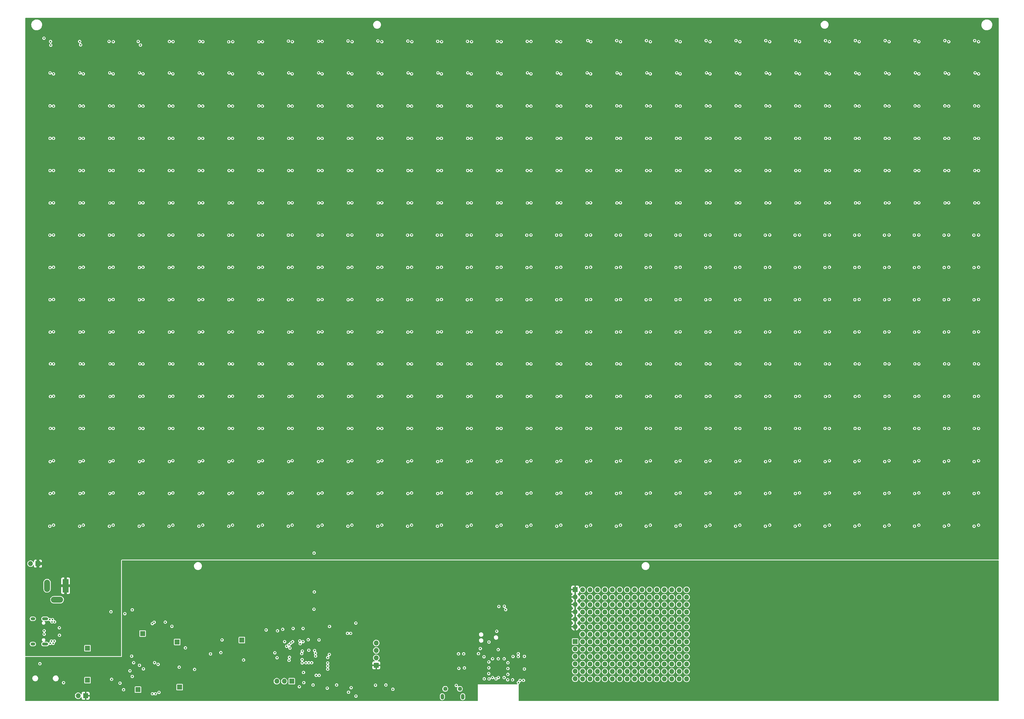
<source format=gbr>
%TF.GenerationSoftware,KiCad,Pcbnew,7.0.7*%
%TF.CreationDate,2024-03-03T19:12:32-08:00*%
%TF.ProjectId,rp2040_audio_spectrum,72703230-3430-45f6-9175-64696f5f7370,rev?*%
%TF.SameCoordinates,Original*%
%TF.FileFunction,Copper,L3,Inr*%
%TF.FilePolarity,Positive*%
%FSLAX46Y46*%
G04 Gerber Fmt 4.6, Leading zero omitted, Abs format (unit mm)*
G04 Created by KiCad (PCBNEW 7.0.7) date 2024-03-03 19:12:32*
%MOMM*%
%LPD*%
G01*
G04 APERTURE LIST*
%TA.AperFunction,ComponentPad*%
%ADD10O,1.700000X1.700000*%
%TD*%
%TA.AperFunction,ComponentPad*%
%ADD11R,1.700000X1.700000*%
%TD*%
%TA.AperFunction,ComponentPad*%
%ADD12O,1.200000X1.900000*%
%TD*%
%TA.AperFunction,ComponentPad*%
%ADD13C,1.450000*%
%TD*%
%TA.AperFunction,ComponentPad*%
%ADD14R,2.000000X4.600000*%
%TD*%
%TA.AperFunction,ComponentPad*%
%ADD15O,2.000000X4.200000*%
%TD*%
%TA.AperFunction,ComponentPad*%
%ADD16O,4.200000X2.000000*%
%TD*%
%TA.AperFunction,ComponentPad*%
%ADD17O,2.100000X1.000000*%
%TD*%
%TA.AperFunction,ComponentPad*%
%ADD18O,1.600000X1.000000*%
%TD*%
%TA.AperFunction,ViaPad*%
%ADD19C,0.600000*%
%TD*%
G04 APERTURE END LIST*
D10*
%TO.N,N/C*%
%TO.C,154*%
X248929200Y-236270800D03*
%TD*%
%TO.N,N/C*%
%TO.C,152*%
X243849200Y-236270800D03*
%TD*%
%TO.N,N/C*%
%TO.C,150*%
X238769200Y-236270800D03*
%TD*%
%TO.N,N/C*%
%TO.C,149*%
X274329200Y-233730800D03*
%TD*%
%TO.N,N/C*%
%TO.C,142*%
X256549200Y-233730800D03*
%TD*%
%TO.N,N/C*%
%TO.C,134*%
X274329200Y-231190800D03*
%TD*%
%TO.N,N/C*%
%TO.C,131*%
X266709200Y-231190800D03*
%TD*%
%TO.N,N/C*%
%TO.C,147*%
X269249200Y-233730800D03*
%TD*%
%TO.N,N/C*%
%TO.C,146*%
X266709200Y-233730800D03*
%TD*%
%TO.N,N/C*%
%TO.C,143*%
X259089200Y-233730800D03*
%TD*%
%TO.N,N/C*%
%TO.C,132*%
X269249200Y-231190800D03*
%TD*%
%TO.N,N/C*%
%TO.C,133*%
X271789200Y-231190800D03*
%TD*%
%TO.N,N/C*%
%TO.C,141*%
X254009200Y-233730800D03*
%TD*%
%TO.N,N/C*%
%TO.C,138*%
X246389200Y-233730800D03*
%TD*%
%TO.N,N/C*%
%TO.C,145*%
X264169200Y-233730800D03*
%TD*%
%TO.N,N/C*%
%TO.C,137*%
X243849200Y-233730800D03*
%TD*%
%TO.N,N/C*%
%TO.C,144*%
X261629200Y-233730800D03*
%TD*%
%TO.N,N/C*%
%TO.C,151*%
X241309200Y-236270800D03*
%TD*%
%TO.N,N/C*%
%TO.C,139*%
X248929200Y-233730800D03*
%TD*%
%TO.N,N/C*%
%TO.C,153*%
X246389200Y-236270800D03*
%TD*%
%TO.N,N/C*%
%TO.C,135*%
X238769200Y-233730800D03*
%TD*%
%TO.N,N/C*%
%TO.C,140*%
X251469200Y-233730800D03*
%TD*%
%TO.N,N/C*%
%TO.C,148*%
X271789200Y-233730800D03*
%TD*%
%TO.N,N/C*%
%TO.C,136*%
X241309200Y-233730800D03*
%TD*%
%TO.N,N/C*%
%TO.C,129*%
X261629200Y-231190800D03*
%TD*%
%TO.N,N/C*%
%TO.C,127*%
X256549200Y-231190800D03*
%TD*%
%TO.N,N/C*%
%TO.C,125*%
X251469200Y-231190800D03*
%TD*%
%TO.N,N/C*%
%TO.C,122*%
X243849200Y-231190800D03*
%TD*%
%TO.N,N/C*%
%TO.C,117*%
X269249200Y-228650800D03*
%TD*%
%TO.N,N/C*%
%TO.C,108*%
X246389200Y-228650800D03*
%TD*%
%TO.N,N/C*%
%TO.C,113*%
X259089200Y-228650800D03*
%TD*%
%TO.N,N/C*%
%TO.C,111*%
X254009200Y-228650800D03*
%TD*%
%TO.N,N/C*%
%TO.C,118*%
X271789200Y-228650800D03*
%TD*%
%TO.N,N/C*%
%TO.C,116*%
X266709200Y-228650800D03*
%TD*%
%TO.N,N/C*%
%TO.C,114*%
X261629200Y-228650800D03*
%TD*%
%TO.N,N/C*%
%TO.C,119*%
X274329200Y-228650800D03*
%TD*%
%TO.N,N/C*%
%TO.C,110*%
X251469200Y-228650800D03*
%TD*%
%TO.N,N/C*%
%TO.C,120*%
X238769200Y-231190800D03*
%TD*%
%TO.N,N/C*%
%TO.C,107*%
X243849200Y-228650800D03*
%TD*%
%TO.N,N/C*%
%TO.C,115*%
X264169200Y-228650800D03*
%TD*%
%TO.N,N/C*%
%TO.C,121*%
X241309200Y-231190800D03*
%TD*%
%TO.N,N/C*%
%TO.C,106*%
X241309200Y-228650800D03*
%TD*%
%TO.N,N/C*%
%TO.C,109*%
X248929200Y-228650800D03*
%TD*%
%TO.N,N/C*%
%TO.C,112*%
X256549200Y-228650800D03*
%TD*%
%TO.N,N/C*%
%TO.C,123*%
X246389200Y-231190800D03*
%TD*%
%TO.N,N/C*%
%TO.C,130*%
X264169200Y-231190800D03*
%TD*%
%TO.N,N/C*%
%TO.C,128*%
X259089200Y-231190800D03*
%TD*%
%TO.N,N/C*%
%TO.C,126*%
X254009200Y-231190800D03*
%TD*%
%TO.N,N/C*%
%TO.C,124*%
X248929200Y-231190800D03*
%TD*%
%TO.N,N/C*%
%TO.C,208*%
X271789200Y-243890800D03*
%TD*%
%TO.N,N/C*%
%TO.C,206*%
X266709200Y-243890800D03*
%TD*%
%TO.N,N/C*%
%TO.C,204*%
X261629200Y-243890800D03*
%TD*%
%TO.N,N/C*%
%TO.C,196*%
X241309200Y-243890800D03*
%TD*%
%TO.N,N/C*%
%TO.C,187*%
X256549200Y-241350800D03*
%TD*%
%TO.N,N/C*%
%TO.C,198*%
X246389200Y-243890800D03*
%TD*%
%TO.N,N/C*%
%TO.C,203*%
X259089200Y-243890800D03*
%TD*%
%TO.N,N/C*%
%TO.C,201*%
X254009200Y-243890800D03*
%TD*%
%TO.N,N/C*%
%TO.C,193*%
X271789200Y-241350800D03*
%TD*%
%TO.N,N/C*%
%TO.C,191*%
X266709200Y-241350800D03*
%TD*%
%TO.N,N/C*%
%TO.C,189*%
X261629200Y-241350800D03*
%TD*%
%TO.N,N/C*%
%TO.C,199*%
X248929200Y-243890800D03*
%TD*%
%TO.N,N/C*%
%TO.C,195*%
X238769200Y-243890800D03*
%TD*%
%TO.N,N/C*%
%TO.C,188*%
X259089200Y-241350800D03*
%TD*%
%TO.N,N/C*%
%TO.C,200*%
X251469200Y-243890800D03*
%TD*%
%TO.N,N/C*%
%TO.C,192*%
X269249200Y-241350800D03*
%TD*%
%TO.N,N/C*%
%TO.C,194*%
X274329200Y-241350800D03*
%TD*%
%TO.N,N/C*%
%TO.C,202*%
X256549200Y-243890800D03*
%TD*%
%TO.N,N/C*%
%TO.C,207*%
X269249200Y-243890800D03*
%TD*%
%TO.N,N/C*%
%TO.C,197*%
X243849200Y-243890800D03*
%TD*%
%TO.N,N/C*%
%TO.C,209*%
X274329200Y-243890800D03*
%TD*%
%TO.N,N/C*%
%TO.C,190*%
X264169200Y-241350800D03*
%TD*%
%TO.N,N/C*%
%TO.C,205*%
X264169200Y-243890800D03*
%TD*%
%TO.N,N/C*%
%TO.C,177*%
X269249200Y-238810800D03*
%TD*%
%TO.N,N/C*%
%TO.C,185*%
X251469200Y-241350800D03*
%TD*%
%TO.N,N/C*%
%TO.C,184*%
X248929200Y-241350800D03*
%TD*%
%TO.N,N/C*%
%TO.C,182*%
X243849200Y-241350800D03*
%TD*%
%TO.N,N/C*%
%TO.C,183*%
X246389200Y-241350800D03*
%TD*%
%TO.N,N/C*%
%TO.C,180*%
X238769200Y-241350800D03*
%TD*%
%TO.N,N/C*%
%TO.C,181*%
X241309200Y-241350800D03*
%TD*%
%TO.N,N/C*%
%TO.C,179*%
X274329200Y-238810800D03*
%TD*%
%TO.N,N/C*%
%TO.C,178*%
X271789200Y-238810800D03*
%TD*%
%TO.N,N/C*%
%TO.C,171*%
X254009200Y-238810800D03*
%TD*%
%TO.N,N/C*%
%TO.C,161*%
X266709200Y-236270800D03*
%TD*%
%TO.N,N/C*%
%TO.C,156*%
X254009200Y-236270800D03*
%TD*%
%TO.N,N/C*%
%TO.C,158*%
X259089200Y-236270800D03*
%TD*%
%TO.N,N/C*%
%TO.C,162*%
X269249200Y-236270800D03*
%TD*%
%TO.N,N/C*%
%TO.C,176*%
X266709200Y-238810800D03*
%TD*%
%TO.N,N/C*%
%TO.C,164*%
X274329200Y-236270800D03*
%TD*%
%TO.N,N/C*%
%TO.C,159*%
X261629200Y-236270800D03*
%TD*%
%TO.N,N/C*%
%TO.C,165*%
X238769200Y-238810800D03*
%TD*%
%TO.N,N/C*%
%TO.C,167*%
X243849200Y-238810800D03*
%TD*%
%TO.N,N/C*%
%TO.C,155*%
X251469200Y-236270800D03*
%TD*%
%TO.N,N/C*%
%TO.C,163*%
X271789200Y-236270800D03*
%TD*%
%TO.N,N/C*%
%TO.C,186*%
X254009200Y-241350800D03*
%TD*%
%TO.N,N/C*%
%TO.C,157*%
X256549200Y-236270800D03*
%TD*%
%TO.N,N/C*%
%TO.C,173*%
X259089200Y-238810800D03*
%TD*%
%TO.N,N/C*%
%TO.C,160*%
X264169200Y-236270800D03*
%TD*%
%TO.N,N/C*%
%TO.C,172*%
X256549200Y-238810800D03*
%TD*%
%TO.N,N/C*%
%TO.C,169*%
X248929200Y-238810800D03*
%TD*%
%TO.N,N/C*%
%TO.C,174*%
X261629200Y-238810800D03*
%TD*%
%TO.N,N/C*%
%TO.C,168*%
X246389200Y-238810800D03*
%TD*%
%TO.N,N/C*%
%TO.C,166*%
X241309200Y-238810800D03*
%TD*%
%TO.N,N/C*%
%TO.C,175*%
X264169200Y-238810800D03*
%TD*%
%TO.N,N/C*%
%TO.C,170*%
X251469200Y-238810800D03*
%TD*%
%TO.N,N/C*%
%TO.C,38*%
X259089200Y-215950800D03*
%TD*%
%TO.N,N/C*%
%TO.C,36*%
X254009200Y-215950800D03*
%TD*%
%TO.N,N/C*%
%TO.C,35*%
X251469200Y-215950800D03*
%TD*%
%TO.N,N/C*%
%TO.C,23*%
X259089200Y-213410800D03*
%TD*%
%TO.N,N/C*%
%TO.C,29*%
X274329200Y-213410800D03*
%TD*%
%TO.N,N/C*%
%TO.C,19*%
X248929200Y-213410800D03*
%TD*%
%TO.N,N/C*%
%TO.C,24*%
X261629200Y-213410800D03*
%TD*%
%TO.N,N/C*%
%TO.C,28*%
X271789200Y-213410800D03*
%TD*%
%TO.N,N/C*%
%TO.C,32*%
X243849200Y-215950800D03*
%TD*%
%TO.N,N/C*%
%TO.C,25*%
X264169200Y-213410800D03*
%TD*%
%TO.N,N/C*%
%TO.C,33*%
X246389200Y-215950800D03*
%TD*%
%TO.N,N/C*%
%TO.C,27*%
X269249200Y-213410800D03*
%TD*%
%TO.N,N/C*%
%TO.C,26*%
X266709200Y-213410800D03*
%TD*%
%TO.N,N/C*%
%TO.C,22*%
X256549200Y-213410800D03*
%TD*%
%TO.N,N/C*%
%TO.C,21*%
X254009200Y-213410800D03*
%TD*%
%TO.N,N/C*%
%TO.C,20*%
X251469200Y-213410800D03*
%TD*%
%TO.N,N/C*%
%TO.C,16*%
X241309200Y-213410800D03*
%TD*%
%TO.N,N/C*%
%TO.C,34*%
X248929200Y-215950800D03*
%TD*%
%TO.N,N/C*%
%TO.C,41*%
X266709200Y-215950800D03*
%TD*%
%TO.N,N/C*%
%TO.C,40*%
X264169200Y-215950800D03*
%TD*%
%TO.N,N/C*%
%TO.C,39*%
X261629200Y-215950800D03*
%TD*%
%TO.N,N/C*%
%TO.C,37*%
X256549200Y-215950800D03*
%TD*%
%TO.N,N/C*%
%TO.C,31*%
X241309200Y-215950800D03*
%TD*%
%TO.N,N/C*%
%TO.C,30*%
X238769200Y-215950800D03*
%TD*%
%TO.N,N/C*%
%TO.C,17*%
X243849200Y-213410800D03*
%TD*%
%TO.N,N/C*%
%TO.C,18*%
X246389200Y-213410800D03*
%TD*%
%TO.N,N/C*%
%TO.C,105*%
X238769200Y-228650800D03*
%TD*%
%TO.N,N/C*%
%TO.C,104*%
X274329200Y-226110800D03*
%TD*%
%TO.N,N/C*%
%TO.C,103*%
X271789200Y-226110800D03*
%TD*%
%TO.N,N/C*%
%TO.C,102*%
X269249200Y-226110800D03*
%TD*%
%TO.N,N/C*%
%TO.C,94*%
X248929200Y-226110800D03*
%TD*%
%TO.N,N/C*%
%TO.C,88*%
X271789200Y-223570800D03*
%TD*%
%TO.N,N/C*%
%TO.C,100*%
X264169200Y-226110800D03*
%TD*%
%TO.N,N/C*%
%TO.C,80*%
X251469200Y-223570800D03*
%TD*%
%TO.N,N/C*%
%TO.C,98*%
X259089200Y-226110800D03*
%TD*%
%TO.N,N/C*%
%TO.C,90*%
X238769200Y-226110800D03*
%TD*%
%TO.N,N/C*%
%TO.C,99*%
X261629200Y-226110800D03*
%TD*%
%TO.N,N/C*%
%TO.C,93*%
X246389200Y-226110800D03*
%TD*%
%TO.N,N/C*%
%TO.C,97*%
X256549200Y-226110800D03*
%TD*%
%TO.N,N/C*%
%TO.C,96*%
X254009200Y-226110800D03*
%TD*%
%TO.N,N/C*%
%TO.C,86*%
X266709200Y-223570800D03*
%TD*%
%TO.N,N/C*%
%TO.C,85*%
X264169200Y-223570800D03*
%TD*%
%TO.N,N/C*%
%TO.C,91*%
X241309200Y-226110800D03*
%TD*%
%TO.N,N/C*%
%TO.C,87*%
X269249200Y-223570800D03*
%TD*%
%TO.N,N/C*%
%TO.C,95*%
X251469200Y-226110800D03*
%TD*%
%TO.N,N/C*%
%TO.C,92*%
X243849200Y-226110800D03*
%TD*%
%TO.N,N/C*%
%TO.C,84*%
X261629200Y-223570800D03*
%TD*%
%TO.N,N/C*%
%TO.C,81*%
X254009200Y-223570800D03*
%TD*%
%TO.N,N/C*%
%TO.C,82*%
X256549200Y-223570800D03*
%TD*%
%TO.N,N/C*%
%TO.C,83*%
X259089200Y-223570800D03*
%TD*%
%TO.N,N/C*%
%TO.C,79*%
X248929200Y-223570800D03*
%TD*%
%TO.N,N/C*%
%TO.C,101*%
X266709200Y-226110800D03*
%TD*%
%TO.N,N/C*%
%TO.C,89*%
X274329200Y-223570800D03*
%TD*%
%TO.N,N/C*%
%TO.C,77*%
X243849200Y-223570800D03*
%TD*%
%TO.N,N/C*%
%TO.C,71*%
X266709200Y-221030800D03*
%TD*%
%TO.N,N/C*%
%TO.C,63*%
X246389200Y-221030800D03*
%TD*%
%TO.N,N/C*%
%TO.C,70*%
X264169200Y-221030800D03*
%TD*%
%TO.N,N/C*%
%TO.C,67*%
X256549200Y-221030800D03*
%TD*%
%TO.N,N/C*%
%TO.C,76*%
X241309200Y-223570800D03*
%TD*%
%TO.N,N/C*%
%TO.C,69*%
X261629200Y-221030800D03*
%TD*%
%TO.N,N/C*%
%TO.C,75*%
X238769200Y-223570800D03*
%TD*%
%TO.N,N/C*%
%TO.C,74*%
X274329200Y-221030800D03*
%TD*%
%TO.N,N/C*%
%TO.C,66*%
X254009200Y-221030800D03*
%TD*%
%TO.N,N/C*%
%TO.C,68*%
X259089200Y-221030800D03*
%TD*%
%TO.N,N/C*%
%TO.C,72*%
X269249200Y-221030800D03*
%TD*%
%TO.N,N/C*%
%TO.C,73*%
X271789200Y-221030800D03*
%TD*%
%TO.N,N/C*%
%TO.C,65*%
X251469200Y-221030800D03*
%TD*%
%TO.N,N/C*%
%TO.C,61*%
X241309200Y-221030800D03*
%TD*%
%TO.N,N/C*%
%TO.C,57*%
X269249200Y-218490800D03*
%TD*%
%TO.N,N/C*%
%TO.C,56*%
X266709200Y-218490800D03*
%TD*%
%TO.N,N/C*%
%TO.C,44*%
X274329200Y-215950800D03*
%TD*%
%TO.N,N/C*%
%TO.C,52*%
X256549200Y-218490800D03*
%TD*%
%TO.N,N/C*%
%TO.C,64*%
X248929200Y-221030800D03*
%TD*%
%TO.N,N/C*%
%TO.C,55*%
X264169200Y-218490800D03*
%TD*%
%TO.N,N/C*%
%TO.C,78*%
X246389200Y-223570800D03*
%TD*%
%TO.N,N/C*%
%TO.C,53*%
X259089200Y-218490800D03*
%TD*%
%TO.N,N/C*%
%TO.C,54*%
X261629200Y-218490800D03*
%TD*%
%TO.N,N/C*%
%TO.C,42*%
X269249200Y-215950800D03*
%TD*%
%TO.N,N/C*%
%TO.C,46*%
X241309200Y-218490800D03*
%TD*%
%TO.N,N/C*%
%TO.C,43*%
X271789200Y-215950800D03*
%TD*%
%TO.N,N/C*%
%TO.C,62*%
X243849200Y-221030800D03*
%TD*%
%TO.N,N/C*%
%TO.C,58*%
X271789200Y-218490800D03*
%TD*%
%TO.N,N/C*%
%TO.C,47*%
X243849200Y-218490800D03*
%TD*%
%TO.N,N/C*%
%TO.C,50*%
X251469200Y-218490800D03*
%TD*%
%TO.N,N/C*%
%TO.C,45*%
X238769200Y-218490800D03*
%TD*%
%TO.N,N/C*%
%TO.C,59*%
X274329200Y-218490800D03*
%TD*%
%TO.N,N/C*%
%TO.C,51*%
X254009200Y-218490800D03*
%TD*%
%TO.N,N/C*%
%TO.C,48*%
X246389200Y-218490800D03*
%TD*%
%TO.N,N/C*%
%TO.C,60*%
X238769200Y-221030800D03*
%TD*%
%TO.N,N/C*%
%TO.C,49*%
X248929200Y-218490800D03*
%TD*%
%TO.N,N/C*%
%TO.C,15*%
X238769200Y-213410800D03*
%TD*%
D11*
%TO.N,+3.3V*%
%TO.C,J11*%
X236220000Y-213360000D03*
D10*
X236220000Y-215900000D03*
X236220000Y-218440000D03*
X236220000Y-220980000D03*
X236220000Y-223520000D03*
X236220000Y-226060000D03*
%TD*%
D11*
%TO.N,GND*%
%TO.C,J10*%
X236220000Y-231140000D03*
D10*
X236220000Y-233680000D03*
X236220000Y-236220000D03*
X236220000Y-238760000D03*
X236220000Y-241300000D03*
X236220000Y-243840000D03*
%TD*%
D11*
%TO.N,+3.3V*%
%TO.C,J4*%
X168224200Y-239242600D03*
D10*
%TO.N,/MCU/ADC1*%
X168224200Y-236702600D03*
%TO.N,/MCU/ADC2*%
X168224200Y-234162600D03*
%TO.N,GND*%
X168224200Y-231622600D03*
%TD*%
D11*
%TO.N,+5V*%
%TO.C,J5*%
X52608800Y-204469600D03*
D10*
%TO.N,GND*%
X50068800Y-204469600D03*
%TD*%
D11*
%TO.N,/MCU/SWCLK*%
%TO.C,J2*%
X139329400Y-244703200D03*
D10*
%TO.N,/MCU/SWD*%
X136789400Y-244703200D03*
%TO.N,GND*%
X134249400Y-244703200D03*
%TD*%
D11*
%TO.N,/Analog/switch_out*%
%TO.C,TP7*%
X86791800Y-247573800D03*
%TD*%
%TO.N,+3.3V*%
%TO.C,J3*%
X68884800Y-249656600D03*
D10*
%TO.N,GND*%
X66344800Y-249656600D03*
%TD*%
D11*
%TO.N,Net-(R16-Pad2)*%
%TO.C,TP4*%
X100203000Y-231267000D03*
%TD*%
D12*
%TO.N,unconnected-(J8-Shield-Pad6)*%
%TO.C,J8*%
X190815200Y-249994400D03*
D13*
X191815200Y-247294400D03*
X196815200Y-247294400D03*
D12*
X197815200Y-249994400D03*
%TD*%
D14*
%TO.N,+5V*%
%TO.C,J6*%
X62027600Y-212024200D03*
D15*
%TO.N,GND*%
X55727600Y-212024200D03*
D16*
%TO.N,unconnected-(J6-Pad3)*%
X59127600Y-216824200D03*
%TD*%
D11*
%TO.N,Net-(U6B-+)*%
%TO.C,TP3*%
X101041200Y-246735600D03*
%TD*%
%TO.N,/Analog/amp_out*%
%TO.C,TP5*%
X88366600Y-228371400D03*
%TD*%
%TO.N,Net-(C20-Pad1)*%
%TO.C,TP2*%
X69545200Y-233426000D03*
%TD*%
%TO.N,ADC0*%
%TO.C,TP6*%
X122301000Y-230632000D03*
%TD*%
%TO.N,Net-(C19-Pad1)*%
%TO.C,TP1*%
X69545200Y-244348000D03*
%TD*%
D17*
%TO.N,unconnected-(J1-SHIELD-PadS1)*%
%TO.C,J1*%
X55047600Y-223340200D03*
D18*
X50867600Y-223340200D03*
D17*
X55047600Y-231980200D03*
D18*
X50867600Y-231980200D03*
%TD*%
D19*
%TO.N,+3.3V*%
X142748000Y-236448600D03*
X140614400Y-220726000D03*
X144195800Y-233756200D03*
X208000600Y-231292400D03*
X147684382Y-236870426D03*
X94467716Y-238942181D03*
X73279000Y-245313200D03*
X82296000Y-218059000D03*
X217728800Y-240538000D03*
X159502200Y-230825000D03*
X149199600Y-240004600D03*
X91694000Y-225856800D03*
X148386800Y-239445800D03*
X144983200Y-231304503D03*
X93980000Y-245950100D03*
X116306600Y-230555800D03*
X87630000Y-241122200D03*
X214985600Y-242620800D03*
X133654800Y-220624400D03*
X94451400Y-234518200D03*
X139395200Y-240258600D03*
X130175000Y-220624400D03*
X92760800Y-247042300D03*
X158435400Y-230799600D03*
X148666200Y-231343200D03*
X208686400Y-233476800D03*
X96139000Y-226491800D03*
X144094200Y-220726000D03*
X157556200Y-231394000D03*
X176761400Y-247467600D03*
X143357600Y-240893600D03*
X117068600Y-231063800D03*
X84872304Y-219470122D03*
X86182200Y-238328200D03*
X154538500Y-223535200D03*
X219379800Y-242697000D03*
X137109200Y-220726000D03*
X148386800Y-240182400D03*
%TO.N,GND*%
X333312000Y-36931600D03*
X78312000Y-136160200D03*
X311578735Y-136115247D03*
X98712000Y-58978800D03*
X138298303Y-58978800D03*
X149712000Y-147189200D03*
X311630303Y-58978800D03*
X206781400Y-243890800D03*
X108966000Y-25908000D03*
X250428671Y-25546238D03*
X323112000Y-103073200D03*
X66916271Y-114192238D03*
X168886303Y-58978800D03*
X292512000Y-180276200D03*
X97579012Y-158204510D03*
X312912000Y-158218200D03*
X209956400Y-237007400D03*
X261912000Y-47955200D03*
X148371503Y-92100400D03*
X362421103Y-169570400D03*
X149712000Y-169247200D03*
X210912000Y-47955200D03*
X282322800Y-25908000D03*
X219736271Y-114192238D03*
X270775012Y-158204510D03*
X98712000Y-169247200D03*
X331903012Y-158204510D03*
X168796271Y-114192238D03*
X148525413Y-36589310D03*
X179134735Y-147291247D03*
X128125413Y-36589310D03*
X170112000Y-180276200D03*
X210912000Y-136160200D03*
X210912000Y-180276200D03*
X170112000Y-158218200D03*
X180312000Y-136160200D03*
X372622400Y-125272800D03*
X200712000Y-136160200D03*
X291325413Y-36589310D03*
X343512000Y-92049600D03*
X108912000Y-147189200D03*
X57912000Y-147189200D03*
X97514303Y-70002400D03*
X137591800Y-232740200D03*
X261912000Y-81026000D03*
X206756000Y-231292400D03*
X119176800Y-25908000D03*
X134340600Y-236651800D03*
X292512000Y-70002400D03*
X270674000Y-191668400D03*
X323112000Y-81026000D03*
X88512000Y-180276200D03*
X241512000Y-169247200D03*
X139512000Y-47955200D03*
X148666200Y-230543697D03*
X108912000Y-81026000D03*
X241512000Y-81026000D03*
X107818735Y-147291247D03*
X231312000Y-81026000D03*
X230125413Y-36589310D03*
X159912000Y-169247200D03*
X372706735Y-136115247D03*
X168798303Y-103174800D03*
X292512000Y-158218200D03*
X119112000Y-136160200D03*
X128155103Y-25958800D03*
X292512000Y-58978800D03*
X343512000Y-147189200D03*
X158559503Y-92100400D03*
X311428271Y-114192238D03*
X147472400Y-235102400D03*
X88512000Y-58978800D03*
X213233000Y-240334800D03*
X372857103Y-81076800D03*
X180312000Y-70002400D03*
X272112000Y-147189200D03*
X250290000Y-191668400D03*
X138293413Y-47866910D03*
X159664400Y-246888000D03*
X88512000Y-70002400D03*
X301390735Y-147291247D03*
X147142200Y-234188000D03*
X117906303Y-70002400D03*
X168754000Y-191668400D03*
X343512000Y-125131200D03*
X362610303Y-70002400D03*
X311379503Y-92100400D03*
X352233103Y-169570400D03*
X57912000Y-47955200D03*
X374112000Y-158218200D03*
X87318303Y-58978800D03*
X272112000Y-169247200D03*
X343512000Y-180276200D03*
X342142735Y-136115247D03*
X138331012Y-158204510D03*
X209601103Y-169570400D03*
X280963012Y-158204510D03*
X209647012Y-158204510D03*
X332022303Y-70002400D03*
X171529000Y-245994400D03*
X219866303Y-58978800D03*
X343516800Y-25908000D03*
X149712000Y-125131200D03*
X323112000Y-136160200D03*
X209721103Y-81076800D03*
X321618303Y-103174800D03*
X168747503Y-92100400D03*
X260587012Y-158204510D03*
X58200800Y-230936800D03*
X291105103Y-169570400D03*
X205054200Y-236321600D03*
X272112000Y-114102200D03*
X68112000Y-136160200D03*
X342180671Y-25546238D03*
X240165103Y-180492400D03*
X210912000Y-70002400D03*
X343512000Y-70002400D03*
X190512000Y-103073200D03*
X301384671Y-25546238D03*
X117794000Y-191668400D03*
X77026000Y-191668400D03*
X343512000Y-81026000D03*
X66969103Y-169570400D03*
X231312000Y-114102200D03*
X342213413Y-47866910D03*
X209499503Y-92100400D03*
X240211012Y-158204510D03*
X178986303Y-103174800D03*
X261912000Y-114102200D03*
X168881413Y-47866910D03*
X67066735Y-136115247D03*
X332017413Y-47866910D03*
X241512000Y-103073200D03*
X280866303Y-103174800D03*
X292512000Y-136160200D03*
X240262735Y-136115247D03*
X179077413Y-47866910D03*
X353712000Y-125131200D03*
X331870400Y-125272800D03*
X301390735Y-136115247D03*
X221112000Y-36931600D03*
X291238303Y-70002400D03*
X129312000Y-180276200D03*
X282312000Y-180276200D03*
X282312000Y-103073200D03*
X158707012Y-158204510D03*
X149712000Y-103073200D03*
X292512000Y-125131200D03*
X302712000Y-158218200D03*
X219835012Y-158204510D03*
X240253413Y-47866910D03*
X241512000Y-147189200D03*
X241512000Y-114102200D03*
X149712000Y-158218200D03*
X261912000Y-180276200D03*
X159912000Y-70002400D03*
X56642000Y-191668400D03*
X260650303Y-70002400D03*
X363912000Y-81026000D03*
X301293103Y-180492400D03*
X139512000Y-158218200D03*
X282312000Y-114102200D03*
X57378600Y-224409000D03*
X231312000Y-169247200D03*
X219714000Y-191668400D03*
X312912000Y-58978800D03*
X88512000Y-92049600D03*
X57200800Y-230936800D03*
X97480271Y-114192238D03*
X230074735Y-136115247D03*
X87345103Y-169570400D03*
X323112000Y-58978800D03*
X203174600Y-235254800D03*
X78312000Y-92049600D03*
X312912000Y-136160200D03*
X149712000Y-114102200D03*
X260490303Y-103174800D03*
X221112000Y-136160200D03*
X77548353Y-220915428D03*
X149712000Y-81026000D03*
X180312000Y-92049600D03*
X107705413Y-47866910D03*
X66867503Y-92100400D03*
X57912000Y-58978800D03*
X189225103Y-180492400D03*
X92470200Y-238328200D03*
X240309103Y-81076800D03*
X374112000Y-92049600D03*
X291233413Y-47866910D03*
X98780600Y-25882600D03*
X179056703Y-25704800D03*
X97431503Y-92100400D03*
X240178400Y-125272800D03*
X374112000Y-47955200D03*
X68112000Y-36931600D03*
X333312000Y-114102200D03*
X119112000Y-191305200D03*
X341992271Y-114192238D03*
X68112000Y-180276200D03*
X312912000Y-81026000D03*
X282312000Y-92049600D03*
X98712000Y-70002400D03*
X372594000Y-191668400D03*
X81864200Y-247599200D03*
X128153103Y-81076800D03*
X88512000Y-81026000D03*
X282312000Y-36931600D03*
X343512000Y-58978800D03*
X219917103Y-81076800D03*
X209725413Y-36589310D03*
X57581800Y-223596200D03*
X343512000Y-36931600D03*
X352414303Y-70002400D03*
X58293000Y-224409000D03*
X281014735Y-147291247D03*
X321782671Y-25546238D03*
X230074735Y-147291247D03*
X56781103Y-169570400D03*
X321669103Y-169570400D03*
X333312000Y-92049600D03*
X292512000Y-114102200D03*
X189278303Y-70002400D03*
X219738303Y-103174800D03*
X190512000Y-147189200D03*
X250525413Y-36589310D03*
X261912000Y-136160200D03*
X221112000Y-47955200D03*
X353712000Y-36931600D03*
X119112000Y-147189200D03*
X281042303Y-58978800D03*
X129312000Y-147189200D03*
X302712000Y-70002400D03*
X292512000Y-81026000D03*
X270729103Y-169570400D03*
X260638735Y-136115247D03*
X98712000Y-114102200D03*
X158608271Y-114192238D03*
X200712000Y-125131200D03*
X170112000Y-169247200D03*
X272112000Y-103073200D03*
X251712000Y-36931600D03*
X341994303Y-103174800D03*
X280864271Y-114192238D03*
X56642000Y-223596200D03*
X66864487Y-25857577D03*
X92760800Y-248972700D03*
X240538000Y-25552400D03*
X149712000Y-92049600D03*
X168946735Y-147291247D03*
X343512000Y-47955200D03*
X302712000Y-58978800D03*
X189278303Y-58978800D03*
X302712000Y-147189200D03*
X372706735Y-147291247D03*
X168862400Y-125272800D03*
X78312000Y-36931600D03*
X251714000Y-25908000D03*
X280986671Y-25546238D03*
X362402000Y-191668400D03*
X282312000Y-136160200D03*
X270742400Y-125272800D03*
X77157103Y-169570400D03*
X68112000Y-147189200D03*
X209601103Y-180492400D03*
X270678303Y-103174800D03*
X272112000Y-47955200D03*
X333312000Y-191305200D03*
X333312000Y-147189200D03*
X362518735Y-147291247D03*
X372777671Y-25546238D03*
X210912000Y-125131200D03*
X56810400Y-231749600D03*
X138183503Y-92100400D03*
X139512000Y-70002400D03*
X87369103Y-81076800D03*
X117955012Y-158204510D03*
X333312000Y-125131200D03*
X136906000Y-231140000D03*
X92329000Y-224510600D03*
X218871800Y-240512600D03*
X209698735Y-147291247D03*
X56972200Y-27101800D03*
X87325413Y-36589310D03*
X189238400Y-125272800D03*
X363912000Y-125131200D03*
X129336800Y-25908000D03*
X251712000Y-125131200D03*
X91694150Y-224963782D03*
X321715012Y-158204510D03*
X189172271Y-114192238D03*
X148494303Y-70002400D03*
X129312000Y-47955200D03*
X118006735Y-147291247D03*
X56878735Y-136115247D03*
X190550800Y-25908000D03*
X231312000Y-191305200D03*
X149712000Y-180276200D03*
X301429413Y-47866910D03*
X119112000Y-70002400D03*
X84607400Y-236118400D03*
X342045103Y-169570400D03*
X363912000Y-36931600D03*
X119112000Y-81026000D03*
X107721103Y-180492400D03*
X363912000Y-92049600D03*
X88512000Y-36931600D03*
X56730303Y-103174800D03*
X312912000Y-92049600D03*
X68112000Y-191305200D03*
X129312000Y-103073200D03*
X282312000Y-125131200D03*
X261912000Y-125131200D03*
X240114303Y-103174800D03*
X270826735Y-147291247D03*
X240098000Y-191668400D03*
X363912000Y-169247200D03*
X77203012Y-158204510D03*
X342218303Y-58978800D03*
X280866000Y-191668400D03*
X312912000Y-70002400D03*
X180390800Y-25908000D03*
X139512000Y-81026000D03*
X87243503Y-92100400D03*
X56896000Y-25857200D03*
X250353103Y-169570400D03*
X229875503Y-92100400D03*
X190512000Y-47955200D03*
X129312000Y-158218200D03*
X170129200Y-25908000D03*
X144983200Y-230505000D03*
X282312000Y-147189200D03*
X151638000Y-238429800D03*
X302712000Y-103073200D03*
X241512000Y-36931600D03*
X311442000Y-191668400D03*
X129312000Y-70002400D03*
X219789103Y-180492400D03*
X280815503Y-92100400D03*
X138430000Y-237540800D03*
X321567503Y-92100400D03*
X362368271Y-114192238D03*
X98712000Y-191305200D03*
X117957103Y-81076800D03*
X301242303Y-103174800D03*
X68112000Y-169247200D03*
X221112000Y-114102200D03*
X291105103Y-180492400D03*
X209169000Y-243890800D03*
X108912000Y-92049600D03*
X108912000Y-191305200D03*
X353712000Y-103073200D03*
X127995503Y-92100400D03*
X148486400Y-125272800D03*
X210912000Y-36931600D03*
X138325413Y-36589310D03*
X250454303Y-70002400D03*
X240262735Y-147291247D03*
X291238303Y-58978800D03*
X282312000Y-158218200D03*
X82296000Y-221589600D03*
X158610303Y-103174800D03*
X107767012Y-158204510D03*
X98712000Y-125131200D03*
X108912000Y-114102200D03*
X128194735Y-136115247D03*
X87442735Y-147291247D03*
X148473103Y-180492400D03*
X170112000Y-147189200D03*
X77170400Y-125272800D03*
X323118800Y-25908000D03*
X231312000Y-70002400D03*
X200712000Y-92049600D03*
X301434303Y-58978800D03*
X311481103Y-180492400D03*
X180312000Y-191305200D03*
X57912000Y-125131200D03*
X108912000Y-36931600D03*
X180312000Y-125131200D03*
X107710303Y-58978800D03*
X291054303Y-103174800D03*
X333312000Y-180276200D03*
X117856271Y-114192238D03*
X250454303Y-58978800D03*
X88512000Y-147189200D03*
X374112000Y-136160200D03*
X230113103Y-81076800D03*
X57912000Y-180276200D03*
X159912000Y-36931600D03*
X179083012Y-158204510D03*
X291289103Y-81076800D03*
X321766735Y-147291247D03*
X261912000Y-92049600D03*
X88512000Y-136160200D03*
X87391012Y-158204510D03*
X159912000Y-136160200D03*
X323112000Y-147189200D03*
X372806303Y-70002400D03*
X189174303Y-103174800D03*
X199510735Y-136115247D03*
X107818735Y-136115247D03*
X66918303Y-103174800D03*
X190512000Y-92049600D03*
X128102303Y-70002400D03*
X219789103Y-169570400D03*
X301525413Y-36589310D03*
X119112000Y-36931600D03*
X341943503Y-92100400D03*
X281125413Y-36589310D03*
X311725413Y-36589310D03*
X148525903Y-25806400D03*
X363912000Y-180276200D03*
X138213503Y-25704800D03*
X88512000Y-114102200D03*
X301306400Y-125272800D03*
X363912000Y-114102200D03*
X179037103Y-169570400D03*
X372556271Y-114192238D03*
X231312000Y-103073200D03*
X170112000Y-92049600D03*
X119112000Y-58978800D03*
X78312000Y-103073200D03*
X77254735Y-136115247D03*
X190512000Y-180276200D03*
X56725413Y-36589310D03*
X270627503Y-92100400D03*
X68112000Y-125131200D03*
X291003503Y-92100400D03*
X88512000Y-169247200D03*
X190512000Y-81026000D03*
X216814400Y-245135400D03*
X149712000Y-47955200D03*
X57912000Y-81026000D03*
X292512000Y-47955200D03*
X97565103Y-81076800D03*
X148570735Y-136115247D03*
X151485600Y-247065800D03*
X206705200Y-238099600D03*
X301240271Y-114192238D03*
X149712000Y-36931600D03*
X128097103Y-180492400D03*
X221112000Y-169247200D03*
X179050400Y-125272800D03*
X260588671Y-25546238D03*
X56781103Y-81076800D03*
X98712000Y-147189200D03*
X76897903Y-25831800D03*
X179134735Y-136115247D03*
X372609103Y-169570400D03*
X168925413Y-36589310D03*
X291052271Y-114192238D03*
X199413103Y-180492400D03*
X148494303Y-58978800D03*
X272123800Y-25908000D03*
X352414303Y-58978800D03*
X206705200Y-240106200D03*
X139512000Y-136160200D03*
X170112000Y-103073200D03*
X270897103Y-81076800D03*
X312912000Y-47955200D03*
X219802400Y-125272800D03*
X210912000Y-147189200D03*
X78312000Y-169247200D03*
X128044271Y-114192238D03*
X199330000Y-191668400D03*
X372558303Y-103174800D03*
X158685413Y-47866910D03*
X66926303Y-70002400D03*
X66921413Y-47866910D03*
X210912000Y-169247200D03*
X57912000Y-169247200D03*
X107725413Y-36589310D03*
X250450735Y-136115247D03*
X159912000Y-103073200D03*
X129312000Y-114102200D03*
X189271012Y-158204510D03*
X282312000Y-70002400D03*
X190512000Y-136160200D03*
X362370303Y-103174800D03*
X343512000Y-114102200D03*
X363912000Y-191305200D03*
X216789000Y-236245400D03*
X261912000Y-191305200D03*
X67208400Y-27000200D03*
X59917600Y-226415600D03*
X158584303Y-25654000D03*
X207975200Y-243433600D03*
X292521800Y-25908000D03*
X56794400Y-125272800D03*
X219886735Y-136115247D03*
X68112000Y-114102200D03*
X280930400Y-125272800D03*
X352330735Y-147291247D03*
X260439503Y-92100400D03*
X261912000Y-103073200D03*
X353712000Y-114102200D03*
X189138000Y-191668400D03*
X167973000Y-246045200D03*
X53263800Y-238709200D03*
X159912000Y-125131200D03*
X56878735Y-147291247D03*
X261912000Y-70002400D03*
X78312000Y-180276200D03*
X342091012Y-158204510D03*
X139512000Y-103073200D03*
X77125413Y-36589310D03*
X272112000Y-180276200D03*
X199525413Y-36589310D03*
X321821413Y-47866910D03*
X180312000Y-147189200D03*
X353712000Y-147189200D03*
X261924800Y-25908000D03*
X333312000Y-58978800D03*
X282312000Y-169247200D03*
X374112000Y-169247200D03*
X342325413Y-36589310D03*
X282312000Y-58978800D03*
X219866303Y-70002400D03*
X159912000Y-191305200D03*
X221112000Y-147189200D03*
X97514303Y-58978800D03*
X129312000Y-169247200D03*
X302712000Y-169247200D03*
X372609103Y-180492400D03*
X363912000Y-58978800D03*
X311481103Y-169570400D03*
X209550303Y-103174800D03*
X331806303Y-103174800D03*
X97525413Y-36589310D03*
X301339012Y-158204510D03*
X353712000Y-180276200D03*
X139512000Y-36931600D03*
X260725413Y-36589310D03*
X291185671Y-25546238D03*
X221112000Y-70002400D03*
X68112000Y-158218200D03*
X61366400Y-245186200D03*
X362725413Y-36589310D03*
X352182303Y-103174800D03*
X292512000Y-36931600D03*
X231312000Y-47955200D03*
X77106303Y-103174800D03*
X189325413Y-36589310D03*
X149712000Y-136160200D03*
X219687503Y-92100400D03*
X108912000Y-58978800D03*
X210912000Y-58978800D03*
X270841413Y-47866910D03*
X301293103Y-169570400D03*
X302712000Y-180276200D03*
X107710303Y-70002400D03*
X241512000Y-158218200D03*
X128046303Y-103174800D03*
X213233000Y-242341400D03*
X77122303Y-58978800D03*
X302712000Y-125131200D03*
X66834000Y-191668400D03*
X190512000Y-158218200D03*
X139512000Y-114102200D03*
X292512000Y-169247200D03*
X270729103Y-180492400D03*
X302712000Y-92049600D03*
X146151600Y-238379000D03*
X231312000Y-158218200D03*
X158758735Y-136115247D03*
X272112000Y-158218200D03*
X374112000Y-125131200D03*
X87218000Y-191668400D03*
X250302303Y-103174800D03*
X270826735Y-136115247D03*
X88512000Y-103073200D03*
X272112000Y-125131200D03*
X139512000Y-58978800D03*
X302712000Y-136160200D03*
X159912000Y-147189200D03*
X210912000Y-191305200D03*
X149712000Y-58978800D03*
X311430303Y-103174800D03*
X84048600Y-241122200D03*
X312912000Y-114102200D03*
X301434303Y-70002400D03*
X251712000Y-58978800D03*
X159912000Y-47955200D03*
X312912000Y-180276200D03*
X231312000Y-136160200D03*
X323112000Y-125131200D03*
X374112000Y-81026000D03*
X333312000Y-158218200D03*
X178946000Y-191668400D03*
X78312000Y-158218200D03*
X107734400Y-125272800D03*
X352233103Y-180492400D03*
X250251503Y-92100400D03*
X98712000Y-47955200D03*
X128102303Y-58978800D03*
X199362303Y-103174800D03*
X362421103Y-180492400D03*
X138178000Y-191668400D03*
X352279012Y-158204510D03*
X97546400Y-125272800D03*
X321877103Y-81076800D03*
X139512000Y-92049600D03*
X87630000Y-27076400D03*
X374112000Y-36931600D03*
X57810400Y-231749600D03*
X221112000Y-125131200D03*
X363912000Y-47955200D03*
X241512000Y-70002400D03*
X352246400Y-125272800D03*
X210921600Y-25908000D03*
X362578671Y-25546238D03*
X291118400Y-125272800D03*
X180312000Y-114102200D03*
X87292271Y-114192238D03*
X117909103Y-180492400D03*
X332125413Y-36589310D03*
X68112000Y-81026000D03*
X292512000Y-191305200D03*
X97410000Y-191668400D03*
X241554000Y-25908000D03*
X189322735Y-147291247D03*
X91719400Y-248972700D03*
X241512000Y-191305200D03*
X152247600Y-225958400D03*
X321669103Y-180492400D03*
X68112000Y-70002400D03*
X168946735Y-136115247D03*
X230062303Y-58978800D03*
X230009103Y-25806400D03*
X240112271Y-114192238D03*
X343512000Y-158218200D03*
X138232271Y-114192238D03*
X270846303Y-58978800D03*
X374112000Y-114102200D03*
X78312000Y-81026000D03*
X374112000Y-191305200D03*
X331804271Y-114192238D03*
X111582200Y-235356400D03*
X251712000Y-47955200D03*
X119112000Y-114102200D03*
X352379671Y-25546238D03*
X251712000Y-92049600D03*
X342018000Y-191668400D03*
X139512000Y-147189200D03*
X230062303Y-70002400D03*
X190512000Y-169247200D03*
X210912000Y-92049600D03*
X312912000Y-103073200D03*
X331857103Y-180492400D03*
X321826303Y-58978800D03*
X78312000Y-47955200D03*
X229990400Y-125272800D03*
X260541103Y-180492400D03*
X87318303Y-70002400D03*
X200712000Y-147189200D03*
X80645000Y-245338600D03*
X98712000Y-81026000D03*
X138349103Y-81076800D03*
X210912000Y-158218200D03*
X108912000Y-158218200D03*
X143357600Y-241693103D03*
X210912000Y-103073200D03*
X301485103Y-81076800D03*
X333312000Y-136160200D03*
X353712000Y-136160200D03*
X78312000Y-70002400D03*
X148422303Y-103174800D03*
X148570735Y-147291247D03*
X323112000Y-180276200D03*
X87294303Y-103174800D03*
X353712000Y-169247200D03*
X342269103Y-81076800D03*
X374112000Y-147189200D03*
X199427503Y-25806400D03*
X78312000Y-125131200D03*
X170112000Y-36931600D03*
X281093103Y-81076800D03*
X108912000Y-70002400D03*
X312912000Y-125131200D03*
X374113800Y-25908000D03*
X97509413Y-47866910D03*
X231312000Y-58978800D03*
X321616271Y-114192238D03*
X363912000Y-158218200D03*
X312912000Y-169247200D03*
X352330735Y-136115247D03*
X353715800Y-25908000D03*
X374112000Y-103073200D03*
X189322735Y-136115247D03*
X159476800Y-228310400D03*
X372655012Y-158204510D03*
X199459012Y-158204510D03*
X56679503Y-92100400D03*
X331954735Y-136115247D03*
X93980000Y-248490100D03*
X78312000Y-147189200D03*
X139512000Y-125131200D03*
X353712000Y-70002400D03*
X119112000Y-125131200D03*
X321826303Y-70002400D03*
X353712000Y-81026000D03*
X144221200Y-238379000D03*
X272112000Y-136160200D03*
X68112000Y-47955200D03*
X129312000Y-125131200D03*
X323112000Y-47955200D03*
X200712000Y-169247200D03*
X241512000Y-92049600D03*
X209698735Y-136115247D03*
X128097413Y-47866910D03*
X311630303Y-70002400D03*
X119112000Y-158218200D03*
X230023012Y-158204510D03*
X323112000Y-70002400D03*
X200712000Y-114102200D03*
X138382735Y-136115247D03*
X374112000Y-70002400D03*
X122885200Y-237439200D03*
X148519012Y-158204510D03*
X180312000Y-103073200D03*
X231312000Y-180276200D03*
X251712000Y-169247200D03*
X363912000Y-136160200D03*
X98712000Y-36931600D03*
X97482303Y-103174800D03*
X148489413Y-47866910D03*
X189123503Y-92100400D03*
X98712000Y-103073200D03*
X229924271Y-114192238D03*
X180312000Y-36931600D03*
X77173103Y-81076800D03*
X372801413Y-47866910D03*
X261912000Y-147189200D03*
X189329103Y-81076800D03*
X321634000Y-191668400D03*
X210912000Y-114102200D03*
X179125413Y-36589310D03*
X219886735Y-147291247D03*
X199474303Y-58978800D03*
X260554400Y-125272800D03*
X261912000Y-158218200D03*
X159969200Y-25908000D03*
X88512000Y-158218200D03*
X180312000Y-47955200D03*
X270846303Y-70002400D03*
X87313413Y-47866910D03*
X115112800Y-234899200D03*
X311527012Y-158204510D03*
X199311503Y-92100400D03*
X98712000Y-158218200D03*
X154686000Y-245999000D03*
X97533103Y-180492400D03*
X229906000Y-191668400D03*
X77117413Y-47866910D03*
X57912000Y-70002400D03*
X281042303Y-70002400D03*
X240258303Y-58978800D03*
X84836000Y-220268800D03*
X291202735Y-147291247D03*
X200712000Y-191305200D03*
X56730303Y-70002400D03*
X118006735Y-136115247D03*
X59944000Y-228981000D03*
X107619503Y-92100400D03*
X260645413Y-47866910D03*
X200712000Y-158218200D03*
X129312000Y-92049600D03*
X282312000Y-47955200D03*
X211963000Y-237007400D03*
X321925413Y-36589310D03*
X138382735Y-147291247D03*
X231312000Y-92049600D03*
X343512000Y-103073200D03*
X260650303Y-58978800D03*
X66925413Y-36589310D03*
X251712000Y-180276200D03*
X119112000Y-47955200D03*
X272112000Y-81026000D03*
X352465103Y-81076800D03*
X200712000Y-180276200D03*
X231312000Y-125131200D03*
X200712000Y-70002400D03*
X219849103Y-25806400D03*
X240258303Y-70002400D03*
X170112000Y-114102200D03*
X152196800Y-235534200D03*
X159912000Y-114102200D03*
X260541103Y-169570400D03*
X139512000Y-169247200D03*
X209548271Y-114192238D03*
X323112000Y-191305200D03*
X240325413Y-36589310D03*
X119112000Y-169247200D03*
X158690303Y-58978800D03*
X129312000Y-191305200D03*
X250505103Y-81076800D03*
X280917103Y-169570400D03*
X200812400Y-25908000D03*
X209614400Y-125272800D03*
X57912000Y-191305200D03*
X213156800Y-244195600D03*
X333312000Y-103073200D03*
X209981800Y-243433600D03*
X179082303Y-58978800D03*
X323112000Y-92049600D03*
X363914800Y-25908000D03*
X107761103Y-81076800D03*
X342218303Y-70002400D03*
X107668271Y-114192238D03*
X190512000Y-114102200D03*
X270925413Y-36589310D03*
X170112000Y-191305200D03*
X149712000Y-70002400D03*
X311583671Y-25546238D03*
X149712000Y-191305200D03*
X372806303Y-58978800D03*
X208000600Y-236982000D03*
X323112000Y-158218200D03*
X68112000Y-92049600D03*
X66926303Y-58978800D03*
X119112000Y-92049600D03*
X332022303Y-58978800D03*
X107721103Y-169570400D03*
X211937600Y-243459000D03*
X117906303Y-58978800D03*
X170112000Y-47955200D03*
X87442735Y-136115247D03*
X230057413Y-47866910D03*
X78312000Y-191305200D03*
X138285103Y-169570400D03*
X362610303Y-58978800D03*
X302712000Y-191305200D03*
X77104271Y-114192238D03*
X148473103Y-169570400D03*
X353712000Y-158218200D03*
X159912000Y-92049600D03*
X170112000Y-58978800D03*
X159912000Y-158218200D03*
X342045103Y-180492400D03*
X199360271Y-114192238D03*
X281014735Y-136115247D03*
X78312000Y-58978800D03*
X221112000Y-191305200D03*
X148420271Y-114192238D03*
X302712000Y-114102200D03*
X332073103Y-81076800D03*
X241512000Y-125131200D03*
X221112000Y-81026000D03*
X280917103Y-180492400D03*
X272112000Y-191305200D03*
X333312000Y-81026000D03*
X323112000Y-169247200D03*
X77122303Y-70002400D03*
X321682400Y-125272800D03*
X108912000Y-47955200D03*
X68112000Y-58978800D03*
X107602000Y-191668400D03*
X251712000Y-158218200D03*
X158741103Y-81076800D03*
X362467012Y-158204510D03*
X100888800Y-239903000D03*
X159912000Y-58978800D03*
X199510735Y-147291247D03*
X241512000Y-47955200D03*
X240063503Y-92100400D03*
X138298400Y-125272800D03*
X210912000Y-81026000D03*
X129312000Y-58978800D03*
X66969103Y-180492400D03*
X209670303Y-70002400D03*
X331954735Y-147291247D03*
X107670303Y-103174800D03*
X117909103Y-169570400D03*
X117791903Y-25958800D03*
X282312000Y-191305200D03*
X170112000Y-81026000D03*
X209670303Y-58978800D03*
X260638735Y-147291247D03*
X231292400Y-25908000D03*
X146634200Y-245999000D03*
X260701103Y-81076800D03*
X158410000Y-228310400D03*
X151638000Y-240563400D03*
X251712000Y-103073200D03*
X302712000Y-81026000D03*
X221112000Y-158218200D03*
X56730303Y-58978800D03*
X200712000Y-58978800D03*
X158725413Y-36589310D03*
X311625413Y-47866910D03*
X180312000Y-58978800D03*
X363912000Y-103073200D03*
X372925413Y-36589310D03*
X363912000Y-70002400D03*
X158562000Y-191668400D03*
X292512000Y-103073200D03*
X57912000Y-92049600D03*
X199525103Y-81076800D03*
X209665413Y-47866910D03*
X117925413Y-36589310D03*
X221112000Y-58978800D03*
X195580000Y-246126000D03*
X250353103Y-180492400D03*
X331755503Y-92100400D03*
X301191503Y-92100400D03*
X221112000Y-180276200D03*
X312912000Y-191305200D03*
X178935503Y-92100400D03*
X250366400Y-125272800D03*
X189225103Y-169570400D03*
X282312000Y-81026000D03*
X66982400Y-125272800D03*
X168937103Y-81076800D03*
X97536000Y-25857200D03*
X291058000Y-191668400D03*
X302720800Y-25908000D03*
X200712000Y-81026000D03*
X250300271Y-114192238D03*
X292512000Y-147189200D03*
X272112000Y-36931600D03*
X312919800Y-25908000D03*
X206679800Y-242062000D03*
X205155800Y-243865400D03*
X353712000Y-191305200D03*
X158690303Y-70002400D03*
X142976600Y-234365800D03*
X301250000Y-191668400D03*
X77055503Y-92100400D03*
X352525413Y-36589310D03*
X158661103Y-180492400D03*
X190512000Y-125131200D03*
X281037413Y-47866910D03*
X200712000Y-103073200D03*
X180312000Y-158218200D03*
X119112000Y-103073200D03*
X158661103Y-169570400D03*
X321766735Y-136115247D03*
X331826000Y-191668400D03*
X145186400Y-234086400D03*
X158674400Y-125272800D03*
X108912000Y-103073200D03*
X352180271Y-114192238D03*
X372507503Y-92100400D03*
X374112000Y-180276200D03*
X221112000Y-103073200D03*
X250449413Y-47866910D03*
X108912000Y-169247200D03*
X138298303Y-70002400D03*
X98712000Y-92049600D03*
X87358400Y-125272800D03*
X251712000Y-191305200D03*
X333312000Y-169247200D03*
X229977103Y-180492400D03*
X129312000Y-81026000D03*
X117858303Y-103174800D03*
X241512000Y-58978800D03*
X149758400Y-25857200D03*
X221112000Y-92049600D03*
X56728271Y-114192238D03*
X168886303Y-70002400D03*
X261912000Y-58978800D03*
X251712000Y-136160200D03*
X128110400Y-125272800D03*
X159912000Y-180276200D03*
X311494400Y-125272800D03*
X374112000Y-58978800D03*
X168895012Y-158204510D03*
X148742400Y-242697000D03*
X68112000Y-103073200D03*
X363912000Y-147189200D03*
X261912000Y-36931600D03*
X148545103Y-81076800D03*
X241512000Y-180276200D03*
X221132400Y-25857200D03*
X342142735Y-147291247D03*
X189273413Y-47866910D03*
X142748000Y-235229400D03*
X251712000Y-70002400D03*
X362434400Y-125272800D03*
X272112000Y-70002400D03*
X119112000Y-180276200D03*
X311578735Y-147291247D03*
X250450735Y-147291247D03*
X87345103Y-180492400D03*
X88512000Y-125131200D03*
X331981671Y-25546238D03*
X353712000Y-47955200D03*
X199474303Y-70002400D03*
X352210000Y-191668400D03*
X138234303Y-103174800D03*
X190512000Y-36931600D03*
X353712000Y-58978800D03*
X343512000Y-191305200D03*
X323112000Y-36931600D03*
X180312000Y-169247200D03*
X352409413Y-47866910D03*
X128143012Y-158204510D03*
X270787671Y-25546238D03*
X180312000Y-180276200D03*
X88512000Y-191305200D03*
X217398600Y-244424200D03*
X168849103Y-169570400D03*
X117807503Y-92100400D03*
X108912000Y-180276200D03*
X139512000Y-191305200D03*
X199426400Y-125272800D03*
X189230000Y-25806400D03*
X151638000Y-236601000D03*
X179133103Y-81076800D03*
X77157103Y-180492400D03*
X291202735Y-136115247D03*
X190512000Y-191305200D03*
X312912000Y-147189200D03*
X168849103Y-180492400D03*
X98712000Y-180276200D03*
X57912000Y-158218200D03*
X251712000Y-147189200D03*
X93668523Y-238919952D03*
X107899200Y-25857200D03*
X229977103Y-169570400D03*
X352131503Y-92100400D03*
X56725413Y-47866910D03*
X108912000Y-136160200D03*
X127986000Y-191668400D03*
X129312000Y-136160200D03*
X129312000Y-36931600D03*
X261912000Y-169247200D03*
X291151012Y-158204510D03*
X57912000Y-114102200D03*
X272112000Y-92049600D03*
X128097103Y-169570400D03*
X216789000Y-235254800D03*
X158758735Y-147291247D03*
X292512000Y-92049600D03*
X231312000Y-36931600D03*
X199413103Y-169570400D03*
X179082303Y-70002400D03*
X180312000Y-81026000D03*
X241512000Y-136160200D03*
X86879464Y-25825245D03*
X260482000Y-191668400D03*
X128194735Y-147291247D03*
X311681103Y-81076800D03*
X78359000Y-25908000D03*
X362605413Y-47866910D03*
X117922400Y-125272800D03*
X209522000Y-191668400D03*
X219861413Y-47866910D03*
X260488271Y-114192238D03*
X57912000Y-36931600D03*
X138582400Y-236499400D03*
X85318600Y-238353600D03*
X78312000Y-114102200D03*
X323112000Y-114102200D03*
X240165103Y-169570400D03*
X251712000Y-81026000D03*
X214833200Y-244221000D03*
X178984271Y-114192238D03*
X88512000Y-47955200D03*
X57912000Y-136160200D03*
X66977103Y-81076800D03*
X173916600Y-247442200D03*
X312912000Y-36931600D03*
X229926303Y-103174800D03*
X218541600Y-244398800D03*
X147726400Y-242697000D03*
X362661103Y-81076800D03*
X214985600Y-236220000D03*
X168795103Y-25654000D03*
X98712000Y-136160200D03*
X57912000Y-103073200D03*
X200712000Y-36931600D03*
X139512000Y-180276200D03*
X199469413Y-47866910D03*
X67066735Y-147291247D03*
X213258400Y-238379000D03*
X333312000Y-70002400D03*
X231312000Y-147189200D03*
X138285103Y-180492400D03*
X97533103Y-169570400D03*
X56781103Y-180492400D03*
X302712000Y-36931600D03*
X139547600Y-25908000D03*
X343512000Y-169247200D03*
X270676271Y-114192238D03*
X145186200Y-238379000D03*
X170112000Y-136160200D03*
X77254735Y-147291247D03*
X97630735Y-136115247D03*
X219925413Y-36589310D03*
X190512000Y-58978800D03*
X250399012Y-158204510D03*
X272112000Y-58978800D03*
X67015012Y-158204510D03*
X200712000Y-47955200D03*
X179037103Y-180492400D03*
X97630735Y-147291247D03*
X148370000Y-191668400D03*
X209638303Y-25806400D03*
X159912000Y-81026000D03*
X170112000Y-70002400D03*
X343512000Y-136160200D03*
X362518735Y-136115247D03*
X170112000Y-125131200D03*
X133578600Y-234950000D03*
X331857103Y-169570400D03*
X333312000Y-47955200D03*
X342058400Y-125272800D03*
X362319503Y-92100400D03*
X117901413Y-47866910D03*
X333317800Y-25908000D03*
X151638000Y-239496600D03*
X115507097Y-230555800D03*
X251712000Y-114102200D03*
X353712000Y-92049600D03*
X302712000Y-47955200D03*
X190512000Y-70002400D03*
X56827012Y-158204510D03*
X108912000Y-125131200D03*
%TO.N,+1V1*%
X142900400Y-237286800D03*
X147497800Y-236093000D03*
%TO.N,+5V*%
X207660800Y-174174800D03*
X106910800Y-70002400D03*
X177060800Y-96977200D03*
X207670400Y-30784800D03*
X280242800Y-70002400D03*
X248460800Y-174174800D03*
X156660800Y-119029800D03*
X177060800Y-130058800D03*
X341530800Y-36677600D03*
X95460800Y-196232800D03*
X290407200Y-136194800D03*
X330060800Y-141087800D03*
X217860800Y-141087800D03*
X96632000Y-92100400D03*
X370860800Y-174174800D03*
X280168400Y-158292800D03*
X75060800Y-174174800D03*
X321026800Y-70002400D03*
X166860800Y-141087800D03*
X147775200Y-136194800D03*
X217860800Y-85953600D03*
X95460800Y-163145800D03*
X218989600Y-180492400D03*
X197460800Y-52882800D03*
X157810800Y-125272800D03*
X207610000Y-63855600D03*
X239458800Y-70002400D03*
X289260800Y-174174800D03*
X198512000Y-92100400D03*
X55829200Y-191668400D03*
X217932000Y-30784800D03*
X198725600Y-81076800D03*
X320971200Y-136194800D03*
X76357600Y-180492400D03*
X229279200Y-147370800D03*
X370860800Y-119029800D03*
X330060800Y-174174800D03*
X330066600Y-30784800D03*
X95460800Y-41859200D03*
X280242800Y-58978800D03*
X55930800Y-70002400D03*
X248460800Y-119029800D03*
X258660800Y-96977200D03*
X290388200Y-25603200D03*
X289260800Y-96977200D03*
X268860800Y-163145800D03*
X289260800Y-130058800D03*
X107099700Y-25859383D03*
X217860800Y-41859200D03*
X105660800Y-96977200D03*
X198613600Y-180492400D03*
X280330800Y-36677600D03*
X309660800Y-85953600D03*
X188476400Y-158292800D03*
X178136000Y-92100400D03*
X137485600Y-169570400D03*
X331006800Y-103174800D03*
X319860800Y-119029800D03*
X360660800Y-85953600D03*
X310786200Y-25603200D03*
X351382800Y-125272800D03*
X341383200Y-25603200D03*
X330060800Y-196232800D03*
X320869600Y-169570400D03*
X117058800Y-103174800D03*
X64810000Y-63855600D03*
X207660800Y-185203800D03*
X259843200Y-147370800D03*
X197460800Y-85953600D03*
X351730800Y-36677600D03*
X208870800Y-47955200D03*
X127196000Y-92100400D03*
X320821200Y-191668400D03*
X126060800Y-174174800D03*
X229313600Y-81076800D03*
X66220400Y-158292800D03*
X228060800Y-163145800D03*
X66169600Y-180492400D03*
X137434800Y-125272800D03*
X269878800Y-103174800D03*
X239467200Y-147370800D03*
X116992400Y-25958800D03*
X166810000Y-63855600D03*
X371980200Y-25603200D03*
X270046800Y-70002400D03*
X239458800Y-58978800D03*
X187260800Y-152116800D03*
X208838800Y-25806400D03*
X76322800Y-58978800D03*
X259850800Y-58978800D03*
X289260800Y-163145800D03*
X290356400Y-158292800D03*
X361621600Y-180492400D03*
X157941600Y-81076800D03*
X310630800Y-114249200D03*
X136260800Y-41859200D03*
X360610000Y-74930000D03*
X309660800Y-185203800D03*
X177060800Y-163145800D03*
X228060800Y-52882800D03*
X248460800Y-141087800D03*
X228010000Y-74930000D03*
X188529600Y-81076800D03*
X66118800Y-125272800D03*
X299410000Y-63855600D03*
X351614800Y-47955200D03*
X228060800Y-174174800D03*
X157912400Y-158292800D03*
X208709200Y-191668400D03*
X280242800Y-47955200D03*
X279010000Y-74930000D03*
X127399200Y-136194800D03*
X207660800Y-96977200D03*
X229262800Y-70002400D03*
X340260800Y-174174800D03*
X331108400Y-158292800D03*
X309660800Y-41859200D03*
X228060800Y-152116800D03*
X351397200Y-191668400D03*
X299410000Y-74930000D03*
X299460800Y-130058800D03*
X350460800Y-85953600D03*
X371911200Y-136194800D03*
X248460800Y-108000800D03*
X300685600Y-81076800D03*
X95460800Y-119029800D03*
X147673600Y-169570400D03*
X157890800Y-70002400D03*
X310580000Y-92100400D03*
X208700000Y-92100400D03*
X117109600Y-169570400D03*
X279060800Y-41859200D03*
X126060800Y-185203800D03*
X249477200Y-191668400D03*
X299460800Y-85953600D03*
X136260800Y-85953600D03*
X217860800Y-119029800D03*
X319860800Y-85953600D03*
X321026800Y-47955200D03*
X259850800Y-47955200D03*
X310630800Y-125272800D03*
X187260800Y-96977200D03*
X299460800Y-52882800D03*
X248460800Y-85953600D03*
X166860800Y-163145800D03*
X96765600Y-81076800D03*
X239365600Y-180492400D03*
X136260800Y-52882800D03*
X229126800Y-114249200D03*
X289260800Y-152116800D03*
X270031200Y-147370800D03*
X188325200Y-191668400D03*
X218888000Y-92100400D03*
X258660800Y-108000800D03*
X167948000Y-92100400D03*
X117106800Y-70002400D03*
X279060800Y-163145800D03*
X269929600Y-169570400D03*
X299460800Y-185203800D03*
X95460800Y-141087800D03*
X66118800Y-114249200D03*
X249502800Y-125272800D03*
X217860800Y-185203800D03*
X289260800Y-85953600D03*
X167998800Y-125272800D03*
X64860800Y-185203800D03*
X86647200Y-136194800D03*
X95460800Y-152116800D03*
X258673600Y-30784800D03*
X85210000Y-74930000D03*
X126060800Y-196232800D03*
X66271200Y-147370800D03*
X259741600Y-169570400D03*
X188478800Y-70002400D03*
X95410000Y-74930000D03*
X137434800Y-103174800D03*
X351433600Y-169570400D03*
X146460800Y-85953600D03*
X217860800Y-130058800D03*
X330060800Y-130058800D03*
X280053200Y-191668400D03*
X371809600Y-180492400D03*
X115860800Y-119029800D03*
X249502800Y-103174800D03*
X371758800Y-103174800D03*
X258660800Y-152116800D03*
X372130800Y-36677600D03*
X217860800Y-152116800D03*
X198730800Y-36677600D03*
X55880000Y-92100400D03*
X229228400Y-158292800D03*
X146460800Y-141087800D03*
X321077600Y-81076800D03*
X351382800Y-103174800D03*
X96714800Y-47955200D03*
X127348400Y-158292800D03*
X106820000Y-92100400D03*
X95478600Y-30810200D03*
X320985200Y-25603200D03*
X146507200Y-30784800D03*
X259741600Y-180492400D03*
X351665600Y-81076800D03*
X350460800Y-185203800D03*
X280293600Y-81076800D03*
X208921600Y-81076800D03*
X187260800Y-119029800D03*
X300493600Y-169570400D03*
X64810000Y-74930000D03*
X309660800Y-174174800D03*
X299460800Y-196232800D03*
X168049600Y-169570400D03*
X117058800Y-114249200D03*
X117130800Y-36677600D03*
X85260800Y-196232800D03*
X127297600Y-180492400D03*
X105660800Y-119029800D03*
X268860800Y-41859200D03*
X361570800Y-125272800D03*
X147622800Y-103174800D03*
X270130800Y-36677600D03*
X188374800Y-125272800D03*
X249655200Y-147370800D03*
X208750800Y-114249200D03*
X351382800Y-114249200D03*
X258660800Y-119029800D03*
X58216800Y-225374200D03*
X371781200Y-191668400D03*
X66065400Y-25831800D03*
X117211200Y-136194800D03*
X289260800Y-41859200D03*
X64860800Y-174174800D03*
X55930800Y-47955200D03*
X105660800Y-196232800D03*
X54660800Y-174174800D03*
X229177600Y-169570400D03*
X360660800Y-141087800D03*
X137365200Y-191668400D03*
X117058800Y-125272800D03*
X228060800Y-141087800D03*
X309668600Y-30784800D03*
X54660800Y-85953600D03*
X76256000Y-92100400D03*
X198664400Y-158292800D03*
X66177600Y-81076800D03*
X86518800Y-70002400D03*
X54660800Y-163145800D03*
X156660800Y-185203800D03*
X319860800Y-163145800D03*
X268810000Y-63855600D03*
X127302800Y-58978800D03*
X168151200Y-147370800D03*
X299460800Y-152116800D03*
X66271200Y-136194800D03*
X340260800Y-85953600D03*
X156660800Y-96977200D03*
X105660800Y-41859200D03*
X238210000Y-63855600D03*
X319810000Y-74930000D03*
X370860800Y-130058800D03*
X188478800Y-58978800D03*
X188527200Y-136194800D03*
X126060800Y-41859200D03*
X248460800Y-52882800D03*
X321130800Y-36677600D03*
X219091200Y-147370800D03*
X166860800Y-119029800D03*
X85260800Y-174174800D03*
X197460800Y-41859200D03*
X217860800Y-196232800D03*
X351433600Y-180492400D03*
X331006800Y-114249200D03*
X229126800Y-103174800D03*
X166810000Y-74930000D03*
X56096913Y-25831423D03*
X361810800Y-70002400D03*
X268860800Y-196232800D03*
X331222800Y-70002400D03*
X270031200Y-136194800D03*
X370860800Y-152116800D03*
X309660800Y-141087800D03*
X360660800Y-185203800D03*
X137536400Y-158292800D03*
X239467200Y-136194800D03*
X350460800Y-152116800D03*
X96730800Y-36677600D03*
X229126800Y-125272800D03*
X249654800Y-70002400D03*
X64860800Y-141087800D03*
X350410000Y-74930000D03*
X96835200Y-147370800D03*
X66021200Y-191668400D03*
X258660800Y-85953600D03*
X330010000Y-74930000D03*
X351535200Y-147370800D03*
X147724400Y-158292800D03*
X341347200Y-147370800D03*
X126085600Y-30784800D03*
X95410000Y-63855600D03*
X197410000Y-74930000D03*
X249604400Y-158292800D03*
X341194800Y-103174800D03*
X188425600Y-169570400D03*
X96714800Y-70002400D03*
X372006800Y-58978800D03*
X137434800Y-114249200D03*
X207660800Y-119029800D03*
X258660800Y-163145800D03*
X361570800Y-103174800D03*
X289260800Y-119029800D03*
X360660800Y-152116800D03*
X370860800Y-108000800D03*
X269980400Y-158292800D03*
X331330800Y-36677600D03*
X178186800Y-114249200D03*
X268860800Y-141087800D03*
X86494800Y-125272800D03*
X249631200Y-25603200D03*
X147622800Y-114249200D03*
X137498800Y-58978800D03*
X360663600Y-30784800D03*
X360610000Y-63855600D03*
X310681600Y-169570400D03*
X197460800Y-108000800D03*
X219040400Y-158292800D03*
X156610000Y-63855600D03*
X157963200Y-136194800D03*
X157760000Y-92100400D03*
X300730800Y-36677600D03*
X360660800Y-96977200D03*
X115810000Y-63855600D03*
X289260800Y-52882800D03*
X55930800Y-103174800D03*
X54660800Y-108000800D03*
X55981600Y-169570400D03*
X85260800Y-108000800D03*
X248460800Y-96977200D03*
X75060800Y-141087800D03*
X187260800Y-130058800D03*
X207660800Y-108000800D03*
X127302800Y-47955200D03*
X330060800Y-41859200D03*
X127246800Y-125272800D03*
X166878000Y-30784800D03*
X219117600Y-81076800D03*
X309660800Y-196232800D03*
X361861600Y-81076800D03*
X360660800Y-174174800D03*
X217810000Y-74930000D03*
X370860800Y-85953600D03*
X371809600Y-169570400D03*
X136260800Y-119029800D03*
X156660800Y-85953600D03*
X371911200Y-147370800D03*
X249705600Y-81076800D03*
X280219200Y-136194800D03*
X340260800Y-119029800D03*
X106910800Y-47955200D03*
X75060800Y-152116800D03*
X238260800Y-85953600D03*
X290489600Y-81076800D03*
X341418800Y-70002400D03*
X75060800Y-163145800D03*
X279060800Y-185203800D03*
X147572000Y-92100400D03*
X208930800Y-36677600D03*
X126060800Y-152116800D03*
X127297600Y-169570400D03*
X268860800Y-152116800D03*
X290530800Y-36677600D03*
X310629200Y-191668400D03*
X340260800Y-130058800D03*
X86596400Y-158292800D03*
X299460800Y-163145800D03*
X331057600Y-169570400D03*
X290254800Y-125272800D03*
X117106800Y-47955200D03*
X300587200Y-25603200D03*
X157930800Y-36677600D03*
X228010000Y-63855600D03*
X167998800Y-114249200D03*
X105660800Y-174174800D03*
X59232800Y-230098600D03*
X85260800Y-163145800D03*
X238260800Y-196232800D03*
X258660800Y-52882800D03*
X290438800Y-47955200D03*
X289260800Y-196232800D03*
X258660800Y-185203800D03*
X309660800Y-152116800D03*
X248460800Y-152116800D03*
X147775200Y-147370800D03*
X55981600Y-180492400D03*
X105660800Y-108000800D03*
X330060800Y-85953600D03*
X319810000Y-63855600D03*
X330956000Y-92100400D03*
X279060800Y-130058800D03*
X361810800Y-58978800D03*
X54610000Y-74930000D03*
X187260800Y-141087800D03*
X330060800Y-96977200D03*
X85260800Y-130058800D03*
X76322800Y-47955200D03*
X197460800Y-185203800D03*
X126060800Y-85953600D03*
X197460800Y-163145800D03*
X136260800Y-185203800D03*
X187260800Y-196232800D03*
X300442800Y-125272800D03*
X106870800Y-114249200D03*
X351614800Y-58978800D03*
X137498800Y-47955200D03*
X157784800Y-25654000D03*
X310830800Y-70002400D03*
X219066800Y-70002400D03*
X207660800Y-52882800D03*
X340260800Y-96977200D03*
X219066800Y-58978800D03*
X105664000Y-30734000D03*
X115874800Y-30784800D03*
X126060800Y-96977200D03*
X126010000Y-63855600D03*
X54660800Y-196232800D03*
X299460800Y-41859200D03*
X168049600Y-180492400D03*
X198715200Y-136194800D03*
X268872600Y-30784800D03*
X279060800Y-174174800D03*
X197410000Y-63855600D03*
X126060800Y-130058800D03*
X268860800Y-185203800D03*
X168086800Y-70002400D03*
X157861600Y-180492400D03*
X290438800Y-70002400D03*
X166860800Y-41859200D03*
X238260800Y-174174800D03*
X269861200Y-191668400D03*
X360660800Y-108000800D03*
X75060800Y-96977200D03*
X300493600Y-180492400D03*
X350460800Y-119029800D03*
X268860800Y-85953600D03*
X198628000Y-25806400D03*
X95460800Y-130058800D03*
X290438800Y-58978800D03*
X198674800Y-47955200D03*
X59232800Y-225374200D03*
X178288400Y-158292800D03*
X371758800Y-125272800D03*
X300544400Y-158292800D03*
X229262800Y-58978800D03*
X350460800Y-130058800D03*
X178282800Y-58978800D03*
X80010000Y-219024200D03*
X136260800Y-196232800D03*
X106870800Y-103174800D03*
X85267800Y-30810200D03*
X219130800Y-36677600D03*
X96714800Y-58978800D03*
X198674800Y-58978800D03*
X360660800Y-41859200D03*
X319860800Y-141087800D03*
X239509600Y-81076800D03*
X156660800Y-174174800D03*
X157810800Y-103174800D03*
X207610000Y-74930000D03*
X219091200Y-136194800D03*
X259930800Y-36677600D03*
X64860800Y-96977200D03*
X320818800Y-125272800D03*
X217860800Y-108000800D03*
X370810000Y-63855600D03*
X147622800Y-125272800D03*
X320869600Y-180492400D03*
X117211200Y-147370800D03*
X57200800Y-230098600D03*
X75010000Y-74930000D03*
X178257200Y-25704800D03*
X76408400Y-158292800D03*
X268810000Y-74930000D03*
X207660800Y-141087800D03*
X188324000Y-92100400D03*
X75107800Y-30759400D03*
X146460800Y-174174800D03*
X248462800Y-30835600D03*
X268860800Y-96977200D03*
X187260800Y-52882800D03*
X219049600Y-25806400D03*
X177060800Y-52882800D03*
X300392000Y-92100400D03*
X270046800Y-47955200D03*
X300595200Y-136194800D03*
X280066800Y-114249200D03*
X248460800Y-185203800D03*
X269878800Y-125272800D03*
X259690800Y-125272800D03*
X66169600Y-169570400D03*
X228060800Y-96977200D03*
X55930800Y-114249200D03*
X370860800Y-41859200D03*
X208852400Y-158292800D03*
X168130800Y-36677600D03*
X360660800Y-52882800D03*
X269878800Y-114249200D03*
X86494800Y-103174800D03*
X187260800Y-163145800D03*
X248410000Y-74930000D03*
X54660800Y-119029800D03*
X115860800Y-174174800D03*
X107023200Y-136194800D03*
X197460800Y-196232800D03*
X340210000Y-74930000D03*
X86545600Y-180492400D03*
X146460800Y-152116800D03*
X320768000Y-92100400D03*
X136210000Y-63855600D03*
X248460800Y-130058800D03*
X76459200Y-136194800D03*
X146460800Y-163145800D03*
X58216800Y-230098600D03*
X319860800Y-52882800D03*
X76213200Y-191668400D03*
X188478800Y-47955200D03*
X137384000Y-92100400D03*
X208801600Y-180492400D03*
X319860800Y-96977200D03*
X105610000Y-63855600D03*
X207660800Y-152116800D03*
X96597200Y-191668400D03*
X238260800Y-185203800D03*
X279060800Y-108000800D03*
X258660800Y-174174800D03*
X95460800Y-108000800D03*
X238210000Y-74930000D03*
X147694800Y-70002400D03*
X331222800Y-47955200D03*
X248460800Y-41859200D03*
X310881600Y-81076800D03*
X146460800Y-119029800D03*
X106870800Y-125272800D03*
X136260800Y-108000800D03*
X168100400Y-158292800D03*
X105660800Y-152116800D03*
X269990200Y-25603200D03*
X85260800Y-152116800D03*
X330060800Y-185203800D03*
X361520000Y-92100400D03*
X341194800Y-114249200D03*
X64860800Y-41859200D03*
X309660800Y-52882800D03*
X310783200Y-147370800D03*
X106961600Y-81076800D03*
X229209600Y-25806400D03*
X105660800Y-141087800D03*
X86545600Y-169570400D03*
X106930800Y-36677600D03*
X300634800Y-58978800D03*
X238260800Y-141087800D03*
X370860800Y-163145800D03*
X361781200Y-25603200D03*
X361589200Y-191668400D03*
X126060800Y-141087800D03*
X75060800Y-108000800D03*
X64860800Y-163145800D03*
X259843200Y-136194800D03*
X340260800Y-52882800D03*
X228060800Y-185203800D03*
X268860800Y-108000800D03*
X289260800Y-185203800D03*
X117109600Y-180492400D03*
X370860800Y-196232800D03*
X197460800Y-152116800D03*
X64871600Y-30810200D03*
X178330800Y-36677600D03*
X178339200Y-147370800D03*
X269828000Y-92100400D03*
X330060800Y-152116800D03*
X146460800Y-96977200D03*
X370810000Y-74930000D03*
X156660800Y-52882800D03*
X137530800Y-36677600D03*
X115860800Y-196232800D03*
X127246800Y-114249200D03*
X96682800Y-103174800D03*
X54660800Y-141087800D03*
X115860800Y-152116800D03*
X331159200Y-147370800D03*
X187260800Y-41859200D03*
X351535200Y-136194800D03*
X115860800Y-185203800D03*
X66068000Y-92100400D03*
X310681600Y-180492400D03*
X105660800Y-163145800D03*
X259690800Y-103174800D03*
X258660800Y-141087800D03*
X137414000Y-25704800D03*
X168086800Y-47955200D03*
X249655200Y-136194800D03*
X361723200Y-136194800D03*
X178339200Y-136194800D03*
X166860800Y-96977200D03*
X310630800Y-103174800D03*
X372006800Y-47955200D03*
X166860800Y-185203800D03*
X229279200Y-136194800D03*
X107023200Y-147370800D03*
X187210000Y-74930000D03*
X299469600Y-30784800D03*
X54610000Y-30784800D03*
X198562800Y-114249200D03*
X248460800Y-163145800D03*
X75060800Y-52882800D03*
X127399200Y-147370800D03*
X351614800Y-70002400D03*
X96784400Y-158292800D03*
X75060800Y-196232800D03*
X75060800Y-119029800D03*
X198613600Y-169570400D03*
X177010000Y-63855600D03*
X54660800Y-185203800D03*
X217860800Y-163145800D03*
X238260800Y-52882800D03*
X157963200Y-147370800D03*
X137485600Y-180492400D03*
X207660800Y-163145800D03*
X280117600Y-180492400D03*
X146460800Y-130058800D03*
X249553600Y-169570400D03*
X218938800Y-125272800D03*
X217860800Y-174174800D03*
X54610000Y-63855600D03*
X188374800Y-114249200D03*
X319867600Y-30784800D03*
X229177600Y-180492400D03*
X105660800Y-52882800D03*
X309610000Y-63855600D03*
X166860800Y-196232800D03*
X361930800Y-36677600D03*
X115860800Y-163145800D03*
X95460800Y-185203800D03*
X95460800Y-52882800D03*
X239365600Y-169570400D03*
X127173200Y-191668400D03*
X85260800Y-52882800D03*
X137587200Y-136194800D03*
X178237600Y-169570400D03*
X330060800Y-52882800D03*
X350460800Y-174174800D03*
X106910800Y-58978800D03*
X178282800Y-47955200D03*
X350460800Y-108000800D03*
X136296400Y-30784800D03*
X137587200Y-147370800D03*
X54660800Y-96977200D03*
X147730800Y-36677600D03*
X228060800Y-119029800D03*
X156667200Y-30835600D03*
X279060800Y-152116800D03*
X197460800Y-119029800D03*
X178186800Y-103174800D03*
X290407200Y-147370800D03*
X146410000Y-74930000D03*
X341144000Y-92100400D03*
X75010000Y-63855600D03*
X290204000Y-92100400D03*
X309660800Y-108000800D03*
X299460800Y-141087800D03*
X146460800Y-185203800D03*
X239264000Y-92100400D03*
X86530800Y-36677600D03*
X56083200Y-136194800D03*
X75060800Y-130058800D03*
X258660800Y-196232800D03*
X351484400Y-158292800D03*
X156660800Y-108000800D03*
X370860800Y-185203800D03*
X86518800Y-58978800D03*
X218989600Y-169570400D03*
X331184200Y-25603200D03*
X279060800Y-196232800D03*
X64860800Y-152116800D03*
X319860800Y-185203800D03*
X340260800Y-41859200D03*
X219066800Y-47955200D03*
X157810800Y-114249200D03*
X157890800Y-58978800D03*
X147557200Y-191668400D03*
X340260800Y-108000800D03*
X290305600Y-169570400D03*
X198517200Y-191668400D03*
X197460800Y-130058800D03*
X76373600Y-81076800D03*
X136260800Y-152116800D03*
X310930800Y-36677600D03*
X187248800Y-30784800D03*
X259791200Y-25603200D03*
X207660800Y-196232800D03*
X330010000Y-63855600D03*
X168137600Y-81076800D03*
X105660800Y-130058800D03*
X340265600Y-30784800D03*
X280066800Y-125272800D03*
X350460800Y-52882800D03*
X290254800Y-103174800D03*
X300634800Y-70002400D03*
X64860800Y-52882800D03*
X127355600Y-25958800D03*
X177060800Y-196232800D03*
X279060800Y-119029800D03*
X351582200Y-25603200D03*
X279060800Y-96977200D03*
X289210000Y-63855600D03*
X331057600Y-180492400D03*
X239572800Y-25552400D03*
X126060800Y-163145800D03*
X126060800Y-108000800D03*
X136210000Y-74930000D03*
X371708000Y-92100400D03*
X350460800Y-96977200D03*
X207660800Y-130058800D03*
X279071600Y-30784800D03*
X258660800Y-130058800D03*
X167995600Y-25654000D03*
X228060800Y-85953600D03*
X268860800Y-119029800D03*
X115860800Y-52882800D03*
X371758800Y-114249200D03*
X299460800Y-174174800D03*
X188425600Y-180492400D03*
X238260800Y-130058800D03*
X340260800Y-141087800D03*
X188374800Y-103174800D03*
X289210000Y-74930000D03*
X178333600Y-81076800D03*
X208870800Y-58978800D03*
X177088800Y-30835600D03*
X320818800Y-103174800D03*
X147694800Y-58978800D03*
X178237600Y-180492400D03*
X330060800Y-119029800D03*
X299460800Y-108000800D03*
X340260800Y-152116800D03*
X319860800Y-130058800D03*
X229262800Y-47955200D03*
X198562800Y-103174800D03*
X115860800Y-108000800D03*
X270097600Y-81076800D03*
X321026800Y-58978800D03*
X299460800Y-96977200D03*
X117008000Y-92100400D03*
X238260800Y-41859200D03*
X54660800Y-130058800D03*
X147745600Y-81076800D03*
X229076000Y-92100400D03*
X238252000Y-30784800D03*
X55981600Y-81076800D03*
X126060800Y-52882800D03*
X239314800Y-103174800D03*
X115810000Y-74930000D03*
X228060800Y-130058800D03*
X238260800Y-163145800D03*
X85260800Y-41859200D03*
X228041200Y-30835600D03*
X76322800Y-70002400D03*
X105660800Y-185203800D03*
X156660800Y-152116800D03*
X279060800Y-52882800D03*
X319860800Y-152116800D03*
X177060800Y-108000800D03*
X340260800Y-163145800D03*
X106921600Y-180492400D03*
X341296400Y-158292800D03*
X280219200Y-147370800D03*
X137549600Y-81076800D03*
X309660800Y-163145800D03*
X66130800Y-36677600D03*
X166860800Y-130058800D03*
X320971200Y-147370800D03*
X319860800Y-196232800D03*
X95460800Y-85953600D03*
X299460800Y-119029800D03*
X147694800Y-47955200D03*
X86494800Y-114249200D03*
X208903200Y-136194800D03*
X239314800Y-114249200D03*
X360660800Y-163145800D03*
X259690800Y-114249200D03*
X177010000Y-74930000D03*
X350410000Y-63855600D03*
X300634800Y-47955200D03*
X166860800Y-174174800D03*
X228060800Y-41859200D03*
X177060800Y-141087800D03*
X217860800Y-96977200D03*
X300442800Y-114249200D03*
X331006800Y-125272800D03*
X300442800Y-103174800D03*
X66126800Y-47955200D03*
X372006800Y-70002400D03*
X248410000Y-63855600D03*
X85210000Y-63855600D03*
X340260800Y-196232800D03*
X115860800Y-85953600D03*
X146410000Y-63855600D03*
X268860800Y-130058800D03*
X85260800Y-141087800D03*
X279060800Y-85953600D03*
X157749200Y-191668400D03*
X95460800Y-96977200D03*
X187260800Y-85953600D03*
X239458800Y-47955200D03*
X259792400Y-158292800D03*
X187260800Y-185203800D03*
X350460800Y-141087800D03*
X330060800Y-108000800D03*
X157861600Y-169570400D03*
X320920400Y-158292800D03*
X177060800Y-85953600D03*
X259640000Y-92100400D03*
X177060800Y-41859200D03*
X117157600Y-81076800D03*
X360660800Y-196232800D03*
X177060800Y-152116800D03*
X269929600Y-180492400D03*
X156660800Y-196232800D03*
X239530800Y-36677600D03*
X197459600Y-30784800D03*
X280016000Y-92100400D03*
X188530800Y-36677600D03*
X238260800Y-108000800D03*
X310830800Y-58978800D03*
X76459200Y-147370800D03*
X249502800Y-114249200D03*
X238260800Y-119029800D03*
X168086800Y-58978800D03*
X156660800Y-141087800D03*
X167941200Y-191668400D03*
X229330800Y-36677600D03*
X319860800Y-41859200D03*
X370860800Y-96977200D03*
X156660800Y-163145800D03*
X105610000Y-74930000D03*
X156660800Y-130058800D03*
X280066800Y-103174800D03*
X341347200Y-136194800D03*
X115860800Y-41859200D03*
X56083200Y-147370800D03*
X259901600Y-81076800D03*
X64860800Y-108000800D03*
X106921600Y-169570400D03*
X168151200Y-136194800D03*
X177060800Y-119029800D03*
X116981200Y-191668400D03*
X289270600Y-30784800D03*
X279010000Y-63855600D03*
X85260800Y-119029800D03*
X370860800Y-52882800D03*
X166860800Y-52882800D03*
X64860800Y-130058800D03*
X127330800Y-36677600D03*
X361621600Y-169570400D03*
X115860800Y-130058800D03*
X76357600Y-169570400D03*
X198674800Y-70002400D03*
X361810800Y-47955200D03*
X259669200Y-191668400D03*
X341194800Y-125272800D03*
X96682800Y-114249200D03*
X85260800Y-185203800D03*
X76098400Y-25831800D03*
X76330800Y-36677600D03*
X248460800Y-196232800D03*
X319860800Y-108000800D03*
X177060800Y-174174800D03*
X320818800Y-114249200D03*
X258660800Y-41859200D03*
X350464600Y-30784800D03*
X64860800Y-119029800D03*
X258610000Y-74930000D03*
X136260800Y-130058800D03*
X106972400Y-158292800D03*
X146460800Y-196232800D03*
X218938800Y-103174800D03*
X330060800Y-163145800D03*
X105660800Y-85953600D03*
X85260800Y-85953600D03*
X146460800Y-41859200D03*
X76306800Y-103174800D03*
X126010000Y-74930000D03*
X208750800Y-103174800D03*
X54660800Y-152116800D03*
X127246800Y-103174800D03*
X228060800Y-196232800D03*
X218938800Y-114249200D03*
X86647200Y-147370800D03*
X258610000Y-63855600D03*
X300437200Y-191668400D03*
X217860800Y-52882800D03*
X166860800Y-152116800D03*
X310783200Y-136194800D03*
X300595200Y-147370800D03*
X290305600Y-180492400D03*
X238260800Y-152116800D03*
X341205200Y-191668400D03*
X340260800Y-185203800D03*
X198562800Y-125272800D03*
X66126800Y-58978800D03*
X146460800Y-108000800D03*
X290245200Y-191668400D03*
X64860800Y-196232800D03*
X197460800Y-174174800D03*
X290254800Y-114249200D03*
X126060800Y-119029800D03*
X350460800Y-196232800D03*
X350460800Y-41859200D03*
X259850800Y-70002400D03*
X75060800Y-41859200D03*
X146460800Y-52882800D03*
X268860800Y-174174800D03*
X187210000Y-63855600D03*
X309660800Y-130058800D03*
X96596200Y-25857200D03*
X371860400Y-158292800D03*
X340210000Y-63855600D03*
X86405200Y-191668400D03*
X198715200Y-147370800D03*
X136260800Y-141087800D03*
X208870800Y-70002400D03*
X178133200Y-191668400D03*
X309660800Y-119029800D03*
X77520800Y-220116400D03*
X55930800Y-125272800D03*
X270046800Y-58978800D03*
X372057600Y-81076800D03*
X341418800Y-47955200D03*
X86444000Y-92100400D03*
X310732400Y-158292800D03*
X268860800Y-52882800D03*
X331013200Y-191668400D03*
X331273600Y-81076800D03*
X361723200Y-147370800D03*
X66126800Y-70002400D03*
X289260800Y-108000800D03*
X341418800Y-58978800D03*
X309660800Y-96977200D03*
X96733600Y-169570400D03*
X197460800Y-141087800D03*
X178186800Y-125272800D03*
X208801600Y-169570400D03*
X178282800Y-70002400D03*
X117160400Y-158292800D03*
X96682800Y-125272800D03*
X96835200Y-136194800D03*
X57200800Y-225221800D03*
X147726400Y-25806400D03*
X188527200Y-147370800D03*
X75060800Y-185203800D03*
X207660800Y-85953600D03*
X228060800Y-108000800D03*
X370860800Y-141087800D03*
X309610000Y-74930000D03*
X156660800Y-41859200D03*
X147673600Y-180492400D03*
X280117600Y-169570400D03*
X117106800Y-58978800D03*
X86080600Y-25857200D03*
X115860800Y-96977200D03*
X310830800Y-47955200D03*
X331159200Y-136194800D03*
X177060800Y-185203800D03*
X166860800Y-108000800D03*
X136260800Y-163145800D03*
X75060800Y-85953600D03*
X208750800Y-125272800D03*
X167998800Y-103174800D03*
X85260800Y-96977200D03*
X187260800Y-108000800D03*
X137498800Y-70002400D03*
X76306800Y-114249200D03*
X341469600Y-81076800D03*
X239285200Y-191668400D03*
X66118800Y-103174800D03*
X341245600Y-180492400D03*
X249553600Y-180492400D03*
X341245600Y-169570400D03*
X360660800Y-119029800D03*
X95460800Y-174174800D03*
X136260800Y-174174800D03*
X188417200Y-25806400D03*
X55930800Y-36677600D03*
X370862600Y-30784800D03*
X217810000Y-63855600D03*
X96733600Y-180492400D03*
X187260800Y-174174800D03*
X127302800Y-70002400D03*
X166860800Y-85953600D03*
X86569600Y-81076800D03*
X64860800Y-85953600D03*
X289260800Y-141087800D03*
X197460800Y-96977200D03*
X238260800Y-96977200D03*
X55930800Y-58978800D03*
X361672400Y-158292800D03*
X54660800Y-41859200D03*
X331222800Y-58978800D03*
X280189200Y-25603200D03*
X249654800Y-47955200D03*
X218901200Y-191668400D03*
X361570800Y-114249200D03*
X279060800Y-141087800D03*
X360660800Y-130058800D03*
X319860800Y-174174800D03*
X106789200Y-191668400D03*
X249452000Y-92100400D03*
X208903200Y-147370800D03*
X127353600Y-81076800D03*
X157890800Y-47955200D03*
X229093200Y-191668400D03*
X249654800Y-58978800D03*
X56032400Y-158292800D03*
X207660800Y-41859200D03*
X86518800Y-47955200D03*
X54660800Y-52882800D03*
X239314800Y-125272800D03*
X115860800Y-141087800D03*
X351332000Y-92100400D03*
X239416400Y-158292800D03*
X249730800Y-36677600D03*
X156610000Y-74930000D03*
X76306800Y-125272800D03*
X350460800Y-163145800D03*
X136260800Y-96977200D03*
%TO.N,/Analog/Vbias*%
X77774800Y-244043200D03*
X87299800Y-239242600D03*
%TO.N,ADC0*%
X143459200Y-245160800D03*
X212013800Y-219049600D03*
X210134200Y-219125800D03*
X141960600Y-246557800D03*
%TO.N,/MCU/BUTTON*%
X203809600Y-233502200D03*
X158750000Y-248462800D03*
X142240000Y-231851200D03*
X209931000Y-233883200D03*
%TO.N,/MCU/LED2*%
X139827000Y-226644200D03*
X142087600Y-230886000D03*
%TO.N,/MCU/LED3*%
X136271000Y-226949000D03*
X139637834Y-231161750D03*
%TO.N,/MCU/LED4*%
X139008950Y-231655419D03*
X134493000Y-227457000D03*
%TO.N,/MCU/LED5*%
X130581400Y-227152200D03*
X138430000Y-232206800D03*
%TO.N,/MCU/LED1*%
X143230600Y-226644200D03*
X143205200Y-231140000D03*
%TO.N,LED_ARRAY*%
X146989800Y-200863200D03*
X54660800Y-24739600D03*
%TO.N,/MCU/USB_DP*%
X54737000Y-228600000D03*
X54737000Y-227431600D03*
%TO.N,/MCU/SWD*%
X142925800Y-238429800D03*
%TO.N,/Analog/amp_out*%
X103022400Y-233299000D03*
%TO.N,Net-(R2-Pad1)*%
X161290000Y-249783600D03*
X161264600Y-224790000D03*
%TO.N,/Analog/SW_A2*%
X84836000Y-243062700D03*
X106146600Y-240665000D03*
%TO.N,SPIO_~{CS}*%
X98374200Y-225907600D03*
X96113600Y-224494500D03*
%TO.N,audio_toggle*%
X212471000Y-220192600D03*
X88646000Y-240461800D03*
X138734800Y-233359100D03*
%TO.N,/MCU/EN*%
X209423000Y-227584000D03*
X218871800Y-236194600D03*
%TO.N,/MCU/TX*%
X196469000Y-240284000D03*
X196342000Y-235331000D03*
%TO.N,/MCU/RX*%
X198120000Y-235331000D03*
X198374000Y-240157000D03*
%TO.N,Net-(U2-GPIO0)*%
X147066000Y-214147400D03*
X146964400Y-220065600D03*
%TD*%
%TA.AperFunction,Conductor*%
%TO.N,+3.3V*%
G36*
X236397512Y-224019507D02*
G01*
X236450315Y-224065262D01*
X236470000Y-224132301D01*
X236470000Y-225447698D01*
X236450315Y-225514737D01*
X236397511Y-225560492D01*
X236328355Y-225570436D01*
X236255766Y-225560000D01*
X236255763Y-225560000D01*
X236184237Y-225560000D01*
X236184233Y-225560000D01*
X236111645Y-225570436D01*
X236042487Y-225560492D01*
X235989684Y-225514736D01*
X235970000Y-225447698D01*
X235970000Y-224910000D01*
X235969999Y-224132301D01*
X235989683Y-224065262D01*
X236042487Y-224019507D01*
X236111646Y-224009563D01*
X236118380Y-224010531D01*
X236184237Y-224020000D01*
X236184238Y-224020000D01*
X236255762Y-224020000D01*
X236255763Y-224020000D01*
X236328353Y-224009563D01*
X236397512Y-224019507D01*
G37*
%TD.AperFunction*%
%TA.AperFunction,Conductor*%
G36*
X236397512Y-221479507D02*
G01*
X236450315Y-221525262D01*
X236470000Y-221592301D01*
X236470000Y-222907698D01*
X236450315Y-222974737D01*
X236397511Y-223020492D01*
X236328355Y-223030436D01*
X236255766Y-223020000D01*
X236255763Y-223020000D01*
X236184237Y-223020000D01*
X236184233Y-223020000D01*
X236111645Y-223030436D01*
X236042487Y-223020492D01*
X235989684Y-222974736D01*
X235970000Y-222907698D01*
X235970000Y-222370000D01*
X235969999Y-221592301D01*
X235989683Y-221525262D01*
X236042487Y-221479507D01*
X236111646Y-221469563D01*
X236118380Y-221470531D01*
X236184237Y-221480000D01*
X236184238Y-221480000D01*
X236255762Y-221480000D01*
X236255763Y-221480000D01*
X236328353Y-221469563D01*
X236397512Y-221479507D01*
G37*
%TD.AperFunction*%
%TA.AperFunction,Conductor*%
G36*
X236397512Y-218939507D02*
G01*
X236450315Y-218985262D01*
X236470000Y-219052301D01*
X236470000Y-220367698D01*
X236450315Y-220434737D01*
X236397511Y-220480492D01*
X236328355Y-220490436D01*
X236255766Y-220480000D01*
X236255763Y-220480000D01*
X236184237Y-220480000D01*
X236184233Y-220480000D01*
X236111645Y-220490436D01*
X236042487Y-220480492D01*
X235989684Y-220434736D01*
X235970000Y-220367698D01*
X235970000Y-219830000D01*
X235969999Y-219052301D01*
X235989683Y-218985262D01*
X236042487Y-218939507D01*
X236111646Y-218929563D01*
X236118380Y-218930531D01*
X236184237Y-218940000D01*
X236184238Y-218940000D01*
X236255762Y-218940000D01*
X236255763Y-218940000D01*
X236328353Y-218929563D01*
X236397512Y-218939507D01*
G37*
%TD.AperFunction*%
%TA.AperFunction,Conductor*%
G36*
X236397512Y-216399507D02*
G01*
X236450315Y-216445262D01*
X236470000Y-216512301D01*
X236470000Y-217827698D01*
X236450315Y-217894737D01*
X236397511Y-217940492D01*
X236328355Y-217950436D01*
X236255766Y-217940000D01*
X236255763Y-217940000D01*
X236184237Y-217940000D01*
X236184233Y-217940000D01*
X236111645Y-217950436D01*
X236042487Y-217940492D01*
X235989684Y-217894736D01*
X235970000Y-217827698D01*
X235970000Y-217290000D01*
X235969999Y-216512301D01*
X235989683Y-216445262D01*
X236042487Y-216399507D01*
X236111646Y-216389563D01*
X236118380Y-216390531D01*
X236184237Y-216400000D01*
X236184238Y-216400000D01*
X236255762Y-216400000D01*
X236255763Y-216400000D01*
X236328353Y-216389563D01*
X236397512Y-216399507D01*
G37*
%TD.AperFunction*%
%TA.AperFunction,Conductor*%
G36*
X236397512Y-213859507D02*
G01*
X236450315Y-213905262D01*
X236470000Y-213972301D01*
X236470000Y-215287698D01*
X236450315Y-215354737D01*
X236397511Y-215400492D01*
X236328355Y-215410436D01*
X236255766Y-215400000D01*
X236255763Y-215400000D01*
X236184237Y-215400000D01*
X236184233Y-215400000D01*
X236111645Y-215410436D01*
X236042487Y-215400492D01*
X235989684Y-215354736D01*
X235970000Y-215287698D01*
X235970000Y-214750000D01*
X235969999Y-213972301D01*
X235989683Y-213905262D01*
X236042487Y-213859507D01*
X236111646Y-213849563D01*
X236118380Y-213850531D01*
X236184237Y-213860000D01*
X236184238Y-213860000D01*
X236255762Y-213860000D01*
X236255763Y-213860000D01*
X236328353Y-213849563D01*
X236397512Y-213859507D01*
G37*
%TD.AperFunction*%
%TA.AperFunction,Conductor*%
G36*
X380942539Y-203346685D02*
G01*
X380988294Y-203399489D01*
X380999500Y-203451000D01*
X380999500Y-251335500D01*
X380979815Y-251402539D01*
X380927011Y-251448294D01*
X380875500Y-251459500D01*
X217040000Y-251459500D01*
X216972961Y-251439815D01*
X216927206Y-251387011D01*
X216916000Y-251335500D01*
X216916000Y-245772026D01*
X216935685Y-245704987D01*
X216988489Y-245659232D01*
X216992548Y-245657465D01*
X217008301Y-245650940D01*
X217092025Y-245616261D01*
X217207021Y-245528021D01*
X217295261Y-245413025D01*
X217350730Y-245279109D01*
X217369650Y-245135400D01*
X217366146Y-245108792D01*
X217376912Y-245039756D01*
X217423292Y-244987500D01*
X217472898Y-244969668D01*
X217542309Y-244960530D01*
X217676225Y-244905061D01*
X217791221Y-244816821D01*
X217879461Y-244701825D01*
X217879462Y-244701822D01*
X217881469Y-244699207D01*
X217937897Y-244658004D01*
X218007643Y-244653849D01*
X218068563Y-244688061D01*
X218078215Y-244699200D01*
X218117848Y-244750850D01*
X218134676Y-244772782D01*
X218148979Y-244791421D01*
X218263975Y-244879661D01*
X218263976Y-244879661D01*
X218263977Y-244879662D01*
X218308613Y-244898150D01*
X218397891Y-244935130D01*
X218524880Y-244951848D01*
X218541599Y-244954050D01*
X218541600Y-244954050D01*
X218541601Y-244954050D01*
X218556577Y-244952078D01*
X218685309Y-244935130D01*
X218819225Y-244879661D01*
X218934221Y-244791421D01*
X219022461Y-244676425D01*
X219077930Y-244542509D01*
X219096850Y-244398800D01*
X219077930Y-244255091D01*
X219036839Y-244155887D01*
X219022462Y-244121177D01*
X219022461Y-244121176D01*
X219022461Y-244121175D01*
X218934221Y-244006179D01*
X218819225Y-243917939D01*
X218819224Y-243917938D01*
X218819222Y-243917937D01*
X218685312Y-243862471D01*
X218685310Y-243862470D01*
X218685309Y-243862470D01*
X218602897Y-243851620D01*
X218541601Y-243843550D01*
X218541599Y-243843550D01*
X218397891Y-243862470D01*
X218397887Y-243862471D01*
X218263977Y-243917937D01*
X218210961Y-243958618D01*
X218148979Y-244006179D01*
X218148978Y-244006180D01*
X218148977Y-244006181D01*
X218058729Y-244123793D01*
X218002301Y-244164996D01*
X217932555Y-244169150D01*
X217871635Y-244134937D01*
X217861985Y-244123801D01*
X217791221Y-244031579D01*
X217676225Y-243943339D01*
X217676224Y-243943338D01*
X217676222Y-243943337D01*
X217542312Y-243887871D01*
X217542310Y-243887870D01*
X217542309Y-243887870D01*
X217470454Y-243878409D01*
X217398601Y-243868950D01*
X217398599Y-243868950D01*
X217254891Y-243887870D01*
X217254887Y-243887871D01*
X217120977Y-243943337D01*
X217005979Y-244031579D01*
X216917737Y-244146577D01*
X216862271Y-244280487D01*
X216862270Y-244280491D01*
X216843350Y-244424199D01*
X216843350Y-244424205D01*
X216846852Y-244450810D01*
X216836085Y-244519845D01*
X216789704Y-244572100D01*
X216740099Y-244589932D01*
X216722159Y-244592294D01*
X216670691Y-244599070D01*
X216670690Y-244599070D01*
X216670687Y-244599071D01*
X216536777Y-244654537D01*
X216421779Y-244742779D01*
X216333537Y-244857777D01*
X216278071Y-244991687D01*
X216278070Y-244991691D01*
X216259150Y-245135399D01*
X216259150Y-245135400D01*
X216278070Y-245279108D01*
X216278071Y-245279112D01*
X216333537Y-245413022D01*
X216333538Y-245413024D01*
X216333539Y-245413025D01*
X216421779Y-245528021D01*
X216421781Y-245528022D01*
X216421783Y-245528025D01*
X216427077Y-245533319D01*
X216460562Y-245594642D01*
X216455578Y-245664334D01*
X216413706Y-245720267D01*
X216348242Y-245744684D01*
X216339396Y-245745000D01*
X202946000Y-245745000D01*
X202946000Y-251335500D01*
X202926315Y-251402539D01*
X202873511Y-251448294D01*
X202822000Y-251459500D01*
X48384500Y-251459500D01*
X48317461Y-251439815D01*
X48271706Y-251387011D01*
X48260500Y-251335500D01*
X48260500Y-249656600D01*
X65239585Y-249656600D01*
X65258402Y-249859682D01*
X65314217Y-250055847D01*
X65314222Y-250055860D01*
X65405127Y-250238421D01*
X65528037Y-250401181D01*
X65678758Y-250538580D01*
X65678760Y-250538582D01*
X65777941Y-250599992D01*
X65852163Y-250645948D01*
X66042344Y-250719624D01*
X66242824Y-250757100D01*
X66242826Y-250757100D01*
X66446774Y-250757100D01*
X66446776Y-250757100D01*
X66647256Y-250719624D01*
X66837437Y-250645948D01*
X67010841Y-250538581D01*
X67161564Y-250401179D01*
X67284473Y-250238421D01*
X67284474Y-250238419D01*
X67299800Y-250207641D01*
X67347303Y-250156403D01*
X67414965Y-250138982D01*
X67481306Y-250160907D01*
X67525261Y-250215219D01*
X67534800Y-250262912D01*
X67534800Y-250554444D01*
X67541201Y-250613972D01*
X67541203Y-250613979D01*
X67591445Y-250748686D01*
X67591449Y-250748693D01*
X67677609Y-250863787D01*
X67677612Y-250863790D01*
X67792706Y-250949950D01*
X67792713Y-250949954D01*
X67927420Y-251000196D01*
X67927427Y-251000198D01*
X67986955Y-251006599D01*
X67986972Y-251006600D01*
X68634800Y-251006600D01*
X68634800Y-250268901D01*
X68654485Y-250201862D01*
X68707289Y-250156107D01*
X68776447Y-250146163D01*
X68849037Y-250156600D01*
X68849038Y-250156600D01*
X68920562Y-250156600D01*
X68920563Y-250156600D01*
X68993153Y-250146163D01*
X69062312Y-250156107D01*
X69115115Y-250201862D01*
X69134800Y-250268901D01*
X69134800Y-251006600D01*
X69782628Y-251006600D01*
X69782644Y-251006599D01*
X69842172Y-251000198D01*
X69842179Y-251000196D01*
X69976886Y-250949954D01*
X69976893Y-250949950D01*
X70091987Y-250863790D01*
X70091990Y-250863787D01*
X70178150Y-250748693D01*
X70178154Y-250748686D01*
X70228396Y-250613979D01*
X70228398Y-250613972D01*
X70234799Y-250554444D01*
X70234800Y-250554427D01*
X70234800Y-250390516D01*
X189964700Y-250390516D01*
X189979686Y-250528311D01*
X190008549Y-250613972D01*
X190019323Y-250645948D01*
X190038757Y-250703623D01*
X190038758Y-250703625D01*
X190134131Y-250862137D01*
X190134132Y-250862138D01*
X190261349Y-250996440D01*
X190266889Y-251000196D01*
X190414470Y-251100258D01*
X190414473Y-251100259D01*
X190414476Y-251100261D01*
X190586322Y-251168730D01*
X190586325Y-251168731D01*
X190768883Y-251198660D01*
X190953607Y-251188645D01*
X190953611Y-251188644D01*
X191131856Y-251139155D01*
X191131856Y-251139154D01*
X191131859Y-251139154D01*
X191295304Y-251052500D01*
X191436300Y-250932737D01*
X191548254Y-250785464D01*
X191625932Y-250617567D01*
X191665700Y-250436897D01*
X191665700Y-250390516D01*
X196964700Y-250390516D01*
X196979686Y-250528311D01*
X197008549Y-250613972D01*
X197019323Y-250645948D01*
X197038757Y-250703623D01*
X197038758Y-250703625D01*
X197134131Y-250862137D01*
X197134132Y-250862138D01*
X197261349Y-250996440D01*
X197266889Y-251000196D01*
X197414470Y-251100258D01*
X197414473Y-251100259D01*
X197414476Y-251100261D01*
X197586322Y-251168730D01*
X197586325Y-251168731D01*
X197768883Y-251198660D01*
X197953607Y-251188645D01*
X197953611Y-251188644D01*
X198131856Y-251139155D01*
X198131856Y-251139154D01*
X198131859Y-251139154D01*
X198295304Y-251052500D01*
X198436300Y-250932737D01*
X198548254Y-250785464D01*
X198625932Y-250617567D01*
X198665700Y-250436897D01*
X198665700Y-249598287D01*
X198650714Y-249460490D01*
X198591644Y-249285179D01*
X198496270Y-249126664D01*
X198423922Y-249050287D01*
X198369050Y-248992359D01*
X198286365Y-248936298D01*
X198215930Y-248888542D01*
X198215927Y-248888540D01*
X198215923Y-248888538D01*
X198044077Y-248820069D01*
X197971051Y-248808097D01*
X197861517Y-248790140D01*
X197861514Y-248790140D01*
X197676793Y-248800155D01*
X197676788Y-248800155D01*
X197498543Y-248849644D01*
X197498537Y-248849647D01*
X197335097Y-248936298D01*
X197194100Y-249056062D01*
X197082146Y-249203336D01*
X197004468Y-249371232D01*
X197004466Y-249371236D01*
X196964700Y-249551902D01*
X196964700Y-250390516D01*
X191665700Y-250390516D01*
X191665700Y-249598287D01*
X191650714Y-249460490D01*
X191591644Y-249285179D01*
X191496270Y-249126664D01*
X191423922Y-249050287D01*
X191369050Y-248992359D01*
X191286365Y-248936298D01*
X191215930Y-248888542D01*
X191215927Y-248888540D01*
X191215923Y-248888538D01*
X191044077Y-248820069D01*
X190971051Y-248808097D01*
X190861517Y-248790140D01*
X190861514Y-248790140D01*
X190676793Y-248800155D01*
X190676788Y-248800155D01*
X190498543Y-248849644D01*
X190498537Y-248849647D01*
X190335097Y-248936298D01*
X190194100Y-249056062D01*
X190082146Y-249203336D01*
X190004468Y-249371232D01*
X190004466Y-249371236D01*
X189964700Y-249551902D01*
X189964700Y-250390516D01*
X70234800Y-250390516D01*
X70234800Y-249906600D01*
X69498147Y-249906600D01*
X69431108Y-249886915D01*
X69385353Y-249834111D01*
X69378090Y-249783600D01*
X160734750Y-249783600D01*
X160753670Y-249927308D01*
X160753671Y-249927312D01*
X160809137Y-250061222D01*
X160809138Y-250061224D01*
X160809139Y-250061225D01*
X160897379Y-250176221D01*
X161012375Y-250264461D01*
X161146291Y-250319930D01*
X161273280Y-250336648D01*
X161289999Y-250338850D01*
X161290000Y-250338850D01*
X161290001Y-250338850D01*
X161304977Y-250336878D01*
X161433709Y-250319930D01*
X161567625Y-250264461D01*
X161682621Y-250176221D01*
X161770861Y-250061225D01*
X161826330Y-249927309D01*
X161845250Y-249783600D01*
X161826330Y-249639891D01*
X161779963Y-249527950D01*
X161770862Y-249505977D01*
X161770861Y-249505976D01*
X161770861Y-249505975D01*
X161682621Y-249390979D01*
X161567625Y-249302739D01*
X161567624Y-249302738D01*
X161567622Y-249302737D01*
X161433712Y-249247271D01*
X161433710Y-249247270D01*
X161433709Y-249247270D01*
X161361854Y-249237809D01*
X161290001Y-249228350D01*
X161289999Y-249228350D01*
X161146291Y-249247270D01*
X161146287Y-249247271D01*
X161012377Y-249302737D01*
X160897379Y-249390979D01*
X160809137Y-249505977D01*
X160753671Y-249639887D01*
X160753670Y-249639891D01*
X160734750Y-249783599D01*
X160734750Y-249783600D01*
X69378090Y-249783600D01*
X69375409Y-249764953D01*
X69379169Y-249747667D01*
X69384800Y-249728488D01*
X69384800Y-249584711D01*
X69379169Y-249565533D01*
X69379170Y-249495664D01*
X69416945Y-249436886D01*
X69480501Y-249407862D01*
X69498147Y-249406600D01*
X70234800Y-249406600D01*
X70234800Y-248972700D01*
X91164150Y-248972700D01*
X91183070Y-249116408D01*
X91183071Y-249116412D01*
X91238537Y-249250322D01*
X91238538Y-249250324D01*
X91238539Y-249250325D01*
X91326779Y-249365321D01*
X91441775Y-249453561D01*
X91441776Y-249453561D01*
X91441777Y-249453562D01*
X91458503Y-249460490D01*
X91575691Y-249509030D01*
X91702680Y-249525748D01*
X91719399Y-249527950D01*
X91719400Y-249527950D01*
X91719401Y-249527950D01*
X91734377Y-249525978D01*
X91863109Y-249509030D01*
X91997025Y-249453561D01*
X92112021Y-249365321D01*
X92141724Y-249326610D01*
X92198152Y-249285408D01*
X92267898Y-249281253D01*
X92328818Y-249315465D01*
X92338472Y-249326607D01*
X92368179Y-249365321D01*
X92483175Y-249453561D01*
X92483176Y-249453561D01*
X92483177Y-249453562D01*
X92499903Y-249460490D01*
X92617091Y-249509030D01*
X92744080Y-249525748D01*
X92760799Y-249527950D01*
X92760800Y-249527950D01*
X92760801Y-249527950D01*
X92775777Y-249525978D01*
X92904509Y-249509030D01*
X93038425Y-249453561D01*
X93153421Y-249365321D01*
X93241661Y-249250325D01*
X93297130Y-249116409D01*
X93316050Y-248972700D01*
X93305960Y-248896062D01*
X93316725Y-248827029D01*
X93363105Y-248774773D01*
X93430373Y-248755887D01*
X93497174Y-248776367D01*
X93527271Y-248804387D01*
X93587379Y-248882721D01*
X93702375Y-248970961D01*
X93836291Y-249026430D01*
X93963280Y-249043148D01*
X93979999Y-249045350D01*
X93980000Y-249045350D01*
X93980001Y-249045350D01*
X93994977Y-249043378D01*
X94123709Y-249026430D01*
X94257625Y-248970961D01*
X94372621Y-248882721D01*
X94460861Y-248767725D01*
X94516330Y-248633809D01*
X94535250Y-248490100D01*
X94531656Y-248462800D01*
X158194750Y-248462800D01*
X158213392Y-248604401D01*
X158213670Y-248606508D01*
X158213671Y-248606512D01*
X158269137Y-248740422D01*
X158269138Y-248740424D01*
X158269139Y-248740425D01*
X158357379Y-248855421D01*
X158472375Y-248943661D01*
X158606291Y-248999130D01*
X158733280Y-249015848D01*
X158749999Y-249018050D01*
X158750000Y-249018050D01*
X158750001Y-249018050D01*
X158764977Y-249016078D01*
X158893709Y-248999130D01*
X159027625Y-248943661D01*
X159142621Y-248855421D01*
X159230861Y-248740425D01*
X159286330Y-248606509D01*
X159305250Y-248462800D01*
X159286330Y-248319091D01*
X159230861Y-248185175D01*
X159142621Y-248070179D01*
X159027625Y-247981939D01*
X159027624Y-247981938D01*
X159027622Y-247981937D01*
X158893712Y-247926471D01*
X158893710Y-247926470D01*
X158893709Y-247926470D01*
X158821854Y-247917009D01*
X158750001Y-247907550D01*
X158749999Y-247907550D01*
X158606291Y-247926470D01*
X158606287Y-247926471D01*
X158472377Y-247981937D01*
X158357379Y-248070179D01*
X158269137Y-248185177D01*
X158213671Y-248319087D01*
X158213670Y-248319091D01*
X158196513Y-248449412D01*
X158194750Y-248462800D01*
X94531656Y-248462800D01*
X94516330Y-248346391D01*
X94460861Y-248212475D01*
X94372621Y-248097479D01*
X94257625Y-248009239D01*
X94257624Y-248009238D01*
X94257622Y-248009237D01*
X94123712Y-247953771D01*
X94123710Y-247953770D01*
X94123709Y-247953770D01*
X94051854Y-247944310D01*
X93980001Y-247934850D01*
X93979999Y-247934850D01*
X93836291Y-247953770D01*
X93836287Y-247953771D01*
X93702377Y-248009237D01*
X93587379Y-248097479D01*
X93499137Y-248212477D01*
X93443671Y-248346387D01*
X93443670Y-248346391D01*
X93424750Y-248490099D01*
X93424750Y-248490102D01*
X93434839Y-248566736D01*
X93424073Y-248635771D01*
X93377693Y-248688027D01*
X93310424Y-248706912D01*
X93243624Y-248686431D01*
X93213525Y-248658408D01*
X93172083Y-248604400D01*
X93153422Y-248580080D01*
X93077132Y-248521540D01*
X93038425Y-248491839D01*
X93038424Y-248491838D01*
X93038422Y-248491837D01*
X92904512Y-248436371D01*
X92904510Y-248436370D01*
X92904509Y-248436370D01*
X92832654Y-248426910D01*
X92760801Y-248417450D01*
X92760799Y-248417450D01*
X92617091Y-248436370D01*
X92617087Y-248436371D01*
X92483177Y-248491837D01*
X92368178Y-248580080D01*
X92338475Y-248618790D01*
X92282047Y-248659992D01*
X92212301Y-248664146D01*
X92151381Y-248629933D01*
X92141725Y-248618790D01*
X92132304Y-248606512D01*
X92112021Y-248580079D01*
X91997025Y-248491839D01*
X91997024Y-248491838D01*
X91997022Y-248491837D01*
X91863112Y-248436371D01*
X91863110Y-248436370D01*
X91863109Y-248436370D01*
X91791254Y-248426910D01*
X91719401Y-248417450D01*
X91719399Y-248417450D01*
X91575691Y-248436370D01*
X91575687Y-248436371D01*
X91441777Y-248491837D01*
X91326779Y-248580079D01*
X91238537Y-248695077D01*
X91183071Y-248828987D01*
X91183070Y-248828991D01*
X91164150Y-248972699D01*
X91164150Y-248972700D01*
X70234800Y-248972700D01*
X70234800Y-248758772D01*
X70234799Y-248758755D01*
X70228398Y-248699227D01*
X70228396Y-248699220D01*
X70178154Y-248564513D01*
X70178150Y-248564506D01*
X70091990Y-248449412D01*
X70091987Y-248449409D01*
X70090743Y-248448478D01*
X85691300Y-248448478D01*
X85705832Y-248521535D01*
X85705833Y-248521539D01*
X85705834Y-248521540D01*
X85761199Y-248604401D01*
X85842026Y-248658407D01*
X85844060Y-248659766D01*
X85844064Y-248659767D01*
X85917121Y-248674299D01*
X85917124Y-248674300D01*
X85917126Y-248674300D01*
X87666476Y-248674300D01*
X87666477Y-248674299D01*
X87739540Y-248659766D01*
X87822401Y-248604401D01*
X87877766Y-248521540D01*
X87892300Y-248448474D01*
X87892300Y-247610278D01*
X99940700Y-247610278D01*
X99955232Y-247683335D01*
X99955233Y-247683339D01*
X99955234Y-247683340D01*
X100010599Y-247766201D01*
X100093460Y-247821565D01*
X100093460Y-247821566D01*
X100093464Y-247821567D01*
X100166521Y-247836099D01*
X100166524Y-247836100D01*
X100166526Y-247836100D01*
X101915876Y-247836100D01*
X101915877Y-247836099D01*
X101988940Y-247821566D01*
X102071801Y-247766201D01*
X102127166Y-247683340D01*
X102141700Y-247610274D01*
X102141700Y-246557800D01*
X141405350Y-246557800D01*
X141424270Y-246701508D01*
X141424271Y-246701512D01*
X141479737Y-246835422D01*
X141479738Y-246835424D01*
X141479739Y-246835425D01*
X141567979Y-246950421D01*
X141682975Y-247038661D01*
X141816891Y-247094130D01*
X141943880Y-247110848D01*
X141960599Y-247113050D01*
X141960600Y-247113050D01*
X141960601Y-247113050D01*
X141975577Y-247111078D01*
X142104309Y-247094130D01*
X142172705Y-247065800D01*
X150930350Y-247065800D01*
X150943492Y-247165625D01*
X150949270Y-247209508D01*
X150949271Y-247209512D01*
X151004737Y-247343422D01*
X151004738Y-247343424D01*
X151004739Y-247343425D01*
X151092979Y-247458421D01*
X151207975Y-247546661D01*
X151341891Y-247602130D01*
X151468880Y-247618848D01*
X151485599Y-247621050D01*
X151485600Y-247621050D01*
X151485601Y-247621050D01*
X151500577Y-247619078D01*
X151629309Y-247602130D01*
X151763225Y-247546661D01*
X151878221Y-247458421D01*
X151966461Y-247343425D01*
X152021930Y-247209509D01*
X152040850Y-247065800D01*
X152021930Y-246922091D01*
X152007809Y-246888000D01*
X159109150Y-246888000D01*
X159118805Y-246961339D01*
X159128070Y-247031708D01*
X159128071Y-247031712D01*
X159183537Y-247165622D01*
X159183538Y-247165624D01*
X159183539Y-247165625D01*
X159271779Y-247280621D01*
X159386775Y-247368861D01*
X159520691Y-247424330D01*
X159647680Y-247441048D01*
X159664399Y-247443250D01*
X159664400Y-247443250D01*
X159664401Y-247443250D01*
X159672375Y-247442200D01*
X173361350Y-247442200D01*
X173380270Y-247585908D01*
X173380271Y-247585912D01*
X173435737Y-247719822D01*
X173435738Y-247719824D01*
X173435739Y-247719825D01*
X173523979Y-247834821D01*
X173638975Y-247923061D01*
X173638976Y-247923061D01*
X173638977Y-247923062D01*
X173683613Y-247941550D01*
X173772891Y-247978530D01*
X173899880Y-247995248D01*
X173916599Y-247997450D01*
X173916600Y-247997450D01*
X173916601Y-247997450D01*
X173931577Y-247995478D01*
X174060309Y-247978530D01*
X174194225Y-247923061D01*
X174309221Y-247834821D01*
X174397461Y-247719825D01*
X174452930Y-247585909D01*
X174471850Y-247442200D01*
X174452930Y-247298491D01*
X174451235Y-247294400D01*
X190834980Y-247294400D01*
X190853814Y-247485629D01*
X190909596Y-247669518D01*
X191000173Y-247838975D01*
X191000177Y-247838982D01*
X191122079Y-247987520D01*
X191270617Y-248109422D01*
X191270624Y-248109426D01*
X191440081Y-248200003D01*
X191440083Y-248200003D01*
X191440086Y-248200005D01*
X191623969Y-248255785D01*
X191623968Y-248255785D01*
X191642802Y-248257640D01*
X191815200Y-248274620D01*
X192006431Y-248255785D01*
X192190314Y-248200005D01*
X192359781Y-248109423D01*
X192508320Y-247987520D01*
X192630223Y-247838981D01*
X192720805Y-247669514D01*
X192776585Y-247485631D01*
X192795420Y-247294400D01*
X192776585Y-247103169D01*
X192720805Y-246919286D01*
X192720803Y-246919283D01*
X192720803Y-246919281D01*
X192630226Y-246749824D01*
X192630222Y-246749817D01*
X192508320Y-246601279D01*
X192359782Y-246479377D01*
X192359775Y-246479373D01*
X192190318Y-246388796D01*
X192067932Y-246351671D01*
X192006431Y-246333015D01*
X192006429Y-246333014D01*
X192006431Y-246333014D01*
X191832345Y-246315868D01*
X191815200Y-246314180D01*
X191815199Y-246314180D01*
X191623970Y-246333014D01*
X191440081Y-246388796D01*
X191270624Y-246479373D01*
X191270617Y-246479377D01*
X191122079Y-246601279D01*
X191000177Y-246749817D01*
X191000173Y-246749824D01*
X190909596Y-246919281D01*
X190853814Y-247103170D01*
X190834980Y-247294400D01*
X174451235Y-247294400D01*
X174397461Y-247164575D01*
X174309221Y-247049579D01*
X174194225Y-246961339D01*
X174194224Y-246961338D01*
X174194222Y-246961337D01*
X174060312Y-246905871D01*
X174060310Y-246905870D01*
X174060309Y-246905870D01*
X173988454Y-246896409D01*
X173916601Y-246886950D01*
X173916599Y-246886950D01*
X173772891Y-246905870D01*
X173772887Y-246905871D01*
X173638977Y-246961337D01*
X173523979Y-247049579D01*
X173435737Y-247164577D01*
X173380271Y-247298487D01*
X173380270Y-247298491D01*
X173361350Y-247442199D01*
X173361350Y-247442200D01*
X159672375Y-247442200D01*
X159679377Y-247441278D01*
X159808109Y-247424330D01*
X159942025Y-247368861D01*
X160057021Y-247280621D01*
X160145261Y-247165625D01*
X160200730Y-247031709D01*
X160219650Y-246888000D01*
X160200730Y-246744291D01*
X160151758Y-246626060D01*
X160145262Y-246610377D01*
X160145261Y-246610376D01*
X160145261Y-246610375D01*
X160057021Y-246495379D01*
X159942025Y-246407139D01*
X159942024Y-246407138D01*
X159942022Y-246407137D01*
X159808112Y-246351671D01*
X159808110Y-246351670D01*
X159808109Y-246351670D01*
X159736254Y-246342209D01*
X159664401Y-246332750D01*
X159664399Y-246332750D01*
X159520691Y-246351670D01*
X159520687Y-246351671D01*
X159386777Y-246407137D01*
X159271779Y-246495379D01*
X159183537Y-246610377D01*
X159128071Y-246744287D01*
X159128070Y-246744291D01*
X159109150Y-246888000D01*
X152007809Y-246888000D01*
X151966461Y-246788175D01*
X151878221Y-246673179D01*
X151763225Y-246584939D01*
X151763224Y-246584938D01*
X151763222Y-246584937D01*
X151629312Y-246529471D01*
X151629310Y-246529470D01*
X151629309Y-246529470D01*
X151546897Y-246518620D01*
X151485601Y-246510550D01*
X151485599Y-246510550D01*
X151341891Y-246529470D01*
X151341887Y-246529471D01*
X151207977Y-246584937D01*
X151092979Y-246673179D01*
X151004737Y-246788177D01*
X150949271Y-246922087D01*
X150949270Y-246922091D01*
X150930736Y-247062871D01*
X150930350Y-247065800D01*
X142172705Y-247065800D01*
X142238225Y-247038661D01*
X142353221Y-246950421D01*
X142441461Y-246835425D01*
X142496930Y-246701509D01*
X142515850Y-246557800D01*
X142496930Y-246414091D01*
X142441461Y-246280175D01*
X142353221Y-246165179D01*
X142238225Y-246076939D01*
X142238224Y-246076938D01*
X142238222Y-246076937D01*
X142104312Y-246021471D01*
X142104310Y-246021470D01*
X142104309Y-246021470D01*
X142032454Y-246012009D01*
X141960601Y-246002550D01*
X141960599Y-246002550D01*
X141816891Y-246021470D01*
X141816887Y-246021471D01*
X141682977Y-246076937D01*
X141567979Y-246165179D01*
X141479737Y-246280177D01*
X141424271Y-246414087D01*
X141424270Y-246414091D01*
X141405350Y-246557799D01*
X141405350Y-246557800D01*
X102141700Y-246557800D01*
X102141700Y-245999000D01*
X146078950Y-245999000D01*
X146097264Y-246138109D01*
X146097870Y-246142708D01*
X146097871Y-246142712D01*
X146153337Y-246276622D01*
X146153338Y-246276624D01*
X146153339Y-246276625D01*
X146241579Y-246391621D01*
X146356575Y-246479861D01*
X146490491Y-246535330D01*
X146617480Y-246552048D01*
X146634199Y-246554250D01*
X146634200Y-246554250D01*
X146634201Y-246554250D01*
X146649177Y-246552278D01*
X146777909Y-246535330D01*
X146911825Y-246479861D01*
X147026821Y-246391621D01*
X147115061Y-246276625D01*
X147170530Y-246142709D01*
X147189450Y-245999000D01*
X154130750Y-245999000D01*
X154149064Y-246138109D01*
X154149670Y-246142708D01*
X154149671Y-246142712D01*
X154205137Y-246276622D01*
X154205138Y-246276624D01*
X154205139Y-246276625D01*
X154293379Y-246391621D01*
X154408375Y-246479861D01*
X154542291Y-246535330D01*
X154669280Y-246552048D01*
X154685999Y-246554250D01*
X154686000Y-246554250D01*
X154686001Y-246554250D01*
X154700977Y-246552278D01*
X154829709Y-246535330D01*
X154963625Y-246479861D01*
X155078621Y-246391621D01*
X155166861Y-246276625D01*
X155222330Y-246142709D01*
X155235168Y-246045200D01*
X167417750Y-246045200D01*
X167436670Y-246188908D01*
X167436671Y-246188912D01*
X167492137Y-246322822D01*
X167492138Y-246322824D01*
X167492139Y-246322825D01*
X167580379Y-246437821D01*
X167695375Y-246526061D01*
X167695376Y-246526061D01*
X167695377Y-246526062D01*
X167736750Y-246543199D01*
X167829291Y-246581530D01*
X167956280Y-246598248D01*
X167972999Y-246600450D01*
X167973000Y-246600450D01*
X167973001Y-246600450D01*
X167987977Y-246598478D01*
X168116709Y-246581530D01*
X168250625Y-246526061D01*
X168365621Y-246437821D01*
X168453861Y-246322825D01*
X168509330Y-246188909D01*
X168528250Y-246045200D01*
X168521562Y-245994400D01*
X170973750Y-245994400D01*
X170992670Y-246138108D01*
X170992671Y-246138112D01*
X171048137Y-246272022D01*
X171048138Y-246272024D01*
X171048139Y-246272025D01*
X171136379Y-246387021D01*
X171251375Y-246475261D01*
X171251376Y-246475261D01*
X171251377Y-246475262D01*
X171281727Y-246487833D01*
X171385291Y-246530730D01*
X171512280Y-246547448D01*
X171528999Y-246549650D01*
X171529000Y-246549650D01*
X171529001Y-246549650D01*
X171543977Y-246547678D01*
X171672709Y-246530730D01*
X171806625Y-246475261D01*
X171921621Y-246387021D01*
X172009861Y-246272025D01*
X172065330Y-246138109D01*
X172066924Y-246126000D01*
X195024750Y-246126000D01*
X195043670Y-246269708D01*
X195043671Y-246269712D01*
X195099137Y-246403622D01*
X195099138Y-246403624D01*
X195099139Y-246403625D01*
X195187379Y-246518621D01*
X195302375Y-246606861D01*
X195302376Y-246606861D01*
X195302377Y-246606862D01*
X195341322Y-246622993D01*
X195436291Y-246662330D01*
X195563280Y-246679048D01*
X195579999Y-246681250D01*
X195580000Y-246681250D01*
X195580001Y-246681250D01*
X195594977Y-246679278D01*
X195723709Y-246662330D01*
X195818679Y-246622992D01*
X195888146Y-246615524D01*
X195950625Y-246646799D01*
X195986277Y-246706888D01*
X195983783Y-246776713D01*
X195975488Y-246796006D01*
X195909596Y-246919283D01*
X195853814Y-247103170D01*
X195834980Y-247294400D01*
X195853814Y-247485629D01*
X195909596Y-247669518D01*
X196000173Y-247838975D01*
X196000177Y-247838982D01*
X196122079Y-247987520D01*
X196270617Y-248109422D01*
X196270624Y-248109426D01*
X196440081Y-248200003D01*
X196440083Y-248200003D01*
X196440086Y-248200005D01*
X196623969Y-248255785D01*
X196623968Y-248255785D01*
X196642802Y-248257640D01*
X196815200Y-248274620D01*
X197006431Y-248255785D01*
X197190314Y-248200005D01*
X197359781Y-248109423D01*
X197508320Y-247987520D01*
X197630223Y-247838981D01*
X197720805Y-247669514D01*
X197776585Y-247485631D01*
X197795420Y-247294400D01*
X197776585Y-247103169D01*
X197720805Y-246919286D01*
X197720803Y-246919283D01*
X197720803Y-246919281D01*
X197630226Y-246749824D01*
X197630222Y-246749817D01*
X197508320Y-246601279D01*
X197359782Y-246479377D01*
X197359775Y-246479373D01*
X197190318Y-246388796D01*
X197067932Y-246351671D01*
X197006431Y-246333015D01*
X197006429Y-246333014D01*
X197006431Y-246333014D01*
X196832345Y-246315868D01*
X196815200Y-246314180D01*
X196815199Y-246314180D01*
X196623970Y-246333014D01*
X196440081Y-246388796D01*
X196266549Y-246481551D01*
X196198146Y-246495793D01*
X196132902Y-246470793D01*
X196091532Y-246414487D01*
X196087170Y-246344754D01*
X196093532Y-246324747D01*
X196116330Y-246269709D01*
X196135250Y-246126000D01*
X196116330Y-245982291D01*
X196071860Y-245874929D01*
X196060862Y-245848377D01*
X196060861Y-245848376D01*
X196060861Y-245848375D01*
X195972621Y-245733379D01*
X195857625Y-245645139D01*
X195857624Y-245645138D01*
X195857622Y-245645137D01*
X195723712Y-245589671D01*
X195723710Y-245589670D01*
X195723709Y-245589670D01*
X195634111Y-245577874D01*
X195580001Y-245570750D01*
X195579999Y-245570750D01*
X195436291Y-245589670D01*
X195436287Y-245589671D01*
X195302377Y-245645137D01*
X195187379Y-245733379D01*
X195099137Y-245848377D01*
X195043671Y-245982287D01*
X195043670Y-245982291D01*
X195024750Y-246125999D01*
X195024750Y-246126000D01*
X172066924Y-246126000D01*
X172084250Y-245994400D01*
X172065330Y-245850691D01*
X172016913Y-245733800D01*
X172009862Y-245716777D01*
X172009861Y-245716776D01*
X172009861Y-245716775D01*
X171921621Y-245601779D01*
X171806625Y-245513539D01*
X171806624Y-245513538D01*
X171806622Y-245513537D01*
X171672712Y-245458071D01*
X171672710Y-245458070D01*
X171672709Y-245458070D01*
X171563940Y-245443750D01*
X171529001Y-245439150D01*
X171528999Y-245439150D01*
X171385291Y-245458070D01*
X171385287Y-245458071D01*
X171251377Y-245513537D01*
X171136379Y-245601779D01*
X171048137Y-245716777D01*
X170992671Y-245850687D01*
X170992670Y-245850691D01*
X170973750Y-245994399D01*
X170973750Y-245994400D01*
X168521562Y-245994400D01*
X168509330Y-245901491D01*
X168453861Y-245767575D01*
X168365621Y-245652579D01*
X168250625Y-245564339D01*
X168250624Y-245564338D01*
X168250622Y-245564337D01*
X168116712Y-245508871D01*
X168116710Y-245508870D01*
X168116709Y-245508870D01*
X168044854Y-245499409D01*
X167973001Y-245489950D01*
X167972999Y-245489950D01*
X167829291Y-245508870D01*
X167829287Y-245508871D01*
X167695377Y-245564337D01*
X167580379Y-245652579D01*
X167492137Y-245767577D01*
X167436671Y-245901487D01*
X167436670Y-245901491D01*
X167417750Y-246045199D01*
X167417750Y-246045200D01*
X155235168Y-246045200D01*
X155241250Y-245999000D01*
X155222330Y-245855291D01*
X155170939Y-245731220D01*
X155166862Y-245721377D01*
X155166861Y-245721376D01*
X155166861Y-245721375D01*
X155078621Y-245606379D01*
X154963625Y-245518139D01*
X154963624Y-245518138D01*
X154963622Y-245518137D01*
X154829712Y-245462671D01*
X154829710Y-245462670D01*
X154829709Y-245462670D01*
X154757854Y-245453209D01*
X154686001Y-245443750D01*
X154685999Y-245443750D01*
X154542291Y-245462670D01*
X154542287Y-245462671D01*
X154408377Y-245518137D01*
X154293379Y-245606379D01*
X154205137Y-245721377D01*
X154149671Y-245855287D01*
X154149670Y-245855291D01*
X154131356Y-245994400D01*
X154130750Y-245999000D01*
X147189450Y-245999000D01*
X147170530Y-245855291D01*
X147119139Y-245731220D01*
X147115062Y-245721377D01*
X147115061Y-245721376D01*
X147115061Y-245721375D01*
X147026821Y-245606379D01*
X146911825Y-245518139D01*
X146911824Y-245518138D01*
X146911822Y-245518137D01*
X146777912Y-245462671D01*
X146777910Y-245462670D01*
X146777909Y-245462670D01*
X146706054Y-245453209D01*
X146634201Y-245443750D01*
X146634199Y-245443750D01*
X146490491Y-245462670D01*
X146490487Y-245462671D01*
X146356577Y-245518137D01*
X146241579Y-245606379D01*
X146153337Y-245721377D01*
X146097871Y-245855287D01*
X146097870Y-245855291D01*
X146079556Y-245994400D01*
X146078950Y-245999000D01*
X102141700Y-245999000D01*
X102141700Y-245860926D01*
X102141699Y-245860926D01*
X102141700Y-245860923D01*
X102141699Y-245860921D01*
X102127167Y-245787864D01*
X102127166Y-245787860D01*
X102116586Y-245772026D01*
X102071801Y-245704999D01*
X102015022Y-245667061D01*
X101988939Y-245649633D01*
X101988935Y-245649632D01*
X101915877Y-245635100D01*
X101915874Y-245635100D01*
X100166526Y-245635100D01*
X100166523Y-245635100D01*
X100093464Y-245649632D01*
X100093460Y-245649633D01*
X100010599Y-245704999D01*
X99955233Y-245787860D01*
X99955232Y-245787864D01*
X99940700Y-245860921D01*
X99940700Y-247610278D01*
X87892300Y-247610278D01*
X87892300Y-246699126D01*
X87892300Y-246699123D01*
X87892299Y-246699121D01*
X87877767Y-246626064D01*
X87877766Y-246626060D01*
X87867286Y-246610375D01*
X87822401Y-246543199D01*
X87739540Y-246487834D01*
X87739539Y-246487833D01*
X87739535Y-246487832D01*
X87666477Y-246473300D01*
X87666474Y-246473300D01*
X85917126Y-246473300D01*
X85917123Y-246473300D01*
X85844064Y-246487832D01*
X85844060Y-246487833D01*
X85761199Y-246543199D01*
X85705833Y-246626060D01*
X85705832Y-246626064D01*
X85691300Y-246699121D01*
X85691300Y-248448478D01*
X70090743Y-248448478D01*
X69976893Y-248363249D01*
X69976886Y-248363245D01*
X69842179Y-248313003D01*
X69842172Y-248313001D01*
X69782644Y-248306600D01*
X69134800Y-248306600D01*
X69134800Y-249044298D01*
X69115115Y-249111337D01*
X69062311Y-249157092D01*
X68993155Y-249167036D01*
X68920566Y-249156600D01*
X68920563Y-249156600D01*
X68849037Y-249156600D01*
X68849033Y-249156600D01*
X68776445Y-249167036D01*
X68707287Y-249157092D01*
X68654484Y-249111336D01*
X68634800Y-249044298D01*
X68634800Y-248306600D01*
X67986955Y-248306600D01*
X67927427Y-248313001D01*
X67927420Y-248313003D01*
X67792713Y-248363245D01*
X67792706Y-248363249D01*
X67677612Y-248449409D01*
X67677609Y-248449412D01*
X67591449Y-248564506D01*
X67591445Y-248564513D01*
X67541203Y-248699220D01*
X67541201Y-248699227D01*
X67534800Y-248758755D01*
X67534800Y-249050287D01*
X67515115Y-249117326D01*
X67462311Y-249163081D01*
X67393153Y-249173025D01*
X67329597Y-249144000D01*
X67299800Y-249105560D01*
X67284473Y-249074779D01*
X67270340Y-249056063D01*
X67161562Y-248912018D01*
X67010841Y-248774619D01*
X67010839Y-248774617D01*
X66837442Y-248667255D01*
X66837435Y-248667251D01*
X66680640Y-248606509D01*
X66647256Y-248593576D01*
X66446776Y-248556100D01*
X66242824Y-248556100D01*
X66042344Y-248593576D01*
X66042341Y-248593576D01*
X66042341Y-248593577D01*
X65852164Y-248667251D01*
X65852157Y-248667255D01*
X65678760Y-248774617D01*
X65678758Y-248774619D01*
X65528037Y-248912018D01*
X65405127Y-249074778D01*
X65314222Y-249257339D01*
X65314217Y-249257352D01*
X65258402Y-249453517D01*
X65239585Y-249656599D01*
X65239585Y-249656600D01*
X48260500Y-249656600D01*
X48260500Y-247599200D01*
X81308950Y-247599200D01*
X81324830Y-247719822D01*
X81327870Y-247742908D01*
X81327871Y-247742912D01*
X81383337Y-247876822D01*
X81383338Y-247876824D01*
X81383339Y-247876825D01*
X81471579Y-247991821D01*
X81586575Y-248080061D01*
X81720491Y-248135530D01*
X81847480Y-248152248D01*
X81864199Y-248154450D01*
X81864200Y-248154450D01*
X81864201Y-248154450D01*
X81879177Y-248152478D01*
X82007909Y-248135530D01*
X82141825Y-248080061D01*
X82256821Y-247991821D01*
X82345061Y-247876825D01*
X82400530Y-247742909D01*
X82419450Y-247599200D01*
X82400530Y-247455491D01*
X82363550Y-247366213D01*
X82345062Y-247321577D01*
X82345061Y-247321576D01*
X82345061Y-247321575D01*
X82256821Y-247206579D01*
X82141825Y-247118339D01*
X82141824Y-247118338D01*
X82141822Y-247118337D01*
X82007912Y-247062871D01*
X82007910Y-247062870D01*
X82007909Y-247062870D01*
X81906956Y-247049579D01*
X81864201Y-247043950D01*
X81864199Y-247043950D01*
X81720491Y-247062870D01*
X81720487Y-247062871D01*
X81586577Y-247118337D01*
X81471579Y-247206579D01*
X81383337Y-247321577D01*
X81327871Y-247455487D01*
X81327870Y-247455491D01*
X81308950Y-247599200D01*
X48260500Y-247599200D01*
X48260500Y-245186200D01*
X60811150Y-245186200D01*
X60825571Y-245295740D01*
X60830070Y-245329908D01*
X60830071Y-245329912D01*
X60885537Y-245463822D01*
X60885538Y-245463824D01*
X60885539Y-245463825D01*
X60973779Y-245578821D01*
X61088775Y-245667061D01*
X61222691Y-245722530D01*
X61349680Y-245739248D01*
X61366399Y-245741450D01*
X61366400Y-245741450D01*
X61366401Y-245741450D01*
X61381377Y-245739478D01*
X61510109Y-245722530D01*
X61644025Y-245667061D01*
X61759021Y-245578821D01*
X61847261Y-245463825D01*
X61902730Y-245329909D01*
X61916847Y-245222678D01*
X68444700Y-245222678D01*
X68459232Y-245295735D01*
X68459233Y-245295739D01*
X68459234Y-245295740D01*
X68514599Y-245378601D01*
X68597459Y-245433965D01*
X68597460Y-245433966D01*
X68597464Y-245433967D01*
X68670521Y-245448499D01*
X68670524Y-245448500D01*
X68670526Y-245448500D01*
X70419876Y-245448500D01*
X70419877Y-245448499D01*
X70492940Y-245433966D01*
X70575801Y-245378601D01*
X70602528Y-245338600D01*
X80089750Y-245338600D01*
X80106236Y-245463825D01*
X80108670Y-245482308D01*
X80108671Y-245482312D01*
X80164137Y-245616222D01*
X80164138Y-245616224D01*
X80164139Y-245616225D01*
X80252379Y-245731221D01*
X80367375Y-245819461D01*
X80501291Y-245874930D01*
X80628280Y-245891648D01*
X80644999Y-245893850D01*
X80645000Y-245893850D01*
X80645001Y-245893850D01*
X80659977Y-245891878D01*
X80788709Y-245874930D01*
X80922625Y-245819461D01*
X81037621Y-245731221D01*
X81125861Y-245616225D01*
X81181330Y-245482309D01*
X81200250Y-245338600D01*
X81181330Y-245194891D01*
X81125861Y-245060975D01*
X81037621Y-244945979D01*
X80922625Y-244857739D01*
X80922624Y-244857738D01*
X80922622Y-244857737D01*
X80788712Y-244802271D01*
X80788710Y-244802270D01*
X80788709Y-244802270D01*
X80706289Y-244791419D01*
X80645001Y-244783350D01*
X80644999Y-244783350D01*
X80501291Y-244802270D01*
X80501287Y-244802271D01*
X80367377Y-244857737D01*
X80252379Y-244945979D01*
X80164137Y-245060977D01*
X80108671Y-245194887D01*
X80108670Y-245194891D01*
X80089750Y-245338600D01*
X70602528Y-245338600D01*
X70631166Y-245295740D01*
X70645700Y-245222674D01*
X70645700Y-244703200D01*
X133144185Y-244703200D01*
X133163002Y-244906282D01*
X133218817Y-245102447D01*
X133218822Y-245102460D01*
X133309727Y-245285021D01*
X133432637Y-245447781D01*
X133583358Y-245585180D01*
X133583360Y-245585182D01*
X133674579Y-245641662D01*
X133756763Y-245692548D01*
X133946944Y-245766224D01*
X134147424Y-245803700D01*
X134147426Y-245803700D01*
X134351374Y-245803700D01*
X134351376Y-245803700D01*
X134551856Y-245766224D01*
X134742037Y-245692548D01*
X134915441Y-245585181D01*
X135066164Y-245447779D01*
X135189073Y-245285021D01*
X135279982Y-245102450D01*
X135335797Y-244906283D01*
X135354615Y-244703200D01*
X135684185Y-244703200D01*
X135703002Y-244906282D01*
X135758817Y-245102447D01*
X135758822Y-245102460D01*
X135849727Y-245285021D01*
X135972637Y-245447781D01*
X136123358Y-245585180D01*
X136123360Y-245585182D01*
X136214579Y-245641662D01*
X136296763Y-245692548D01*
X136486944Y-245766224D01*
X136687424Y-245803700D01*
X136687426Y-245803700D01*
X136891374Y-245803700D01*
X136891376Y-245803700D01*
X137091856Y-245766224D01*
X137282037Y-245692548D01*
X137455441Y-245585181D01*
X137463452Y-245577878D01*
X138228900Y-245577878D01*
X138243432Y-245650935D01*
X138243433Y-245650939D01*
X138254206Y-245667062D01*
X138298799Y-245733801D01*
X138356008Y-245772026D01*
X138381660Y-245789166D01*
X138381664Y-245789167D01*
X138454721Y-245803699D01*
X138454724Y-245803700D01*
X138454726Y-245803700D01*
X140204076Y-245803700D01*
X140204077Y-245803699D01*
X140277140Y-245789166D01*
X140360001Y-245733801D01*
X140415366Y-245650940D01*
X140429900Y-245577874D01*
X140429900Y-245160800D01*
X142903950Y-245160800D01*
X142921715Y-245295739D01*
X142922870Y-245304508D01*
X142922871Y-245304512D01*
X142978337Y-245438422D01*
X142978338Y-245438424D01*
X142978339Y-245438425D01*
X143066579Y-245553421D01*
X143181575Y-245641661D01*
X143181576Y-245641661D01*
X143181577Y-245641662D01*
X143200819Y-245649632D01*
X143315491Y-245697130D01*
X143442480Y-245713848D01*
X143459199Y-245716050D01*
X143459200Y-245716050D01*
X143459201Y-245716050D01*
X143474177Y-245714078D01*
X143602909Y-245697130D01*
X143736825Y-245641661D01*
X143851821Y-245553421D01*
X143940061Y-245438425D01*
X143995530Y-245304509D01*
X144014450Y-245160800D01*
X143995530Y-245017091D01*
X143940061Y-244883175D01*
X143851821Y-244768179D01*
X143736825Y-244679939D01*
X143736824Y-244679938D01*
X143736822Y-244679937D01*
X143602912Y-244624471D01*
X143602910Y-244624470D01*
X143602909Y-244624470D01*
X143520497Y-244613620D01*
X143459201Y-244605550D01*
X143459199Y-244605550D01*
X143315491Y-244624470D01*
X143315487Y-244624471D01*
X143181577Y-244679937D01*
X143066579Y-244768179D01*
X142978337Y-244883177D01*
X142922871Y-245017087D01*
X142922870Y-245017091D01*
X142903950Y-245160800D01*
X140429900Y-245160800D01*
X140429900Y-243865400D01*
X204600550Y-243865400D01*
X204614204Y-243969114D01*
X204619470Y-244009108D01*
X204619471Y-244009112D01*
X204674937Y-244143022D01*
X204674938Y-244143024D01*
X204674939Y-244143025D01*
X204763179Y-244258021D01*
X204878175Y-244346261D01*
X205012091Y-244401730D01*
X205139080Y-244418448D01*
X205155799Y-244420650D01*
X205155800Y-244420650D01*
X205155801Y-244420650D01*
X205170777Y-244418678D01*
X205299509Y-244401730D01*
X205433425Y-244346261D01*
X205548421Y-244258021D01*
X205636661Y-244143025D01*
X205692130Y-244009109D01*
X205707706Y-243890800D01*
X206226150Y-243890800D01*
X206244684Y-244031580D01*
X206245070Y-244034508D01*
X206245071Y-244034512D01*
X206300537Y-244168422D01*
X206300538Y-244168423D01*
X206300539Y-244168425D01*
X206388779Y-244283421D01*
X206503775Y-244371661D01*
X206637691Y-244427130D01*
X206764680Y-244443848D01*
X206781399Y-244446050D01*
X206781400Y-244446050D01*
X206781401Y-244446050D01*
X206796377Y-244444078D01*
X206925109Y-244427130D01*
X207059025Y-244371661D01*
X207174021Y-244283421D01*
X207262261Y-244168425D01*
X207317730Y-244034509D01*
X207336650Y-243890800D01*
X207335858Y-243884787D01*
X207346619Y-243815755D01*
X207392995Y-243763496D01*
X207460263Y-243744606D01*
X207527065Y-243765082D01*
X207557171Y-243793109D01*
X207582579Y-243826221D01*
X207697575Y-243914461D01*
X207697576Y-243914461D01*
X207697577Y-243914462D01*
X207713656Y-243921122D01*
X207831491Y-243969930D01*
X207958480Y-243986648D01*
X207975199Y-243988850D01*
X207975200Y-243988850D01*
X207975201Y-243988850D01*
X207990177Y-243986878D01*
X208118909Y-243969930D01*
X208252825Y-243914461D01*
X208367821Y-243826221D01*
X208393229Y-243793108D01*
X208449655Y-243751908D01*
X208519401Y-243747753D01*
X208580322Y-243781965D01*
X208613074Y-243843683D01*
X208614542Y-243884782D01*
X208614136Y-243887871D01*
X208613750Y-243890800D01*
X208632284Y-244031580D01*
X208632670Y-244034508D01*
X208632671Y-244034512D01*
X208688137Y-244168422D01*
X208688138Y-244168423D01*
X208688139Y-244168425D01*
X208776379Y-244283421D01*
X208891375Y-244371661D01*
X209025291Y-244427130D01*
X209152280Y-244443848D01*
X209168999Y-244446050D01*
X209169000Y-244446050D01*
X209169001Y-244446050D01*
X209183977Y-244444078D01*
X209312709Y-244427130D01*
X209446625Y-244371661D01*
X209561621Y-244283421D01*
X209629009Y-244195600D01*
X212601550Y-244195600D01*
X212619056Y-244328572D01*
X212620470Y-244339308D01*
X212620471Y-244339312D01*
X212675937Y-244473222D01*
X212675938Y-244473224D01*
X212675939Y-244473225D01*
X212764179Y-244588221D01*
X212879175Y-244676461D01*
X212879176Y-244676461D01*
X212879177Y-244676462D01*
X212907180Y-244688061D01*
X213013091Y-244731930D01*
X213140080Y-244748648D01*
X213156799Y-244750850D01*
X213156800Y-244750850D01*
X213156801Y-244750850D01*
X213171777Y-244748878D01*
X213300509Y-244731930D01*
X213434425Y-244676461D01*
X213549421Y-244588221D01*
X213637661Y-244473225D01*
X213693130Y-244339309D01*
X213708706Y-244221000D01*
X214277950Y-244221000D01*
X214291092Y-244320825D01*
X214296870Y-244364708D01*
X214296871Y-244364712D01*
X214352337Y-244498622D01*
X214352338Y-244498624D01*
X214352339Y-244498625D01*
X214440579Y-244613621D01*
X214555575Y-244701861D01*
X214555576Y-244701861D01*
X214555577Y-244701862D01*
X214583674Y-244713500D01*
X214689491Y-244757330D01*
X214816480Y-244774048D01*
X214833199Y-244776250D01*
X214833200Y-244776250D01*
X214833201Y-244776250D01*
X214848177Y-244774278D01*
X214976909Y-244757330D01*
X215110825Y-244701861D01*
X215225821Y-244613621D01*
X215314061Y-244498625D01*
X215369530Y-244364709D01*
X215388450Y-244221000D01*
X215369530Y-244077291D01*
X215325060Y-243969929D01*
X215314062Y-243943377D01*
X215314061Y-243943376D01*
X215314061Y-243943375D01*
X215234738Y-243840000D01*
X235114785Y-243840000D01*
X235133602Y-244043082D01*
X235189417Y-244239247D01*
X235189422Y-244239260D01*
X235280327Y-244421821D01*
X235403237Y-244584581D01*
X235553958Y-244721980D01*
X235553960Y-244721982D01*
X235641607Y-244776250D01*
X235727363Y-244829348D01*
X235917544Y-244903024D01*
X236118024Y-244940500D01*
X236118026Y-244940500D01*
X236321974Y-244940500D01*
X236321976Y-244940500D01*
X236522456Y-244903024D01*
X236712637Y-244829348D01*
X236886041Y-244721981D01*
X237036764Y-244584579D01*
X237159673Y-244421821D01*
X237250582Y-244239250D01*
X237306397Y-244043083D01*
X237320508Y-243890800D01*
X237663985Y-243890800D01*
X237682802Y-244093882D01*
X237738617Y-244290047D01*
X237738622Y-244290060D01*
X237829527Y-244472621D01*
X237952437Y-244635381D01*
X238103158Y-244772780D01*
X238103160Y-244772782D01*
X238136749Y-244793579D01*
X238276563Y-244880148D01*
X238466744Y-244953824D01*
X238667224Y-244991300D01*
X238667226Y-244991300D01*
X238871174Y-244991300D01*
X238871176Y-244991300D01*
X239071656Y-244953824D01*
X239261837Y-244880148D01*
X239435241Y-244772781D01*
X239584008Y-244637162D01*
X239585962Y-244635381D01*
X239585964Y-244635379D01*
X239708873Y-244472621D01*
X239799782Y-244290050D01*
X239855597Y-244093883D01*
X239874415Y-243890800D01*
X240203985Y-243890800D01*
X240222802Y-244093882D01*
X240278617Y-244290047D01*
X240278622Y-244290060D01*
X240369527Y-244472621D01*
X240492437Y-244635381D01*
X240643158Y-244772780D01*
X240643160Y-244772782D01*
X240676749Y-244793579D01*
X240816563Y-244880148D01*
X241006744Y-244953824D01*
X241207224Y-244991300D01*
X241207226Y-244991300D01*
X241411174Y-244991300D01*
X241411176Y-244991300D01*
X241611656Y-244953824D01*
X241801837Y-244880148D01*
X241975241Y-244772781D01*
X242124008Y-244637162D01*
X242125962Y-244635381D01*
X242125964Y-244635379D01*
X242248873Y-244472621D01*
X242339782Y-244290050D01*
X242395597Y-244093883D01*
X242414415Y-243890800D01*
X242743985Y-243890800D01*
X242762802Y-244093882D01*
X242818617Y-244290047D01*
X242818622Y-244290060D01*
X242909527Y-244472621D01*
X243032437Y-244635381D01*
X243183158Y-244772780D01*
X243183160Y-244772782D01*
X243216749Y-244793579D01*
X243356563Y-244880148D01*
X243546744Y-244953824D01*
X243747224Y-244991300D01*
X243747226Y-244991300D01*
X243951174Y-244991300D01*
X243951176Y-244991300D01*
X244151656Y-244953824D01*
X244341837Y-244880148D01*
X244515241Y-244772781D01*
X244664008Y-244637162D01*
X244665962Y-244635381D01*
X244665964Y-244635379D01*
X244788873Y-244472621D01*
X244879782Y-244290050D01*
X244935597Y-244093883D01*
X244954415Y-243890800D01*
X245283985Y-243890800D01*
X245302802Y-244093882D01*
X245358617Y-244290047D01*
X245358622Y-244290060D01*
X245449527Y-244472621D01*
X245572437Y-244635381D01*
X245723158Y-244772780D01*
X245723160Y-244772782D01*
X245756749Y-244793579D01*
X245896563Y-244880148D01*
X246086744Y-244953824D01*
X246287224Y-244991300D01*
X246287226Y-244991300D01*
X246491174Y-244991300D01*
X246491176Y-244991300D01*
X246691656Y-244953824D01*
X246881837Y-244880148D01*
X247055241Y-244772781D01*
X247204008Y-244637162D01*
X247205962Y-244635381D01*
X247205964Y-244635379D01*
X247328873Y-244472621D01*
X247419782Y-244290050D01*
X247475597Y-244093883D01*
X247494415Y-243890800D01*
X247823985Y-243890800D01*
X247842802Y-244093882D01*
X247898617Y-244290047D01*
X247898622Y-244290060D01*
X247989527Y-244472621D01*
X248112437Y-244635381D01*
X248263158Y-244772780D01*
X248263160Y-244772782D01*
X248296749Y-244793579D01*
X248436563Y-244880148D01*
X248626744Y-244953824D01*
X248827224Y-244991300D01*
X248827226Y-244991300D01*
X249031174Y-244991300D01*
X249031176Y-244991300D01*
X249231656Y-244953824D01*
X249421837Y-244880148D01*
X249595241Y-244772781D01*
X249744008Y-244637162D01*
X249745962Y-244635381D01*
X249745964Y-244635379D01*
X249868873Y-244472621D01*
X249959782Y-244290050D01*
X250015597Y-244093883D01*
X250034415Y-243890800D01*
X250363985Y-243890800D01*
X250382802Y-244093882D01*
X250438617Y-244290047D01*
X250438622Y-244290060D01*
X250529527Y-244472621D01*
X250652437Y-244635381D01*
X250803158Y-244772780D01*
X250803160Y-244772782D01*
X250836749Y-244793579D01*
X250976563Y-244880148D01*
X251166744Y-244953824D01*
X251367224Y-244991300D01*
X251367226Y-244991300D01*
X251571174Y-244991300D01*
X251571176Y-244991300D01*
X251771656Y-244953824D01*
X251961837Y-244880148D01*
X252135241Y-244772781D01*
X252284008Y-244637162D01*
X252285962Y-244635381D01*
X252285964Y-244635379D01*
X252408873Y-244472621D01*
X252499782Y-244290050D01*
X252555597Y-244093883D01*
X252574415Y-243890800D01*
X252903985Y-243890800D01*
X252922802Y-244093882D01*
X252978617Y-244290047D01*
X252978622Y-244290060D01*
X253069527Y-244472621D01*
X253192437Y-244635381D01*
X253343158Y-244772780D01*
X253343160Y-244772782D01*
X253376749Y-244793579D01*
X253516563Y-244880148D01*
X253706744Y-244953824D01*
X253907224Y-244991300D01*
X253907226Y-244991300D01*
X254111174Y-244991300D01*
X254111176Y-244991300D01*
X254311656Y-244953824D01*
X254501837Y-244880148D01*
X254675241Y-244772781D01*
X254824008Y-244637162D01*
X254825962Y-244635381D01*
X254825964Y-244635379D01*
X254948873Y-244472621D01*
X255039782Y-244290050D01*
X255095597Y-244093883D01*
X255114415Y-243890800D01*
X255443985Y-243890800D01*
X255462802Y-244093882D01*
X255518617Y-244290047D01*
X255518622Y-244290060D01*
X255609527Y-244472621D01*
X255732437Y-244635381D01*
X255883158Y-244772780D01*
X255883160Y-244772782D01*
X255916749Y-244793579D01*
X256056563Y-244880148D01*
X256246744Y-244953824D01*
X256447224Y-244991300D01*
X256447226Y-244991300D01*
X256651174Y-244991300D01*
X256651176Y-244991300D01*
X256851656Y-244953824D01*
X257041837Y-244880148D01*
X257215241Y-244772781D01*
X257364008Y-244637162D01*
X257365962Y-244635381D01*
X257365964Y-244635379D01*
X257488873Y-244472621D01*
X257579782Y-244290050D01*
X257635597Y-244093883D01*
X257654415Y-243890800D01*
X257983985Y-243890800D01*
X258002802Y-244093882D01*
X258058617Y-244290047D01*
X258058622Y-244290060D01*
X258149527Y-244472621D01*
X258272437Y-244635381D01*
X258423158Y-244772780D01*
X258423160Y-244772782D01*
X258456749Y-244793579D01*
X258596563Y-244880148D01*
X258786744Y-244953824D01*
X258987224Y-244991300D01*
X258987226Y-244991300D01*
X259191174Y-244991300D01*
X259191176Y-244991300D01*
X259391656Y-244953824D01*
X259581837Y-244880148D01*
X259755241Y-244772781D01*
X259904008Y-244637162D01*
X259905962Y-244635381D01*
X259905964Y-244635379D01*
X260028873Y-244472621D01*
X260119782Y-244290050D01*
X260175597Y-244093883D01*
X260194415Y-243890800D01*
X260523985Y-243890800D01*
X260542802Y-244093882D01*
X260598617Y-244290047D01*
X260598622Y-244290060D01*
X260689527Y-244472621D01*
X260812437Y-244635381D01*
X260963158Y-244772780D01*
X260963160Y-244772782D01*
X260996749Y-244793579D01*
X261136563Y-244880148D01*
X261326744Y-244953824D01*
X261527224Y-244991300D01*
X261527226Y-244991300D01*
X261731174Y-244991300D01*
X261731176Y-244991300D01*
X261931656Y-244953824D01*
X262121837Y-244880148D01*
X262295241Y-244772781D01*
X262444008Y-244637162D01*
X262445962Y-244635381D01*
X262445964Y-244635379D01*
X262568873Y-244472621D01*
X262659782Y-244290050D01*
X262715597Y-244093883D01*
X262734415Y-243890800D01*
X263063985Y-243890800D01*
X263082802Y-244093882D01*
X263138617Y-244290047D01*
X263138622Y-244290060D01*
X263229527Y-244472621D01*
X263352437Y-244635381D01*
X263503158Y-244772780D01*
X263503160Y-244772782D01*
X263536749Y-244793579D01*
X263676563Y-244880148D01*
X263866744Y-244953824D01*
X264067224Y-244991300D01*
X264067226Y-244991300D01*
X264271174Y-244991300D01*
X264271176Y-244991300D01*
X264471656Y-244953824D01*
X264661837Y-244880148D01*
X264835241Y-244772781D01*
X264984008Y-244637162D01*
X264985962Y-244635381D01*
X264985964Y-244635379D01*
X265108873Y-244472621D01*
X265199782Y-244290050D01*
X265255597Y-244093883D01*
X265274415Y-243890800D01*
X265603985Y-243890800D01*
X265622802Y-244093882D01*
X265678617Y-244290047D01*
X265678622Y-244290060D01*
X265769527Y-244472621D01*
X265892437Y-244635381D01*
X266043158Y-244772780D01*
X266043160Y-244772782D01*
X266076749Y-244793579D01*
X266216563Y-244880148D01*
X266406744Y-244953824D01*
X266607224Y-244991300D01*
X266607226Y-244991300D01*
X266811174Y-244991300D01*
X266811176Y-244991300D01*
X267011656Y-244953824D01*
X267201837Y-244880148D01*
X267375241Y-244772781D01*
X267524008Y-244637162D01*
X267525962Y-244635381D01*
X267525964Y-244635379D01*
X267648873Y-244472621D01*
X267739782Y-244290050D01*
X267795597Y-244093883D01*
X267814415Y-243890800D01*
X268143985Y-243890800D01*
X268162802Y-244093882D01*
X268218617Y-244290047D01*
X268218622Y-244290060D01*
X268309527Y-244472621D01*
X268432437Y-244635381D01*
X268583158Y-244772780D01*
X268583160Y-244772782D01*
X268616749Y-244793579D01*
X268756563Y-244880148D01*
X268946744Y-244953824D01*
X269147224Y-244991300D01*
X269147226Y-244991300D01*
X269351174Y-244991300D01*
X269351176Y-244991300D01*
X269551656Y-244953824D01*
X269741837Y-244880148D01*
X269915241Y-244772781D01*
X270064008Y-244637162D01*
X270065962Y-244635381D01*
X270065964Y-244635379D01*
X270188873Y-244472621D01*
X270279782Y-244290050D01*
X270335597Y-244093883D01*
X270354415Y-243890800D01*
X270683985Y-243890800D01*
X270702802Y-244093882D01*
X270758617Y-244290047D01*
X270758622Y-244290060D01*
X270849527Y-244472621D01*
X270972437Y-244635381D01*
X271123158Y-244772780D01*
X271123160Y-244772782D01*
X271156749Y-244793579D01*
X271296563Y-244880148D01*
X271486744Y-244953824D01*
X271687224Y-244991300D01*
X271687226Y-244991300D01*
X271891174Y-244991300D01*
X271891176Y-244991300D01*
X272091656Y-244953824D01*
X272281837Y-244880148D01*
X272455241Y-244772781D01*
X272604008Y-244637162D01*
X272605962Y-244635381D01*
X272605964Y-244635379D01*
X272728873Y-244472621D01*
X272819782Y-244290050D01*
X272875597Y-244093883D01*
X272894415Y-243890800D01*
X273223985Y-243890800D01*
X273242802Y-244093882D01*
X273298617Y-244290047D01*
X273298622Y-244290060D01*
X273389527Y-244472621D01*
X273512437Y-244635381D01*
X273663158Y-244772780D01*
X273663160Y-244772782D01*
X273696749Y-244793579D01*
X273836563Y-244880148D01*
X274026744Y-244953824D01*
X274227224Y-244991300D01*
X274227226Y-244991300D01*
X274431174Y-244991300D01*
X274431176Y-244991300D01*
X274631656Y-244953824D01*
X274821837Y-244880148D01*
X274995241Y-244772781D01*
X275144008Y-244637162D01*
X275145962Y-244635381D01*
X275145964Y-244635379D01*
X275268873Y-244472621D01*
X275359782Y-244290050D01*
X275415597Y-244093883D01*
X275434415Y-243890800D01*
X275415597Y-243687717D01*
X275359782Y-243491550D01*
X275357989Y-243487950D01*
X275296135Y-243363729D01*
X275268873Y-243308979D01*
X275169858Y-243177862D01*
X275145962Y-243146218D01*
X274995241Y-243008819D01*
X274995239Y-243008817D01*
X274821842Y-242901455D01*
X274821835Y-242901451D01*
X274690706Y-242850652D01*
X274631656Y-242827776D01*
X274431176Y-242790300D01*
X274227224Y-242790300D01*
X274026744Y-242827776D01*
X274026741Y-242827776D01*
X274026741Y-242827777D01*
X273836564Y-242901451D01*
X273836557Y-242901455D01*
X273663160Y-243008817D01*
X273663158Y-243008819D01*
X273512437Y-243146218D01*
X273389527Y-243308978D01*
X273298622Y-243491539D01*
X273298617Y-243491552D01*
X273242802Y-243687717D01*
X273223985Y-243890799D01*
X273223985Y-243890800D01*
X272894415Y-243890800D01*
X272875597Y-243687717D01*
X272819782Y-243491550D01*
X272817989Y-243487950D01*
X272756135Y-243363729D01*
X272728873Y-243308979D01*
X272629858Y-243177862D01*
X272605962Y-243146218D01*
X272455241Y-243008819D01*
X272455239Y-243008817D01*
X272281842Y-242901455D01*
X272281835Y-242901451D01*
X272150706Y-242850652D01*
X272091656Y-242827776D01*
X271891176Y-242790300D01*
X271687224Y-242790300D01*
X271486744Y-242827776D01*
X271486741Y-242827776D01*
X271486741Y-242827777D01*
X271296564Y-242901451D01*
X271296557Y-242901455D01*
X271123160Y-243008817D01*
X271123158Y-243008819D01*
X270972437Y-243146218D01*
X270849527Y-243308978D01*
X270758622Y-243491539D01*
X270758617Y-243491552D01*
X270702802Y-243687717D01*
X270683985Y-243890799D01*
X270683985Y-243890800D01*
X270354415Y-243890800D01*
X270335597Y-243687717D01*
X270279782Y-243491550D01*
X270277989Y-243487950D01*
X270216135Y-243363729D01*
X270188873Y-243308979D01*
X270089858Y-243177862D01*
X270065962Y-243146218D01*
X269915241Y-243008819D01*
X269915239Y-243008817D01*
X269741842Y-242901455D01*
X269741835Y-242901451D01*
X269610706Y-242850652D01*
X269551656Y-242827776D01*
X269351176Y-242790300D01*
X269147224Y-242790300D01*
X268946744Y-242827776D01*
X268946741Y-242827776D01*
X268946741Y-242827777D01*
X268756564Y-242901451D01*
X268756557Y-242901455D01*
X268583160Y-243008817D01*
X268583158Y-243008819D01*
X268432437Y-243146218D01*
X268309527Y-243308978D01*
X268218622Y-243491539D01*
X268218617Y-243491552D01*
X268162802Y-243687717D01*
X268143985Y-243890799D01*
X268143985Y-243890800D01*
X267814415Y-243890800D01*
X267795597Y-243687717D01*
X267739782Y-243491550D01*
X267737989Y-243487950D01*
X267676135Y-243363729D01*
X267648873Y-243308979D01*
X267549858Y-243177862D01*
X267525962Y-243146218D01*
X267375241Y-243008819D01*
X267375239Y-243008817D01*
X267201842Y-242901455D01*
X267201835Y-242901451D01*
X267070706Y-242850652D01*
X267011656Y-242827776D01*
X266811176Y-242790300D01*
X266607224Y-242790300D01*
X266406744Y-242827776D01*
X266406741Y-242827776D01*
X266406741Y-242827777D01*
X266216564Y-242901451D01*
X266216557Y-242901455D01*
X266043160Y-243008817D01*
X266043158Y-243008819D01*
X265892437Y-243146218D01*
X265769527Y-243308978D01*
X265678622Y-243491539D01*
X265678617Y-243491552D01*
X265622802Y-243687717D01*
X265603985Y-243890799D01*
X265603985Y-243890800D01*
X265274415Y-243890800D01*
X265255597Y-243687717D01*
X265199782Y-243491550D01*
X265197989Y-243487950D01*
X265136135Y-243363729D01*
X265108873Y-243308979D01*
X265009858Y-243177862D01*
X264985962Y-243146218D01*
X264835241Y-243008819D01*
X264835239Y-243008817D01*
X264661842Y-242901455D01*
X264661835Y-242901451D01*
X264530706Y-242850652D01*
X264471656Y-242827776D01*
X264271176Y-242790300D01*
X264067224Y-242790300D01*
X263866744Y-242827776D01*
X263866741Y-242827776D01*
X263866741Y-242827777D01*
X263676564Y-242901451D01*
X263676557Y-242901455D01*
X263503160Y-243008817D01*
X263503158Y-243008819D01*
X263352437Y-243146218D01*
X263229527Y-243308978D01*
X263138622Y-243491539D01*
X263138617Y-243491552D01*
X263082802Y-243687717D01*
X263063985Y-243890799D01*
X263063985Y-243890800D01*
X262734415Y-243890800D01*
X262715597Y-243687717D01*
X262659782Y-243491550D01*
X262657989Y-243487950D01*
X262596135Y-243363729D01*
X262568873Y-243308979D01*
X262469858Y-243177862D01*
X262445962Y-243146218D01*
X262295241Y-243008819D01*
X262295239Y-243008817D01*
X262121842Y-242901455D01*
X262121835Y-242901451D01*
X261990706Y-242850652D01*
X261931656Y-242827776D01*
X261731176Y-242790300D01*
X261527224Y-242790300D01*
X261326744Y-242827776D01*
X261326741Y-242827776D01*
X261326741Y-242827777D01*
X261136564Y-242901451D01*
X261136557Y-242901455D01*
X260963160Y-243008817D01*
X260963158Y-243008819D01*
X260812437Y-243146218D01*
X260689527Y-243308978D01*
X260598622Y-243491539D01*
X260598617Y-243491552D01*
X260542802Y-243687717D01*
X260523985Y-243890799D01*
X260523985Y-243890800D01*
X260194415Y-243890800D01*
X260175597Y-243687717D01*
X260119782Y-243491550D01*
X260117989Y-243487950D01*
X260056135Y-243363729D01*
X260028873Y-243308979D01*
X259929858Y-243177862D01*
X259905962Y-243146218D01*
X259755241Y-243008819D01*
X259755239Y-243008817D01*
X259581842Y-242901455D01*
X259581835Y-242901451D01*
X259450706Y-242850652D01*
X259391656Y-242827776D01*
X259191176Y-242790300D01*
X258987224Y-242790300D01*
X258786744Y-242827776D01*
X258786741Y-242827776D01*
X258786741Y-242827777D01*
X258596564Y-242901451D01*
X258596557Y-242901455D01*
X258423160Y-243008817D01*
X258423158Y-243008819D01*
X258272437Y-243146218D01*
X258149527Y-243308978D01*
X258058622Y-243491539D01*
X258058617Y-243491552D01*
X258002802Y-243687717D01*
X257983985Y-243890799D01*
X257983985Y-243890800D01*
X257654415Y-243890800D01*
X257635597Y-243687717D01*
X257579782Y-243491550D01*
X257577989Y-243487950D01*
X257516135Y-243363729D01*
X257488873Y-243308979D01*
X257389858Y-243177862D01*
X257365962Y-243146218D01*
X257215241Y-243008819D01*
X257215239Y-243008817D01*
X257041842Y-242901455D01*
X257041835Y-242901451D01*
X256910706Y-242850652D01*
X256851656Y-242827776D01*
X256651176Y-242790300D01*
X256447224Y-242790300D01*
X256246744Y-242827776D01*
X256246741Y-242827776D01*
X256246741Y-242827777D01*
X256056564Y-242901451D01*
X256056557Y-242901455D01*
X255883160Y-243008817D01*
X255883158Y-243008819D01*
X255732437Y-243146218D01*
X255609527Y-243308978D01*
X255518622Y-243491539D01*
X255518617Y-243491552D01*
X255462802Y-243687717D01*
X255443985Y-243890799D01*
X255443985Y-243890800D01*
X255114415Y-243890800D01*
X255095597Y-243687717D01*
X255039782Y-243491550D01*
X255037989Y-243487950D01*
X254976135Y-243363729D01*
X254948873Y-243308979D01*
X254849858Y-243177862D01*
X254825962Y-243146218D01*
X254675241Y-243008819D01*
X254675239Y-243008817D01*
X254501842Y-242901455D01*
X254501835Y-242901451D01*
X254370706Y-242850652D01*
X254311656Y-242827776D01*
X254111176Y-242790300D01*
X253907224Y-242790300D01*
X253706744Y-242827776D01*
X253706741Y-242827776D01*
X253706741Y-242827777D01*
X253516564Y-242901451D01*
X253516557Y-242901455D01*
X253343160Y-243008817D01*
X253343158Y-243008819D01*
X253192437Y-243146218D01*
X253069527Y-243308978D01*
X252978622Y-243491539D01*
X252978617Y-243491552D01*
X252922802Y-243687717D01*
X252903985Y-243890799D01*
X252903985Y-243890800D01*
X252574415Y-243890800D01*
X252555597Y-243687717D01*
X252499782Y-243491550D01*
X252497989Y-243487950D01*
X252436135Y-243363729D01*
X252408873Y-243308979D01*
X252309858Y-243177862D01*
X252285962Y-243146218D01*
X252135241Y-243008819D01*
X252135239Y-243008817D01*
X251961842Y-242901455D01*
X251961835Y-242901451D01*
X251830706Y-242850652D01*
X251771656Y-242827776D01*
X251571176Y-242790300D01*
X251367224Y-242790300D01*
X251166744Y-242827776D01*
X251166741Y-242827776D01*
X251166741Y-242827777D01*
X250976564Y-242901451D01*
X250976557Y-242901455D01*
X250803160Y-243008817D01*
X250803158Y-243008819D01*
X250652437Y-243146218D01*
X250529527Y-243308978D01*
X250438622Y-243491539D01*
X250438617Y-243491552D01*
X250382802Y-243687717D01*
X250363985Y-243890799D01*
X250363985Y-243890800D01*
X250034415Y-243890800D01*
X250015597Y-243687717D01*
X249959782Y-243491550D01*
X249957989Y-243487950D01*
X249896135Y-243363729D01*
X249868873Y-243308979D01*
X249769858Y-243177862D01*
X249745962Y-243146218D01*
X249595241Y-243008819D01*
X249595239Y-243008817D01*
X249421842Y-242901455D01*
X249421835Y-242901451D01*
X249290706Y-242850652D01*
X249231656Y-242827776D01*
X249031176Y-242790300D01*
X248827224Y-242790300D01*
X248626744Y-242827776D01*
X248626741Y-242827776D01*
X248626741Y-242827777D01*
X248436564Y-242901451D01*
X248436557Y-242901455D01*
X248263160Y-243008817D01*
X248263158Y-243008819D01*
X248112437Y-243146218D01*
X247989527Y-243308978D01*
X247898622Y-243491539D01*
X247898617Y-243491552D01*
X247842802Y-243687717D01*
X247823985Y-243890799D01*
X247823985Y-243890800D01*
X247494415Y-243890800D01*
X247475597Y-243687717D01*
X247419782Y-243491550D01*
X247417989Y-243487950D01*
X247356135Y-243363729D01*
X247328873Y-243308979D01*
X247229858Y-243177862D01*
X247205962Y-243146218D01*
X247055241Y-243008819D01*
X247055239Y-243008817D01*
X246881842Y-242901455D01*
X246881835Y-242901451D01*
X246750706Y-242850652D01*
X246691656Y-242827776D01*
X246491176Y-242790300D01*
X246287224Y-242790300D01*
X246086744Y-242827776D01*
X246086741Y-242827776D01*
X246086741Y-242827777D01*
X245896564Y-242901451D01*
X245896557Y-242901455D01*
X245723160Y-243008817D01*
X245723158Y-243008819D01*
X245572437Y-243146218D01*
X245449527Y-243308978D01*
X245358622Y-243491539D01*
X245358617Y-243491552D01*
X245302802Y-243687717D01*
X245283985Y-243890799D01*
X245283985Y-243890800D01*
X244954415Y-243890800D01*
X244935597Y-243687717D01*
X244879782Y-243491550D01*
X244877989Y-243487950D01*
X244816135Y-243363729D01*
X244788873Y-243308979D01*
X244689858Y-243177862D01*
X244665962Y-243146218D01*
X244515241Y-243008819D01*
X244515239Y-243008817D01*
X244341842Y-242901455D01*
X244341835Y-242901451D01*
X244210706Y-242850652D01*
X244151656Y-242827776D01*
X243951176Y-242790300D01*
X243747224Y-242790300D01*
X243546744Y-242827776D01*
X243546741Y-242827776D01*
X243546741Y-242827777D01*
X243356564Y-242901451D01*
X243356557Y-242901455D01*
X243183160Y-243008817D01*
X243183158Y-243008819D01*
X243032437Y-243146218D01*
X242909527Y-243308978D01*
X242818622Y-243491539D01*
X242818617Y-243491552D01*
X242762802Y-243687717D01*
X242743985Y-243890799D01*
X242743985Y-243890800D01*
X242414415Y-243890800D01*
X242395597Y-243687717D01*
X242339782Y-243491550D01*
X242337989Y-243487950D01*
X242276135Y-243363729D01*
X242248873Y-243308979D01*
X242149858Y-243177862D01*
X242125962Y-243146218D01*
X241975241Y-243008819D01*
X241975239Y-243008817D01*
X241801842Y-242901455D01*
X241801835Y-242901451D01*
X241670706Y-242850652D01*
X241611656Y-242827776D01*
X241411176Y-242790300D01*
X241207224Y-242790300D01*
X241006744Y-242827776D01*
X241006741Y-242827776D01*
X241006741Y-242827777D01*
X240816564Y-242901451D01*
X240816557Y-242901455D01*
X240643160Y-243008817D01*
X240643158Y-243008819D01*
X240492437Y-243146218D01*
X240369527Y-243308978D01*
X240278622Y-243491539D01*
X240278617Y-243491552D01*
X240222802Y-243687717D01*
X240203985Y-243890799D01*
X240203985Y-243890800D01*
X239874415Y-243890800D01*
X239855597Y-243687717D01*
X239799782Y-243491550D01*
X239797989Y-243487950D01*
X239736135Y-243363729D01*
X239708873Y-243308979D01*
X239609858Y-243177862D01*
X239585962Y-243146218D01*
X239435241Y-243008819D01*
X239435239Y-243008817D01*
X239261842Y-242901455D01*
X239261835Y-242901451D01*
X239130706Y-242850652D01*
X239071656Y-242827776D01*
X238871176Y-242790300D01*
X238667224Y-242790300D01*
X238466744Y-242827776D01*
X238466741Y-242827776D01*
X238466741Y-242827777D01*
X238276564Y-242901451D01*
X238276557Y-242901455D01*
X238103160Y-243008817D01*
X238103158Y-243008819D01*
X237952437Y-243146218D01*
X237829527Y-243308978D01*
X237738622Y-243491539D01*
X237738617Y-243491552D01*
X237682802Y-243687717D01*
X237663985Y-243890799D01*
X237663985Y-243890800D01*
X237320508Y-243890800D01*
X237325215Y-243840000D01*
X237322968Y-243815755D01*
X237306397Y-243636917D01*
X237296664Y-243602709D01*
X237250582Y-243440750D01*
X237250017Y-243439616D01*
X237184968Y-243308978D01*
X237159673Y-243258179D01*
X237099020Y-243177861D01*
X237036762Y-243095418D01*
X236886041Y-242958019D01*
X236886039Y-242958017D01*
X236712642Y-242850655D01*
X236712635Y-242850651D01*
X236543362Y-242785075D01*
X236522456Y-242776976D01*
X236321976Y-242739500D01*
X236118024Y-242739500D01*
X235917544Y-242776976D01*
X235917541Y-242776976D01*
X235917541Y-242776977D01*
X235727364Y-242850651D01*
X235727357Y-242850655D01*
X235553960Y-242958017D01*
X235553958Y-242958019D01*
X235403237Y-243095418D01*
X235280327Y-243258178D01*
X235189422Y-243440739D01*
X235189417Y-243440752D01*
X235133602Y-243636917D01*
X235114785Y-243839999D01*
X235114785Y-243840000D01*
X215234738Y-243840000D01*
X215225821Y-243828379D01*
X215110825Y-243740139D01*
X215110824Y-243740138D01*
X215110822Y-243740137D01*
X214976912Y-243684671D01*
X214976910Y-243684670D01*
X214976909Y-243684670D01*
X214905054Y-243675209D01*
X214833201Y-243665750D01*
X214833199Y-243665750D01*
X214689491Y-243684670D01*
X214689487Y-243684671D01*
X214555577Y-243740137D01*
X214440579Y-243828379D01*
X214352337Y-243943377D01*
X214296871Y-244077287D01*
X214296870Y-244077291D01*
X214277950Y-244221000D01*
X213708706Y-244221000D01*
X213712050Y-244195600D01*
X213693130Y-244051891D01*
X213637661Y-243917975D01*
X213549421Y-243802979D01*
X213434425Y-243714739D01*
X213434424Y-243714738D01*
X213434422Y-243714737D01*
X213300512Y-243659271D01*
X213300510Y-243659270D01*
X213300509Y-243659270D01*
X213228654Y-243649809D01*
X213156801Y-243640350D01*
X213156799Y-243640350D01*
X213013091Y-243659270D01*
X213013087Y-243659271D01*
X212879177Y-243714737D01*
X212764179Y-243802979D01*
X212675937Y-243917977D01*
X212620471Y-244051887D01*
X212620470Y-244051891D01*
X212611322Y-244121379D01*
X212601550Y-244195600D01*
X209629009Y-244195600D01*
X209649861Y-244168425D01*
X209701150Y-244044598D01*
X209744989Y-243990198D01*
X209811283Y-243968132D01*
X209831896Y-243969114D01*
X209838089Y-243969929D01*
X209838091Y-243969930D01*
X209944512Y-243983940D01*
X209981799Y-243988850D01*
X209981800Y-243988850D01*
X209981801Y-243988850D01*
X209996777Y-243986878D01*
X210125509Y-243969930D01*
X210259425Y-243914461D01*
X210374421Y-243826221D01*
X210462661Y-243711225D01*
X210518130Y-243577309D01*
X210533706Y-243459000D01*
X211382350Y-243459000D01*
X211400785Y-243599028D01*
X211401270Y-243602708D01*
X211401271Y-243602712D01*
X211456737Y-243736622D01*
X211456738Y-243736624D01*
X211456739Y-243736625D01*
X211544979Y-243851621D01*
X211659975Y-243939861D01*
X211659976Y-243939861D01*
X211659977Y-243939862D01*
X211704613Y-243958350D01*
X211793891Y-243995330D01*
X211920880Y-244012048D01*
X211937599Y-244014250D01*
X211937600Y-244014250D01*
X211937601Y-244014250D01*
X211952577Y-244012278D01*
X212081309Y-243995330D01*
X212215225Y-243939861D01*
X212330221Y-243851621D01*
X212418461Y-243736625D01*
X212473930Y-243602709D01*
X212492850Y-243459000D01*
X212473930Y-243315291D01*
X212418461Y-243181375D01*
X212330221Y-243066379D01*
X212215225Y-242978139D01*
X212215224Y-242978138D01*
X212215222Y-242978137D01*
X212081312Y-242922671D01*
X212081310Y-242922670D01*
X212081309Y-242922670D01*
X211978267Y-242909104D01*
X211937601Y-242903750D01*
X211937599Y-242903750D01*
X211793891Y-242922670D01*
X211793887Y-242922671D01*
X211659977Y-242978137D01*
X211544979Y-243066379D01*
X211456737Y-243181377D01*
X211401271Y-243315287D01*
X211401270Y-243315291D01*
X211382350Y-243459000D01*
X210533706Y-243459000D01*
X210537050Y-243433600D01*
X210518130Y-243289891D01*
X210462661Y-243155975D01*
X210374421Y-243040979D01*
X210259425Y-242952739D01*
X210259424Y-242952738D01*
X210259422Y-242952737D01*
X210125512Y-242897271D01*
X210125510Y-242897270D01*
X210125509Y-242897270D01*
X210051976Y-242887589D01*
X209981801Y-242878350D01*
X209981799Y-242878350D01*
X209838091Y-242897270D01*
X209838087Y-242897271D01*
X209704177Y-242952737D01*
X209613777Y-243022104D01*
X209589179Y-243040979D01*
X209551855Y-243089621D01*
X209500937Y-243155978D01*
X209449650Y-243279798D01*
X209405809Y-243334202D01*
X209339515Y-243356267D01*
X209318904Y-243355285D01*
X209169002Y-243335550D01*
X209168999Y-243335550D01*
X209025291Y-243354470D01*
X209025287Y-243354471D01*
X208891377Y-243409937D01*
X208776377Y-243498180D01*
X208750970Y-243531291D01*
X208694541Y-243572492D01*
X208624794Y-243576645D01*
X208563875Y-243542431D01*
X208531124Y-243480713D01*
X208529658Y-243439613D01*
X208530450Y-243433600D01*
X208511530Y-243289891D01*
X208456061Y-243155975D01*
X208367821Y-243040979D01*
X208252825Y-242952739D01*
X208252824Y-242952738D01*
X208252822Y-242952737D01*
X208118912Y-242897271D01*
X208118910Y-242897270D01*
X208118909Y-242897270D01*
X208045376Y-242887589D01*
X207975201Y-242878350D01*
X207975199Y-242878350D01*
X207831491Y-242897270D01*
X207831487Y-242897271D01*
X207697577Y-242952737D01*
X207582579Y-243040979D01*
X207494337Y-243155977D01*
X207438871Y-243289887D01*
X207438870Y-243289891D01*
X207419950Y-243433599D01*
X207419950Y-243433600D01*
X207420742Y-243439616D01*
X207409977Y-243508651D01*
X207363597Y-243560907D01*
X207296329Y-243579793D01*
X207229528Y-243559313D01*
X207199428Y-243531290D01*
X207182056Y-243508651D01*
X207174021Y-243498179D01*
X207059025Y-243409939D01*
X207059024Y-243409938D01*
X207059022Y-243409937D01*
X206925112Y-243354471D01*
X206925110Y-243354470D01*
X206925109Y-243354470D01*
X206853254Y-243345009D01*
X206781401Y-243335550D01*
X206781399Y-243335550D01*
X206637691Y-243354470D01*
X206637687Y-243354471D01*
X206503777Y-243409937D01*
X206388779Y-243498179D01*
X206300537Y-243613177D01*
X206245071Y-243747087D01*
X206245070Y-243747091D01*
X206226536Y-243887871D01*
X206226150Y-243890800D01*
X205707706Y-243890800D01*
X205711050Y-243865400D01*
X205692130Y-243721691D01*
X205641323Y-243599030D01*
X205636662Y-243587777D01*
X205636661Y-243587776D01*
X205636661Y-243587775D01*
X205548421Y-243472779D01*
X205433425Y-243384539D01*
X205433424Y-243384538D01*
X205433422Y-243384537D01*
X205299512Y-243329071D01*
X205299510Y-243329070D01*
X205299509Y-243329070D01*
X205210861Y-243317399D01*
X205155801Y-243310150D01*
X205155799Y-243310150D01*
X205012091Y-243329070D01*
X205012087Y-243329071D01*
X204878177Y-243384537D01*
X204763179Y-243472779D01*
X204674937Y-243587777D01*
X204619471Y-243721687D01*
X204619470Y-243721691D01*
X204600936Y-243862471D01*
X204600550Y-243865400D01*
X140429900Y-243865400D01*
X140429900Y-243828526D01*
X140420638Y-243781965D01*
X140415367Y-243755464D01*
X140415366Y-243755460D01*
X140405129Y-243740139D01*
X140360001Y-243672599D01*
X140277140Y-243617234D01*
X140277139Y-243617233D01*
X140277135Y-243617232D01*
X140204077Y-243602700D01*
X140204074Y-243602700D01*
X138454726Y-243602700D01*
X138454723Y-243602700D01*
X138381664Y-243617232D01*
X138381660Y-243617233D01*
X138298799Y-243672599D01*
X138243433Y-243755460D01*
X138243432Y-243755464D01*
X138228900Y-243828521D01*
X138228900Y-245577878D01*
X137463452Y-245577878D01*
X137606164Y-245447779D01*
X137729073Y-245285021D01*
X137819982Y-245102450D01*
X137875797Y-244906283D01*
X137894615Y-244703200D01*
X137889673Y-244649871D01*
X137875797Y-244500117D01*
X137868950Y-244476053D01*
X137819982Y-244303950D01*
X137813059Y-244290047D01*
X137752497Y-244168422D01*
X137729073Y-244121379D01*
X137614704Y-243969930D01*
X137606162Y-243958618D01*
X137455441Y-243821219D01*
X137455439Y-243821217D01*
X137282042Y-243713855D01*
X137282035Y-243713851D01*
X137175550Y-243672599D01*
X137091856Y-243640176D01*
X136891376Y-243602700D01*
X136687424Y-243602700D01*
X136486944Y-243640176D01*
X136486941Y-243640176D01*
X136486941Y-243640177D01*
X136296764Y-243713851D01*
X136296757Y-243713855D01*
X136123360Y-243821217D01*
X136123358Y-243821219D01*
X135972637Y-243958618D01*
X135849727Y-244121378D01*
X135758822Y-244303939D01*
X135758817Y-244303952D01*
X135703002Y-244500117D01*
X135684185Y-244703199D01*
X135684185Y-244703200D01*
X135354615Y-244703200D01*
X135349673Y-244649871D01*
X135335797Y-244500117D01*
X135328950Y-244476053D01*
X135279982Y-244303950D01*
X135273059Y-244290047D01*
X135212497Y-244168422D01*
X135189073Y-244121379D01*
X135074704Y-243969930D01*
X135066162Y-243958618D01*
X134915441Y-243821219D01*
X134915439Y-243821217D01*
X134742042Y-243713855D01*
X134742035Y-243713851D01*
X134635550Y-243672599D01*
X134551856Y-243640176D01*
X134351376Y-243602700D01*
X134147424Y-243602700D01*
X133946944Y-243640176D01*
X133946941Y-243640176D01*
X133946941Y-243640177D01*
X133756764Y-243713851D01*
X133756757Y-243713855D01*
X133583360Y-243821217D01*
X133583358Y-243821219D01*
X133432637Y-243958618D01*
X133309727Y-244121378D01*
X133218822Y-244303939D01*
X133218817Y-244303952D01*
X133163002Y-244500117D01*
X133144185Y-244703199D01*
X133144185Y-244703200D01*
X70645700Y-244703200D01*
X70645700Y-244043200D01*
X77219550Y-244043200D01*
X77236036Y-244168425D01*
X77238470Y-244186908D01*
X77238471Y-244186912D01*
X77293937Y-244320822D01*
X77293938Y-244320824D01*
X77293939Y-244320825D01*
X77382179Y-244435821D01*
X77497175Y-244524061D01*
X77631091Y-244579530D01*
X77758080Y-244596248D01*
X77774799Y-244598450D01*
X77774800Y-244598450D01*
X77774801Y-244598450D01*
X77789777Y-244596478D01*
X77918509Y-244579530D01*
X78052425Y-244524061D01*
X78167421Y-244435821D01*
X78255661Y-244320825D01*
X78311130Y-244186909D01*
X78330050Y-244043200D01*
X78330034Y-244043082D01*
X78327848Y-244026480D01*
X78311130Y-243899491D01*
X78255661Y-243765575D01*
X78167421Y-243650579D01*
X78052425Y-243562339D01*
X78052424Y-243562338D01*
X78052422Y-243562337D01*
X77918512Y-243506871D01*
X77918510Y-243506870D01*
X77918509Y-243506870D01*
X77846654Y-243497409D01*
X77774801Y-243487950D01*
X77774799Y-243487950D01*
X77631091Y-243506870D01*
X77631087Y-243506871D01*
X77497177Y-243562337D01*
X77382179Y-243650579D01*
X77293937Y-243765577D01*
X77238471Y-243899487D01*
X77238470Y-243899491D01*
X77219566Y-244043082D01*
X77219550Y-244043200D01*
X70645700Y-244043200D01*
X70645700Y-243473326D01*
X70645700Y-243473323D01*
X70645699Y-243473321D01*
X70631167Y-243400264D01*
X70631166Y-243400260D01*
X70606757Y-243363729D01*
X70575801Y-243317399D01*
X70505039Y-243270118D01*
X70492939Y-243262033D01*
X70492935Y-243262032D01*
X70419877Y-243247500D01*
X70419874Y-243247500D01*
X68670526Y-243247500D01*
X68670523Y-243247500D01*
X68597464Y-243262032D01*
X68597460Y-243262033D01*
X68514599Y-243317399D01*
X68459233Y-243400260D01*
X68459232Y-243400264D01*
X68444700Y-243473321D01*
X68444700Y-245222678D01*
X61916847Y-245222678D01*
X61921650Y-245186200D01*
X61902730Y-245042491D01*
X61858260Y-244935129D01*
X61847262Y-244908577D01*
X61847261Y-244908576D01*
X61847261Y-244908575D01*
X61759021Y-244793579D01*
X61644025Y-244705339D01*
X61644024Y-244705338D01*
X61644022Y-244705337D01*
X61510112Y-244649871D01*
X61510110Y-244649870D01*
X61510109Y-244649870D01*
X61413584Y-244637162D01*
X61366401Y-244630950D01*
X61366399Y-244630950D01*
X61222691Y-244649870D01*
X61222687Y-244649871D01*
X61088777Y-244705337D01*
X60973779Y-244793579D01*
X60885537Y-244908577D01*
X60830071Y-245042487D01*
X60830070Y-245042491D01*
X60811150Y-245186200D01*
X48260500Y-245186200D01*
X48260500Y-243763936D01*
X50668631Y-243763936D01*
X50699442Y-243965063D01*
X50699445Y-243965075D01*
X50770111Y-244155881D01*
X50770113Y-244155884D01*
X50770114Y-244155887D01*
X50789450Y-244186909D01*
X50877745Y-244328567D01*
X50877749Y-244328572D01*
X51014678Y-244472621D01*
X51017941Y-244476053D01*
X51113426Y-244542512D01*
X51184949Y-244592294D01*
X51184950Y-244592294D01*
X51184951Y-244592295D01*
X51371942Y-244672540D01*
X51571259Y-244713500D01*
X51723743Y-244713500D01*
X51875439Y-244698074D01*
X52069579Y-244637162D01*
X52069580Y-244637161D01*
X52069588Y-244637159D01*
X52247502Y-244538409D01*
X52401895Y-244405866D01*
X52526448Y-244244958D01*
X52616060Y-244062271D01*
X52667063Y-243865285D01*
X52672203Y-243763936D01*
X57668631Y-243763936D01*
X57699442Y-243965063D01*
X57699445Y-243965075D01*
X57770111Y-244155881D01*
X57770113Y-244155884D01*
X57770114Y-244155887D01*
X57789450Y-244186909D01*
X57877745Y-244328567D01*
X57877749Y-244328572D01*
X58014678Y-244472621D01*
X58017941Y-244476053D01*
X58113426Y-244542512D01*
X58184949Y-244592294D01*
X58184950Y-244592294D01*
X58184951Y-244592295D01*
X58371942Y-244672540D01*
X58571259Y-244713500D01*
X58723743Y-244713500D01*
X58875439Y-244698074D01*
X59069579Y-244637162D01*
X59069580Y-244637161D01*
X59069588Y-244637159D01*
X59247502Y-244538409D01*
X59401895Y-244405866D01*
X59526448Y-244244958D01*
X59616060Y-244062271D01*
X59667063Y-243865285D01*
X59677369Y-243662064D01*
X59646556Y-243460929D01*
X59607128Y-243354470D01*
X59575888Y-243270118D01*
X59575887Y-243270117D01*
X59575886Y-243270113D01*
X59468252Y-243097429D01*
X59435239Y-243062700D01*
X84280750Y-243062700D01*
X84296374Y-243181377D01*
X84299670Y-243206408D01*
X84299671Y-243206412D01*
X84355137Y-243340322D01*
X84355138Y-243340324D01*
X84355139Y-243340325D01*
X84443379Y-243455321D01*
X84558375Y-243543561D01*
X84692291Y-243599030D01*
X84819280Y-243615748D01*
X84835999Y-243617950D01*
X84836000Y-243617950D01*
X84836001Y-243617950D01*
X84850977Y-243615978D01*
X84979709Y-243599030D01*
X85113625Y-243543561D01*
X85228621Y-243455321D01*
X85316861Y-243340325D01*
X85372330Y-243206409D01*
X85391250Y-243062700D01*
X85372330Y-242918991D01*
X85316861Y-242785075D01*
X85249278Y-242697000D01*
X147171150Y-242697000D01*
X147188367Y-242827777D01*
X147190070Y-242840708D01*
X147190071Y-242840712D01*
X147245537Y-242974622D01*
X147245538Y-242974624D01*
X147245539Y-242974625D01*
X147333779Y-243089621D01*
X147448775Y-243177861D01*
X147448776Y-243177861D01*
X147448777Y-243177862D01*
X147493413Y-243196350D01*
X147582691Y-243233330D01*
X147709680Y-243250048D01*
X147726399Y-243252250D01*
X147726400Y-243252250D01*
X147726401Y-243252250D01*
X147741377Y-243250278D01*
X147870109Y-243233330D01*
X148004025Y-243177861D01*
X148119021Y-243089621D01*
X148136026Y-243067459D01*
X148192452Y-243026259D01*
X148262198Y-243022104D01*
X148323119Y-243056316D01*
X148332766Y-243067450D01*
X148349779Y-243089621D01*
X148464775Y-243177861D01*
X148464776Y-243177861D01*
X148464777Y-243177862D01*
X148509413Y-243196350D01*
X148598691Y-243233330D01*
X148725680Y-243250048D01*
X148742399Y-243252250D01*
X148742400Y-243252250D01*
X148742401Y-243252250D01*
X148757377Y-243250278D01*
X148886109Y-243233330D01*
X149020025Y-243177861D01*
X149135021Y-243089621D01*
X149223261Y-242974625D01*
X149278730Y-242840709D01*
X149297650Y-242697000D01*
X149278730Y-242553291D01*
X149223261Y-242419375D01*
X149135021Y-242304379D01*
X149020025Y-242216139D01*
X149020024Y-242216138D01*
X149020022Y-242216137D01*
X148886112Y-242160671D01*
X148886110Y-242160670D01*
X148886109Y-242160670D01*
X148814254Y-242151209D01*
X148742401Y-242141750D01*
X148742399Y-242141750D01*
X148598691Y-242160670D01*
X148598687Y-242160671D01*
X148464777Y-242216137D01*
X148422793Y-242248353D01*
X148349779Y-242304379D01*
X148349777Y-242304380D01*
X148349776Y-242304382D01*
X148332774Y-242326539D01*
X148276346Y-242367741D01*
X148206600Y-242371894D01*
X148145680Y-242337681D01*
X148136026Y-242326539D01*
X148119023Y-242304382D01*
X148119021Y-242304379D01*
X148004025Y-242216139D01*
X148004024Y-242216138D01*
X148004022Y-242216137D01*
X147870112Y-242160671D01*
X147870110Y-242160670D01*
X147870109Y-242160670D01*
X147798254Y-242151209D01*
X147726401Y-242141750D01*
X147726399Y-242141750D01*
X147582691Y-242160670D01*
X147582687Y-242160671D01*
X147448777Y-242216137D01*
X147333779Y-242304379D01*
X147245537Y-242419377D01*
X147190071Y-242553287D01*
X147190070Y-242553291D01*
X147184141Y-242598329D01*
X147171150Y-242697000D01*
X85249278Y-242697000D01*
X85228621Y-242670079D01*
X85113625Y-242581839D01*
X85113624Y-242581838D01*
X85113622Y-242581837D01*
X84979712Y-242526371D01*
X84979710Y-242526370D01*
X84979709Y-242526370D01*
X84907854Y-242516910D01*
X84836001Y-242507450D01*
X84835999Y-242507450D01*
X84692291Y-242526370D01*
X84692287Y-242526371D01*
X84558377Y-242581837D01*
X84443379Y-242670079D01*
X84355137Y-242785077D01*
X84299671Y-242918987D01*
X84299670Y-242918991D01*
X84292346Y-242974625D01*
X84280750Y-243062700D01*
X59435239Y-243062700D01*
X59351517Y-242974625D01*
X59328061Y-242949949D01*
X59328060Y-242949948D01*
X59328059Y-242949947D01*
X59229587Y-242881409D01*
X59161050Y-242833705D01*
X58974056Y-242753459D01*
X58774741Y-242712500D01*
X58622258Y-242712500D01*
X58622257Y-242712500D01*
X58470560Y-242727925D01*
X58276420Y-242788837D01*
X58276405Y-242788844D01*
X58098500Y-242887589D01*
X58098495Y-242887592D01*
X57944106Y-243020132D01*
X57944104Y-243020134D01*
X57819554Y-243181037D01*
X57819553Y-243181040D01*
X57729940Y-243363728D01*
X57678937Y-243560714D01*
X57668631Y-243763936D01*
X52672203Y-243763936D01*
X52677369Y-243662064D01*
X52646556Y-243460929D01*
X52607128Y-243354470D01*
X52575888Y-243270118D01*
X52575887Y-243270117D01*
X52575886Y-243270113D01*
X52468252Y-243097429D01*
X52351517Y-242974625D01*
X52328061Y-242949949D01*
X52328060Y-242949948D01*
X52328059Y-242949947D01*
X52229587Y-242881409D01*
X52161050Y-242833705D01*
X51974056Y-242753459D01*
X51774741Y-242712500D01*
X51622258Y-242712500D01*
X51622257Y-242712500D01*
X51470560Y-242727925D01*
X51276420Y-242788837D01*
X51276405Y-242788844D01*
X51098500Y-242887589D01*
X51098495Y-242887592D01*
X50944106Y-243020132D01*
X50944104Y-243020134D01*
X50819554Y-243181037D01*
X50819553Y-243181040D01*
X50729940Y-243363728D01*
X50678937Y-243560714D01*
X50668631Y-243763936D01*
X48260500Y-243763936D01*
X48260500Y-241693103D01*
X142802350Y-241693103D01*
X142821270Y-241836811D01*
X142821271Y-241836815D01*
X142876737Y-241970725D01*
X142876738Y-241970727D01*
X142876739Y-241970728D01*
X142964979Y-242085724D01*
X143079975Y-242173964D01*
X143079976Y-242173964D01*
X143079977Y-242173965D01*
X143099330Y-242181981D01*
X143213891Y-242229433D01*
X143340880Y-242246151D01*
X143357599Y-242248353D01*
X143357600Y-242248353D01*
X143357601Y-242248353D01*
X143372577Y-242246381D01*
X143501309Y-242229433D01*
X143635225Y-242173964D01*
X143750221Y-242085724D01*
X143768425Y-242062000D01*
X206124550Y-242062000D01*
X206142414Y-242197691D01*
X206143470Y-242205708D01*
X206143471Y-242205712D01*
X206198937Y-242339622D01*
X206198938Y-242339624D01*
X206198939Y-242339625D01*
X206287179Y-242454621D01*
X206402175Y-242542861D01*
X206402176Y-242542861D01*
X206402177Y-242542862D01*
X206446813Y-242561350D01*
X206536091Y-242598330D01*
X206663080Y-242615048D01*
X206679799Y-242617250D01*
X206679800Y-242617250D01*
X206679801Y-242617250D01*
X206694777Y-242615278D01*
X206823509Y-242598330D01*
X206957425Y-242542861D01*
X207072421Y-242454621D01*
X207159299Y-242341400D01*
X212677750Y-242341400D01*
X212696670Y-242485108D01*
X212696671Y-242485112D01*
X212752137Y-242619022D01*
X212752138Y-242619024D01*
X212752139Y-242619025D01*
X212840379Y-242734021D01*
X212955375Y-242822261D01*
X212955376Y-242822261D01*
X212955377Y-242822262D01*
X212968692Y-242827777D01*
X213089291Y-242877730D01*
X213216280Y-242894448D01*
X213232999Y-242896650D01*
X213233000Y-242896650D01*
X213233001Y-242896650D01*
X213247977Y-242894678D01*
X213376709Y-242877730D01*
X213510625Y-242822261D01*
X213625621Y-242734021D01*
X213713861Y-242619025D01*
X213769330Y-242485109D01*
X213788250Y-242341400D01*
X213769330Y-242197691D01*
X213726952Y-242095379D01*
X213713862Y-242063777D01*
X213713861Y-242063776D01*
X213713861Y-242063775D01*
X213625621Y-241948779D01*
X213510625Y-241860539D01*
X213510624Y-241860538D01*
X213510622Y-241860537D01*
X213376712Y-241805071D01*
X213376710Y-241805070D01*
X213376709Y-241805070D01*
X213304854Y-241795609D01*
X213233001Y-241786150D01*
X213232999Y-241786150D01*
X213089291Y-241805070D01*
X213089287Y-241805071D01*
X212955377Y-241860537D01*
X212840379Y-241948779D01*
X212752137Y-242063777D01*
X212696671Y-242197687D01*
X212696670Y-242197691D01*
X212677750Y-242341399D01*
X212677750Y-242341400D01*
X207159299Y-242341400D01*
X207160661Y-242339625D01*
X207216130Y-242205709D01*
X207235050Y-242062000D01*
X207216130Y-241918291D01*
X207179150Y-241829013D01*
X207160662Y-241784377D01*
X207160661Y-241784376D01*
X207160661Y-241784375D01*
X207072421Y-241669379D01*
X206957425Y-241581139D01*
X206957424Y-241581138D01*
X206957422Y-241581137D01*
X206823512Y-241525671D01*
X206823510Y-241525670D01*
X206823509Y-241525670D01*
X206741097Y-241514820D01*
X206679801Y-241506750D01*
X206679799Y-241506750D01*
X206536091Y-241525670D01*
X206536087Y-241525671D01*
X206402177Y-241581137D01*
X206287179Y-241669379D01*
X206198937Y-241784377D01*
X206143471Y-241918287D01*
X206143470Y-241918291D01*
X206126844Y-242044579D01*
X206124550Y-242062000D01*
X143768425Y-242062000D01*
X143838461Y-241970728D01*
X143893930Y-241836812D01*
X143912850Y-241693103D01*
X143893930Y-241549394D01*
X143838461Y-241415478D01*
X143750221Y-241300482D01*
X143749593Y-241300000D01*
X235114785Y-241300000D01*
X235133602Y-241503082D01*
X235189417Y-241699247D01*
X235189422Y-241699260D01*
X235280327Y-241881821D01*
X235403237Y-242044581D01*
X235553958Y-242181980D01*
X235553960Y-242181982D01*
X235653141Y-242243392D01*
X235727363Y-242289348D01*
X235917544Y-242363024D01*
X236118024Y-242400500D01*
X236118026Y-242400500D01*
X236321974Y-242400500D01*
X236321976Y-242400500D01*
X236522456Y-242363024D01*
X236712637Y-242289348D01*
X236886041Y-242181981D01*
X237036764Y-242044579D01*
X237159673Y-241881821D01*
X237250582Y-241699250D01*
X237306397Y-241503083D01*
X237320508Y-241350800D01*
X237663985Y-241350800D01*
X237682802Y-241553882D01*
X237738617Y-241750047D01*
X237738622Y-241750060D01*
X237829527Y-241932621D01*
X237952437Y-242095381D01*
X238103158Y-242232780D01*
X238103160Y-242232782D01*
X238194512Y-242289344D01*
X238276563Y-242340148D01*
X238466744Y-242413824D01*
X238667224Y-242451300D01*
X238667226Y-242451300D01*
X238871174Y-242451300D01*
X238871176Y-242451300D01*
X239071656Y-242413824D01*
X239261837Y-242340148D01*
X239435241Y-242232781D01*
X239585964Y-242095379D01*
X239708873Y-241932621D01*
X239799782Y-241750050D01*
X239855597Y-241553883D01*
X239874415Y-241350800D01*
X240203985Y-241350800D01*
X240222802Y-241553882D01*
X240278617Y-241750047D01*
X240278622Y-241750060D01*
X240369527Y-241932621D01*
X240492437Y-242095381D01*
X240643158Y-242232780D01*
X240643160Y-242232782D01*
X240734512Y-242289344D01*
X240816563Y-242340148D01*
X241006744Y-242413824D01*
X241207224Y-242451300D01*
X241207226Y-242451300D01*
X241411174Y-242451300D01*
X241411176Y-242451300D01*
X241611656Y-242413824D01*
X241801837Y-242340148D01*
X241975241Y-242232781D01*
X242125964Y-242095379D01*
X242248873Y-241932621D01*
X242339782Y-241750050D01*
X242395597Y-241553883D01*
X242414415Y-241350800D01*
X242743985Y-241350800D01*
X242762802Y-241553882D01*
X242818617Y-241750047D01*
X242818622Y-241750060D01*
X242909527Y-241932621D01*
X243032437Y-242095381D01*
X243183158Y-242232780D01*
X243183160Y-242232782D01*
X243274512Y-242289344D01*
X243356563Y-242340148D01*
X243546744Y-242413824D01*
X243747224Y-242451300D01*
X243747226Y-242451300D01*
X243951174Y-242451300D01*
X243951176Y-242451300D01*
X244151656Y-242413824D01*
X244341837Y-242340148D01*
X244515241Y-242232781D01*
X244665964Y-242095379D01*
X244788873Y-241932621D01*
X244879782Y-241750050D01*
X244935597Y-241553883D01*
X244954415Y-241350800D01*
X245283985Y-241350800D01*
X245302802Y-241553882D01*
X245358617Y-241750047D01*
X245358622Y-241750060D01*
X245449527Y-241932621D01*
X245572437Y-242095381D01*
X245723158Y-242232780D01*
X245723160Y-242232782D01*
X245814512Y-242289344D01*
X245896563Y-242340148D01*
X246086744Y-242413824D01*
X246287224Y-242451300D01*
X246287226Y-242451300D01*
X246491174Y-242451300D01*
X246491176Y-242451300D01*
X246691656Y-242413824D01*
X246881837Y-242340148D01*
X247055241Y-242232781D01*
X247205964Y-242095379D01*
X247328873Y-241932621D01*
X247419782Y-241750050D01*
X247475597Y-241553883D01*
X247494415Y-241350800D01*
X247823985Y-241350800D01*
X247842802Y-241553882D01*
X247898617Y-241750047D01*
X247898622Y-241750060D01*
X247989527Y-241932621D01*
X248112437Y-242095381D01*
X248263158Y-242232780D01*
X248263160Y-242232782D01*
X248354512Y-242289344D01*
X248436563Y-242340148D01*
X248626744Y-242413824D01*
X248827224Y-242451300D01*
X248827226Y-242451300D01*
X249031174Y-242451300D01*
X249031176Y-242451300D01*
X249231656Y-242413824D01*
X249421837Y-242340148D01*
X249595241Y-242232781D01*
X249745964Y-242095379D01*
X249868873Y-241932621D01*
X249959782Y-241750050D01*
X250015597Y-241553883D01*
X250034415Y-241350800D01*
X250363985Y-241350800D01*
X250382802Y-241553882D01*
X250438617Y-241750047D01*
X250438622Y-241750060D01*
X250529527Y-241932621D01*
X250652437Y-242095381D01*
X250803158Y-242232780D01*
X250803160Y-242232782D01*
X250894512Y-242289344D01*
X250976563Y-242340148D01*
X251166744Y-242413824D01*
X251367224Y-242451300D01*
X251367226Y-242451300D01*
X251571174Y-242451300D01*
X251571176Y-242451300D01*
X251771656Y-242413824D01*
X251961837Y-242340148D01*
X252135241Y-242232781D01*
X252285964Y-242095379D01*
X252408873Y-241932621D01*
X252499782Y-241750050D01*
X252555597Y-241553883D01*
X252574415Y-241350800D01*
X252903985Y-241350800D01*
X252922802Y-241553882D01*
X252978617Y-241750047D01*
X252978622Y-241750060D01*
X253069527Y-241932621D01*
X253192437Y-242095381D01*
X253343158Y-242232780D01*
X253343160Y-242232782D01*
X253434512Y-242289344D01*
X253516563Y-242340148D01*
X253706744Y-242413824D01*
X253907224Y-242451300D01*
X253907226Y-242451300D01*
X254111174Y-242451300D01*
X254111176Y-242451300D01*
X254311656Y-242413824D01*
X254501837Y-242340148D01*
X254675241Y-242232781D01*
X254825964Y-242095379D01*
X254948873Y-241932621D01*
X255039782Y-241750050D01*
X255095597Y-241553883D01*
X255114415Y-241350800D01*
X255443985Y-241350800D01*
X255462802Y-241553882D01*
X255518617Y-241750047D01*
X255518622Y-241750060D01*
X255609527Y-241932621D01*
X255732437Y-242095381D01*
X255883158Y-242232780D01*
X255883160Y-242232782D01*
X255974512Y-242289344D01*
X256056563Y-242340148D01*
X256246744Y-242413824D01*
X256447224Y-242451300D01*
X256447226Y-242451300D01*
X256651174Y-242451300D01*
X256651176Y-242451300D01*
X256851656Y-242413824D01*
X257041837Y-242340148D01*
X257215241Y-242232781D01*
X257365964Y-242095379D01*
X257488873Y-241932621D01*
X257579782Y-241750050D01*
X257635597Y-241553883D01*
X257654415Y-241350800D01*
X257983985Y-241350800D01*
X258002802Y-241553882D01*
X258058617Y-241750047D01*
X258058622Y-241750060D01*
X258149527Y-241932621D01*
X258272437Y-242095381D01*
X258423158Y-242232780D01*
X258423160Y-242232782D01*
X258514512Y-242289344D01*
X258596563Y-242340148D01*
X258786744Y-242413824D01*
X258987224Y-242451300D01*
X258987226Y-242451300D01*
X259191174Y-242451300D01*
X259191176Y-242451300D01*
X259391656Y-242413824D01*
X259581837Y-242340148D01*
X259755241Y-242232781D01*
X259905964Y-242095379D01*
X260028873Y-241932621D01*
X260119782Y-241750050D01*
X260175597Y-241553883D01*
X260194415Y-241350800D01*
X260523985Y-241350800D01*
X260542802Y-241553882D01*
X260598617Y-241750047D01*
X260598622Y-241750060D01*
X260689527Y-241932621D01*
X260812437Y-242095381D01*
X260963158Y-242232780D01*
X260963160Y-242232782D01*
X261054512Y-242289344D01*
X261136563Y-242340148D01*
X261326744Y-242413824D01*
X261527224Y-242451300D01*
X261527226Y-242451300D01*
X261731174Y-242451300D01*
X261731176Y-242451300D01*
X261931656Y-242413824D01*
X262121837Y-242340148D01*
X262295241Y-242232781D01*
X262445964Y-242095379D01*
X262568873Y-241932621D01*
X262659782Y-241750050D01*
X262715597Y-241553883D01*
X262734415Y-241350800D01*
X263063985Y-241350800D01*
X263082802Y-241553882D01*
X263138617Y-241750047D01*
X263138622Y-241750060D01*
X263229527Y-241932621D01*
X263352437Y-242095381D01*
X263503158Y-242232780D01*
X263503160Y-242232782D01*
X263594512Y-242289344D01*
X263676563Y-242340148D01*
X263866744Y-242413824D01*
X264067224Y-242451300D01*
X264067226Y-242451300D01*
X264271174Y-242451300D01*
X264271176Y-242451300D01*
X264471656Y-242413824D01*
X264661837Y-242340148D01*
X264835241Y-242232781D01*
X264985964Y-242095379D01*
X265108873Y-241932621D01*
X265199782Y-241750050D01*
X265255597Y-241553883D01*
X265274415Y-241350800D01*
X265603985Y-241350800D01*
X265622802Y-241553882D01*
X265678617Y-241750047D01*
X265678622Y-241750060D01*
X265769527Y-241932621D01*
X265892437Y-242095381D01*
X266043158Y-242232780D01*
X266043160Y-242232782D01*
X266134512Y-242289344D01*
X266216563Y-242340148D01*
X266406744Y-242413824D01*
X266607224Y-242451300D01*
X266607226Y-242451300D01*
X266811174Y-242451300D01*
X266811176Y-242451300D01*
X267011656Y-242413824D01*
X267201837Y-242340148D01*
X267375241Y-242232781D01*
X267525964Y-242095379D01*
X267648873Y-241932621D01*
X267739782Y-241750050D01*
X267795597Y-241553883D01*
X267814415Y-241350800D01*
X268143985Y-241350800D01*
X268162802Y-241553882D01*
X268218617Y-241750047D01*
X268218622Y-241750060D01*
X268309527Y-241932621D01*
X268432437Y-242095381D01*
X268583158Y-242232780D01*
X268583160Y-242232782D01*
X268674512Y-242289344D01*
X268756563Y-242340148D01*
X268946744Y-242413824D01*
X269147224Y-242451300D01*
X269147226Y-242451300D01*
X269351174Y-242451300D01*
X269351176Y-242451300D01*
X269551656Y-242413824D01*
X269741837Y-242340148D01*
X269915241Y-242232781D01*
X270065964Y-242095379D01*
X270188873Y-241932621D01*
X270279782Y-241750050D01*
X270335597Y-241553883D01*
X270354415Y-241350800D01*
X270683985Y-241350800D01*
X270702802Y-241553882D01*
X270758617Y-241750047D01*
X270758622Y-241750060D01*
X270849527Y-241932621D01*
X270972437Y-242095381D01*
X271123158Y-242232780D01*
X271123160Y-242232782D01*
X271214512Y-242289344D01*
X271296563Y-242340148D01*
X271486744Y-242413824D01*
X271687224Y-242451300D01*
X271687226Y-242451300D01*
X271891174Y-242451300D01*
X271891176Y-242451300D01*
X272091656Y-242413824D01*
X272281837Y-242340148D01*
X272455241Y-242232781D01*
X272605964Y-242095379D01*
X272728873Y-241932621D01*
X272819782Y-241750050D01*
X272875597Y-241553883D01*
X272894415Y-241350800D01*
X273223985Y-241350800D01*
X273242802Y-241553882D01*
X273298617Y-241750047D01*
X273298622Y-241750060D01*
X273389527Y-241932621D01*
X273512437Y-242095381D01*
X273663158Y-242232780D01*
X273663160Y-242232782D01*
X273754512Y-242289344D01*
X273836563Y-242340148D01*
X274026744Y-242413824D01*
X274227224Y-242451300D01*
X274227226Y-242451300D01*
X274431174Y-242451300D01*
X274431176Y-242451300D01*
X274631656Y-242413824D01*
X274821837Y-242340148D01*
X274995241Y-242232781D01*
X275145964Y-242095379D01*
X275268873Y-241932621D01*
X275359782Y-241750050D01*
X275415597Y-241553883D01*
X275434415Y-241350800D01*
X275429752Y-241300482D01*
X275415597Y-241147717D01*
X275401143Y-241096917D01*
X275359782Y-240951550D01*
X275355356Y-240942662D01*
X275304746Y-240841022D01*
X275268873Y-240768979D01*
X275173383Y-240642530D01*
X275145962Y-240606218D01*
X274995241Y-240468819D01*
X274995239Y-240468817D01*
X274821842Y-240361455D01*
X274821835Y-240361451D01*
X274726746Y-240324613D01*
X274631656Y-240287776D01*
X274431176Y-240250300D01*
X274227224Y-240250300D01*
X274026744Y-240287776D01*
X274026741Y-240287776D01*
X274026741Y-240287777D01*
X273836564Y-240361451D01*
X273836557Y-240361455D01*
X273663160Y-240468817D01*
X273663158Y-240468819D01*
X273512437Y-240606218D01*
X273389527Y-240768978D01*
X273298622Y-240951539D01*
X273298617Y-240951552D01*
X273242802Y-241147717D01*
X273223985Y-241350799D01*
X273223985Y-241350800D01*
X272894415Y-241350800D01*
X272889752Y-241300482D01*
X272875597Y-241147717D01*
X272861143Y-241096917D01*
X272819782Y-240951550D01*
X272815356Y-240942662D01*
X272764746Y-240841022D01*
X272728873Y-240768979D01*
X272633383Y-240642530D01*
X272605962Y-240606218D01*
X272455241Y-240468819D01*
X272455239Y-240468817D01*
X272281842Y-240361455D01*
X272281835Y-240361451D01*
X272186746Y-240324614D01*
X272091656Y-240287776D01*
X271891176Y-240250300D01*
X271687224Y-240250300D01*
X271486744Y-240287776D01*
X271486741Y-240287776D01*
X271486741Y-240287777D01*
X271296564Y-240361451D01*
X271296557Y-240361455D01*
X271123160Y-240468817D01*
X271123158Y-240468819D01*
X270972437Y-240606218D01*
X270849527Y-240768978D01*
X270758622Y-240951539D01*
X270758617Y-240951552D01*
X270702802Y-241147717D01*
X270683985Y-241350799D01*
X270683985Y-241350800D01*
X270354415Y-241350800D01*
X270349752Y-241300482D01*
X270335597Y-241147717D01*
X270321143Y-241096917D01*
X270279782Y-240951550D01*
X270275356Y-240942662D01*
X270224746Y-240841022D01*
X270188873Y-240768979D01*
X270093383Y-240642530D01*
X270065962Y-240606218D01*
X269915241Y-240468819D01*
X269915239Y-240468817D01*
X269741842Y-240361455D01*
X269741835Y-240361451D01*
X269646746Y-240324613D01*
X269551656Y-240287776D01*
X269351176Y-240250300D01*
X269147224Y-240250300D01*
X268946744Y-240287776D01*
X268946741Y-240287776D01*
X268946741Y-240287777D01*
X268756564Y-240361451D01*
X268756557Y-240361455D01*
X268583160Y-240468817D01*
X268583158Y-240468819D01*
X268432437Y-240606218D01*
X268309527Y-240768978D01*
X268218622Y-240951539D01*
X268218617Y-240951552D01*
X268162802Y-241147717D01*
X268143985Y-241350799D01*
X268143985Y-241350800D01*
X267814415Y-241350800D01*
X267809752Y-241300482D01*
X267795597Y-241147717D01*
X267781143Y-241096917D01*
X267739782Y-240951550D01*
X267735356Y-240942662D01*
X267684746Y-240841022D01*
X267648873Y-240768979D01*
X267553383Y-240642530D01*
X267525962Y-240606218D01*
X267375241Y-240468819D01*
X267375239Y-240468817D01*
X267201842Y-240361455D01*
X267201835Y-240361451D01*
X267106746Y-240324614D01*
X267011656Y-240287776D01*
X266811176Y-240250300D01*
X266607224Y-240250300D01*
X266406744Y-240287776D01*
X266406741Y-240287776D01*
X266406741Y-240287777D01*
X266216564Y-240361451D01*
X266216557Y-240361455D01*
X266043160Y-240468817D01*
X266043158Y-240468819D01*
X265892437Y-240606218D01*
X265769527Y-240768978D01*
X265678622Y-240951539D01*
X265678617Y-240951552D01*
X265622802Y-241147717D01*
X265603985Y-241350799D01*
X265603985Y-241350800D01*
X265274415Y-241350800D01*
X265269752Y-241300482D01*
X265255597Y-241147717D01*
X265241143Y-241096917D01*
X265199782Y-240951550D01*
X265195356Y-240942662D01*
X265144746Y-240841022D01*
X265108873Y-240768979D01*
X265013383Y-240642530D01*
X264985962Y-240606218D01*
X264835241Y-240468819D01*
X264835239Y-240468817D01*
X264661842Y-240361455D01*
X264661835Y-240361451D01*
X264566746Y-240324613D01*
X264471656Y-240287776D01*
X264271176Y-240250300D01*
X264067224Y-240250300D01*
X263866744Y-240287776D01*
X263866741Y-240287776D01*
X263866741Y-240287777D01*
X263676564Y-240361451D01*
X263676557Y-240361455D01*
X263503160Y-240468817D01*
X263503158Y-240468819D01*
X263352437Y-240606218D01*
X263229527Y-240768978D01*
X263138622Y-240951539D01*
X263138617Y-240951552D01*
X263082802Y-241147717D01*
X263063985Y-241350799D01*
X263063985Y-241350800D01*
X262734415Y-241350800D01*
X262729752Y-241300482D01*
X262715597Y-241147717D01*
X262701143Y-241096917D01*
X262659782Y-240951550D01*
X262655356Y-240942662D01*
X262604746Y-240841022D01*
X262568873Y-240768979D01*
X262473383Y-240642530D01*
X262445962Y-240606218D01*
X262295241Y-240468819D01*
X262295239Y-240468817D01*
X262121842Y-240361455D01*
X262121835Y-240361451D01*
X262026746Y-240324614D01*
X261931656Y-240287776D01*
X261731176Y-240250300D01*
X261527224Y-240250300D01*
X261326744Y-240287776D01*
X261326741Y-240287776D01*
X261326741Y-240287777D01*
X261136564Y-240361451D01*
X261136557Y-240361455D01*
X260963160Y-240468817D01*
X260963158Y-240468819D01*
X260812437Y-240606218D01*
X260689527Y-240768978D01*
X260598622Y-240951539D01*
X260598617Y-240951552D01*
X260542802Y-241147717D01*
X260523985Y-241350799D01*
X260523985Y-241350800D01*
X260194415Y-241350800D01*
X260189752Y-241300482D01*
X260175597Y-241147717D01*
X260161143Y-241096917D01*
X260119782Y-240951550D01*
X260115356Y-240942662D01*
X260064746Y-240841022D01*
X260028873Y-240768979D01*
X259933383Y-240642530D01*
X259905962Y-240606218D01*
X259755241Y-240468819D01*
X259755239Y-240468817D01*
X259581842Y-240361455D01*
X259581835Y-240361451D01*
X259486746Y-240324613D01*
X259391656Y-240287776D01*
X259191176Y-240250300D01*
X258987224Y-240250300D01*
X258786744Y-240287776D01*
X258786741Y-240287776D01*
X258786741Y-240287777D01*
X258596564Y-240361451D01*
X258596557Y-240361455D01*
X258423160Y-240468817D01*
X258423158Y-240468819D01*
X258272437Y-240606218D01*
X258149527Y-240768978D01*
X258058622Y-240951539D01*
X258058617Y-240951552D01*
X258002802Y-241147717D01*
X257983985Y-241350799D01*
X257983985Y-241350800D01*
X257654415Y-241350800D01*
X257649752Y-241300482D01*
X257635597Y-241147717D01*
X257621143Y-241096917D01*
X257579782Y-240951550D01*
X257575356Y-240942662D01*
X257524746Y-240841022D01*
X257488873Y-240768979D01*
X257393383Y-240642530D01*
X257365962Y-240606218D01*
X257215241Y-240468819D01*
X257215239Y-240468817D01*
X257041842Y-240361455D01*
X257041835Y-240361451D01*
X256946746Y-240324614D01*
X256851656Y-240287776D01*
X256651176Y-240250300D01*
X256447224Y-240250300D01*
X256246744Y-240287776D01*
X256246741Y-240287776D01*
X256246741Y-240287777D01*
X256056564Y-240361451D01*
X256056557Y-240361455D01*
X255883160Y-240468817D01*
X255883158Y-240468819D01*
X255732437Y-240606218D01*
X255609527Y-240768978D01*
X255518622Y-240951539D01*
X255518617Y-240951552D01*
X255462802Y-241147717D01*
X255443985Y-241350799D01*
X255443985Y-241350800D01*
X255114415Y-241350800D01*
X255109752Y-241300482D01*
X255095597Y-241147717D01*
X255081143Y-241096917D01*
X255039782Y-240951550D01*
X255035356Y-240942662D01*
X254984746Y-240841022D01*
X254948873Y-240768979D01*
X254853383Y-240642530D01*
X254825962Y-240606218D01*
X254675241Y-240468819D01*
X254675239Y-240468817D01*
X254501842Y-240361455D01*
X254501835Y-240361451D01*
X254406746Y-240324613D01*
X254311656Y-240287776D01*
X254111176Y-240250300D01*
X253907224Y-240250300D01*
X253706744Y-240287776D01*
X253706741Y-240287776D01*
X253706741Y-240287777D01*
X253516564Y-240361451D01*
X253516557Y-240361455D01*
X253343160Y-240468817D01*
X253343158Y-240468819D01*
X253192437Y-240606218D01*
X253069527Y-240768978D01*
X252978622Y-240951539D01*
X252978617Y-240951552D01*
X252922802Y-241147717D01*
X252903985Y-241350799D01*
X252903985Y-241350800D01*
X252574415Y-241350800D01*
X252569752Y-241300482D01*
X252555597Y-241147717D01*
X252541143Y-241096917D01*
X252499782Y-240951550D01*
X252495356Y-240942662D01*
X252444746Y-240841022D01*
X252408873Y-240768979D01*
X252313383Y-240642530D01*
X252285962Y-240606218D01*
X252135241Y-240468819D01*
X252135239Y-240468817D01*
X251961842Y-240361455D01*
X251961835Y-240361451D01*
X251866746Y-240324614D01*
X251771656Y-240287776D01*
X251571176Y-240250300D01*
X251367224Y-240250300D01*
X251166744Y-240287776D01*
X251166741Y-240287776D01*
X251166741Y-240287777D01*
X250976564Y-240361451D01*
X250976557Y-240361455D01*
X250803160Y-240468817D01*
X250803158Y-240468819D01*
X250652437Y-240606218D01*
X250529527Y-240768978D01*
X250438622Y-240951539D01*
X250438617Y-240951552D01*
X250382802Y-241147717D01*
X250363985Y-241350799D01*
X250363985Y-241350800D01*
X250034415Y-241350800D01*
X250029752Y-241300482D01*
X250015597Y-241147717D01*
X250001143Y-241096917D01*
X249959782Y-240951550D01*
X249955356Y-240942662D01*
X249904746Y-240841022D01*
X249868873Y-240768979D01*
X249773383Y-240642530D01*
X249745962Y-240606218D01*
X249595241Y-240468819D01*
X249595239Y-240468817D01*
X249421842Y-240361455D01*
X249421835Y-240361451D01*
X249326746Y-240324613D01*
X249231656Y-240287776D01*
X249031176Y-240250300D01*
X248827224Y-240250300D01*
X248626744Y-240287776D01*
X248626741Y-240287776D01*
X248626741Y-240287777D01*
X248436564Y-240361451D01*
X248436557Y-240361455D01*
X248263160Y-240468817D01*
X248263158Y-240468819D01*
X248112437Y-240606218D01*
X247989527Y-240768978D01*
X247898622Y-240951539D01*
X247898617Y-240951552D01*
X247842802Y-241147717D01*
X247823985Y-241350799D01*
X247823985Y-241350800D01*
X247494415Y-241350800D01*
X247489752Y-241300482D01*
X247475597Y-241147717D01*
X247461143Y-241096917D01*
X247419782Y-240951550D01*
X247415356Y-240942662D01*
X247364746Y-240841022D01*
X247328873Y-240768979D01*
X247233383Y-240642530D01*
X247205962Y-240606218D01*
X247055241Y-240468819D01*
X247055239Y-240468817D01*
X246881842Y-240361455D01*
X246881835Y-240361451D01*
X246786746Y-240324614D01*
X246691656Y-240287776D01*
X246491176Y-240250300D01*
X246287224Y-240250300D01*
X246086744Y-240287776D01*
X246086741Y-240287776D01*
X246086741Y-240287777D01*
X245896564Y-240361451D01*
X245896557Y-240361455D01*
X245723160Y-240468817D01*
X245723158Y-240468819D01*
X245572437Y-240606218D01*
X245449527Y-240768978D01*
X245358622Y-240951539D01*
X245358617Y-240951552D01*
X245302802Y-241147717D01*
X245283985Y-241350799D01*
X245283985Y-241350800D01*
X244954415Y-241350800D01*
X244949752Y-241300482D01*
X244935597Y-241147717D01*
X244921143Y-241096917D01*
X244879782Y-240951550D01*
X244875356Y-240942662D01*
X244824746Y-240841022D01*
X244788873Y-240768979D01*
X244693383Y-240642530D01*
X244665962Y-240606218D01*
X244515241Y-240468819D01*
X244515239Y-240468817D01*
X244341842Y-240361455D01*
X244341835Y-240361451D01*
X244246746Y-240324613D01*
X244151656Y-240287776D01*
X243951176Y-240250300D01*
X243747224Y-240250300D01*
X243546744Y-240287776D01*
X243546741Y-240287776D01*
X243546741Y-240287777D01*
X243356564Y-240361451D01*
X243356557Y-240361455D01*
X243183160Y-240468817D01*
X243183158Y-240468819D01*
X243032437Y-240606218D01*
X242909527Y-240768978D01*
X242818622Y-240951539D01*
X242818617Y-240951552D01*
X242762802Y-241147717D01*
X242743985Y-241350799D01*
X242743985Y-241350800D01*
X242414415Y-241350800D01*
X242409752Y-241300482D01*
X242395597Y-241147717D01*
X242381143Y-241096917D01*
X242339782Y-240951550D01*
X242335356Y-240942662D01*
X242284746Y-240841022D01*
X242248873Y-240768979D01*
X242153383Y-240642530D01*
X242125962Y-240606218D01*
X241975241Y-240468819D01*
X241975239Y-240468817D01*
X241801842Y-240361455D01*
X241801835Y-240361451D01*
X241706746Y-240324614D01*
X241611656Y-240287776D01*
X241411176Y-240250300D01*
X241207224Y-240250300D01*
X241006744Y-240287776D01*
X241006741Y-240287776D01*
X241006741Y-240287777D01*
X240816564Y-240361451D01*
X240816557Y-240361455D01*
X240643160Y-240468817D01*
X240643158Y-240468819D01*
X240492437Y-240606218D01*
X240369527Y-240768978D01*
X240278622Y-240951539D01*
X240278617Y-240951552D01*
X240222802Y-241147717D01*
X240203985Y-241350799D01*
X240203985Y-241350800D01*
X239874415Y-241350800D01*
X239869752Y-241300482D01*
X239855597Y-241147717D01*
X239841143Y-241096917D01*
X239799782Y-240951550D01*
X239795356Y-240942662D01*
X239744746Y-240841022D01*
X239708873Y-240768979D01*
X239613383Y-240642530D01*
X239585962Y-240606218D01*
X239435241Y-240468819D01*
X239435239Y-240468817D01*
X239261842Y-240361455D01*
X239261835Y-240361451D01*
X239166746Y-240324613D01*
X239071656Y-240287776D01*
X238871176Y-240250300D01*
X238667224Y-240250300D01*
X238466744Y-240287776D01*
X238466741Y-240287776D01*
X238466741Y-240287777D01*
X238276564Y-240361451D01*
X238276557Y-240361455D01*
X238103160Y-240468817D01*
X238103158Y-240468819D01*
X237952437Y-240606218D01*
X237829527Y-240768978D01*
X237738622Y-240951539D01*
X237738617Y-240951552D01*
X237682802Y-241147717D01*
X237663985Y-241350799D01*
X237663985Y-241350800D01*
X237320508Y-241350800D01*
X237325215Y-241300000D01*
X237306397Y-241096917D01*
X237250582Y-240900750D01*
X237222611Y-240844577D01*
X237182918Y-240764862D01*
X237159673Y-240718179D01*
X237064840Y-240592600D01*
X237036762Y-240555418D01*
X236886041Y-240418019D01*
X236886039Y-240418017D01*
X236712642Y-240310655D01*
X236712635Y-240310651D01*
X236555840Y-240249909D01*
X236522456Y-240236976D01*
X236321976Y-240199500D01*
X236118024Y-240199500D01*
X235917544Y-240236976D01*
X235917541Y-240236976D01*
X235917541Y-240236977D01*
X235727364Y-240310651D01*
X235727357Y-240310655D01*
X235553960Y-240418017D01*
X235553958Y-240418019D01*
X235403237Y-240555418D01*
X235280327Y-240718178D01*
X235189422Y-240900739D01*
X235189417Y-240900752D01*
X235133602Y-241096917D01*
X235114785Y-241299999D01*
X235114785Y-241300000D01*
X143749593Y-241300000D01*
X143635225Y-241212242D01*
X143635224Y-241212241D01*
X143635222Y-241212240D01*
X143501312Y-241156774D01*
X143501310Y-241156773D01*
X143501309Y-241156773D01*
X143418426Y-241145861D01*
X143357601Y-241137853D01*
X143357599Y-241137853D01*
X143213891Y-241156773D01*
X143213887Y-241156774D01*
X143079977Y-241212240D01*
X142964979Y-241300482D01*
X142876737Y-241415480D01*
X142821271Y-241549390D01*
X142821270Y-241549394D01*
X142802350Y-241693102D01*
X142802350Y-241693103D01*
X48260500Y-241693103D01*
X48260500Y-241122200D01*
X83493350Y-241122200D01*
X83505204Y-241212242D01*
X83512270Y-241265908D01*
X83512271Y-241265912D01*
X83567737Y-241399822D01*
X83567738Y-241399824D01*
X83567739Y-241399825D01*
X83655979Y-241514821D01*
X83770975Y-241603061D01*
X83904891Y-241658530D01*
X84031880Y-241675248D01*
X84048599Y-241677450D01*
X84048600Y-241677450D01*
X84048601Y-241677450D01*
X84063577Y-241675478D01*
X84192309Y-241658530D01*
X84326225Y-241603061D01*
X84441221Y-241514821D01*
X84529461Y-241399825D01*
X84584930Y-241265909D01*
X84603850Y-241122200D01*
X84584930Y-240978491D01*
X84540460Y-240871129D01*
X84529462Y-240844577D01*
X84529461Y-240844576D01*
X84529461Y-240844575D01*
X84441221Y-240729579D01*
X84326225Y-240641339D01*
X84326224Y-240641338D01*
X84326222Y-240641337D01*
X84192312Y-240585871D01*
X84192310Y-240585870D01*
X84192309Y-240585870D01*
X84120454Y-240576409D01*
X84048601Y-240566950D01*
X84048599Y-240566950D01*
X83904891Y-240585870D01*
X83904887Y-240585871D01*
X83770977Y-240641337D01*
X83655979Y-240729579D01*
X83567737Y-240844577D01*
X83512271Y-240978487D01*
X83512270Y-240978491D01*
X83496309Y-241099728D01*
X83493350Y-241122200D01*
X48260500Y-241122200D01*
X48260500Y-240461800D01*
X88090750Y-240461800D01*
X88107970Y-240592600D01*
X88109670Y-240605508D01*
X88109671Y-240605512D01*
X88165137Y-240739422D01*
X88165138Y-240739424D01*
X88165139Y-240739425D01*
X88253379Y-240854421D01*
X88368375Y-240942661D01*
X88368376Y-240942661D01*
X88368377Y-240942662D01*
X88389835Y-240951550D01*
X88502291Y-240998130D01*
X88629280Y-241014848D01*
X88645999Y-241017050D01*
X88646000Y-241017050D01*
X88646001Y-241017050D01*
X88660977Y-241015078D01*
X88789709Y-240998130D01*
X88923625Y-240942661D01*
X89038621Y-240854421D01*
X89126861Y-240739425D01*
X89157688Y-240665000D01*
X105591350Y-240665000D01*
X105607836Y-240790225D01*
X105610270Y-240808708D01*
X105610271Y-240808712D01*
X105665737Y-240942622D01*
X105665738Y-240942624D01*
X105665739Y-240942625D01*
X105753979Y-241057621D01*
X105868975Y-241145861D01*
X105868976Y-241145861D01*
X105868977Y-241145862D01*
X105895319Y-241156773D01*
X106002891Y-241201330D01*
X106129880Y-241218048D01*
X106146599Y-241220250D01*
X106146600Y-241220250D01*
X106146601Y-241220250D01*
X106161577Y-241218278D01*
X106290309Y-241201330D01*
X106424225Y-241145861D01*
X106539221Y-241057621D01*
X106627461Y-240942625D01*
X106682930Y-240808709D01*
X106701850Y-240665000D01*
X106688474Y-240563400D01*
X151082750Y-240563400D01*
X151101670Y-240707108D01*
X151101671Y-240707112D01*
X151157137Y-240841022D01*
X151157138Y-240841024D01*
X151157139Y-240841025D01*
X151245379Y-240956021D01*
X151360375Y-241044261D01*
X151360376Y-241044261D01*
X151360377Y-241044262D01*
X151371647Y-241048930D01*
X151494291Y-241099730D01*
X151621280Y-241116448D01*
X151637999Y-241118650D01*
X151638000Y-241118650D01*
X151638001Y-241118650D01*
X151652977Y-241116678D01*
X151781709Y-241099730D01*
X151915625Y-241044261D01*
X152030621Y-240956021D01*
X152118861Y-240841025D01*
X152174330Y-240707109D01*
X152193250Y-240563400D01*
X152174330Y-240419691D01*
X152132245Y-240318087D01*
X152118862Y-240285777D01*
X152118861Y-240285776D01*
X152118861Y-240285775D01*
X152030621Y-240170779D01*
X152030619Y-240170777D01*
X152030618Y-240170776D01*
X151991089Y-240140444D01*
X166874200Y-240140444D01*
X166880601Y-240199972D01*
X166880603Y-240199979D01*
X166930845Y-240334686D01*
X166930849Y-240334693D01*
X167017009Y-240449787D01*
X167017012Y-240449790D01*
X167132106Y-240535950D01*
X167132113Y-240535954D01*
X167266820Y-240586196D01*
X167266827Y-240586198D01*
X167326355Y-240592599D01*
X167326372Y-240592600D01*
X167974200Y-240592600D01*
X167974200Y-239854901D01*
X167993885Y-239787862D01*
X168046689Y-239742107D01*
X168115847Y-239732163D01*
X168188437Y-239742600D01*
X168188438Y-239742600D01*
X168259962Y-239742600D01*
X168259963Y-239742600D01*
X168332553Y-239732163D01*
X168401712Y-239742107D01*
X168454515Y-239787862D01*
X168474200Y-239854901D01*
X168474200Y-240592600D01*
X169122028Y-240592600D01*
X169122044Y-240592599D01*
X169181572Y-240586198D01*
X169181579Y-240586196D01*
X169316286Y-240535954D01*
X169316293Y-240535950D01*
X169431387Y-240449790D01*
X169431390Y-240449787D01*
X169517550Y-240334693D01*
X169517554Y-240334686D01*
X169536458Y-240284000D01*
X195913750Y-240284000D01*
X195931614Y-240419691D01*
X195932670Y-240427708D01*
X195932671Y-240427712D01*
X195988137Y-240561622D01*
X195988138Y-240561624D01*
X195988139Y-240561625D01*
X196076379Y-240676621D01*
X196191375Y-240764861D01*
X196325291Y-240820330D01*
X196452280Y-240837048D01*
X196468999Y-240839250D01*
X196469000Y-240839250D01*
X196469001Y-240839250D01*
X196483977Y-240837278D01*
X196612709Y-240820330D01*
X196746625Y-240764861D01*
X196861621Y-240676621D01*
X196949861Y-240561625D01*
X197005330Y-240427709D01*
X197024250Y-240284000D01*
X197007530Y-240157000D01*
X197818750Y-240157000D01*
X197835967Y-240287777D01*
X197837670Y-240300708D01*
X197837671Y-240300712D01*
X197893137Y-240434622D01*
X197893138Y-240434624D01*
X197893139Y-240434625D01*
X197981379Y-240549621D01*
X198096375Y-240637861D01*
X198096376Y-240637861D01*
X198096377Y-240637862D01*
X198107647Y-240642530D01*
X198230291Y-240693330D01*
X198357280Y-240710048D01*
X198373999Y-240712250D01*
X198374000Y-240712250D01*
X198374001Y-240712250D01*
X198388977Y-240710278D01*
X198517709Y-240693330D01*
X198651625Y-240637861D01*
X198766621Y-240549621D01*
X198854861Y-240434625D01*
X198910330Y-240300709D01*
X198929250Y-240157000D01*
X198922562Y-240106200D01*
X206149950Y-240106200D01*
X206167167Y-240236977D01*
X206168870Y-240249908D01*
X206168871Y-240249912D01*
X206224337Y-240383822D01*
X206224338Y-240383824D01*
X206224339Y-240383825D01*
X206312579Y-240498821D01*
X206427575Y-240587061D01*
X206427576Y-240587061D01*
X206427577Y-240587062D01*
X206472111Y-240605508D01*
X206561491Y-240642530D01*
X206688480Y-240659248D01*
X206705199Y-240661450D01*
X206705200Y-240661450D01*
X206705201Y-240661450D01*
X206720177Y-240659478D01*
X206848909Y-240642530D01*
X206982825Y-240587061D01*
X207097821Y-240498821D01*
X207186061Y-240383825D01*
X207206368Y-240334800D01*
X212677750Y-240334800D01*
X212690892Y-240434625D01*
X212696670Y-240478508D01*
X212696671Y-240478512D01*
X212752137Y-240612422D01*
X212752138Y-240612424D01*
X212752139Y-240612425D01*
X212840379Y-240727421D01*
X212955375Y-240815661D01*
X212955376Y-240815661D01*
X212955377Y-240815662D01*
X212966647Y-240820330D01*
X213089291Y-240871130D01*
X213216280Y-240887848D01*
X213232999Y-240890050D01*
X213233000Y-240890050D01*
X213233001Y-240890050D01*
X213247977Y-240888078D01*
X213376709Y-240871130D01*
X213510625Y-240815661D01*
X213625621Y-240727421D01*
X213713861Y-240612425D01*
X213755209Y-240512600D01*
X218316550Y-240512600D01*
X218329692Y-240612425D01*
X218335470Y-240656308D01*
X218335471Y-240656312D01*
X218390937Y-240790222D01*
X218390938Y-240790224D01*
X218390939Y-240790225D01*
X218479179Y-240905221D01*
X218594175Y-240993461D01*
X218594176Y-240993461D01*
X218594177Y-240993462D01*
X218605447Y-240998130D01*
X218728091Y-241048930D01*
X218855080Y-241065648D01*
X218871799Y-241067850D01*
X218871800Y-241067850D01*
X218871801Y-241067850D01*
X218886777Y-241065878D01*
X219015509Y-241048930D01*
X219149425Y-240993461D01*
X219264421Y-240905221D01*
X219352661Y-240790225D01*
X219408130Y-240656309D01*
X219427050Y-240512600D01*
X219408130Y-240368891D01*
X219352661Y-240234975D01*
X219264421Y-240119979D01*
X219149425Y-240031739D01*
X219149424Y-240031738D01*
X219149422Y-240031737D01*
X219015512Y-239976271D01*
X219015510Y-239976270D01*
X219015509Y-239976270D01*
X218943654Y-239966810D01*
X218871801Y-239957350D01*
X218871799Y-239957350D01*
X218728091Y-239976270D01*
X218728087Y-239976271D01*
X218594177Y-240031737D01*
X218479179Y-240119979D01*
X218390937Y-240234977D01*
X218335471Y-240368887D01*
X218335470Y-240368891D01*
X218316550Y-240512600D01*
X213755209Y-240512600D01*
X213769330Y-240478509D01*
X213788250Y-240334800D01*
X213769330Y-240191091D01*
X213718833Y-240069179D01*
X213713862Y-240057177D01*
X213713861Y-240057176D01*
X213713861Y-240057175D01*
X213625621Y-239942179D01*
X213510625Y-239853939D01*
X213510624Y-239853938D01*
X213510622Y-239853937D01*
X213376712Y-239798471D01*
X213376710Y-239798470D01*
X213376709Y-239798470D01*
X213296135Y-239787862D01*
X213233001Y-239779550D01*
X213232999Y-239779550D01*
X213089291Y-239798470D01*
X213089287Y-239798471D01*
X212955377Y-239853937D01*
X212840379Y-239942179D01*
X212752137Y-240057177D01*
X212696671Y-240191087D01*
X212696670Y-240191091D01*
X212677750Y-240334800D01*
X207206368Y-240334800D01*
X207241530Y-240249909D01*
X207260450Y-240106200D01*
X207241530Y-239962491D01*
X207186061Y-239828575D01*
X207097821Y-239713579D01*
X206982825Y-239625339D01*
X206982824Y-239625338D01*
X206982822Y-239625337D01*
X206848912Y-239569871D01*
X206848910Y-239569870D01*
X206848909Y-239569870D01*
X206777054Y-239560409D01*
X206705201Y-239550950D01*
X206705199Y-239550950D01*
X206561491Y-239569870D01*
X206561487Y-239569871D01*
X206427577Y-239625337D01*
X206312579Y-239713579D01*
X206224337Y-239828577D01*
X206168871Y-239962487D01*
X206168870Y-239962491D01*
X206149950Y-240106200D01*
X198922562Y-240106200D01*
X198910330Y-240013291D01*
X198854861Y-239879375D01*
X198766621Y-239764379D01*
X198651625Y-239676139D01*
X198651624Y-239676138D01*
X198651622Y-239676137D01*
X198517712Y-239620671D01*
X198517710Y-239620670D01*
X198517709Y-239620670D01*
X198445854Y-239611209D01*
X198374001Y-239601750D01*
X198373999Y-239601750D01*
X198230291Y-239620670D01*
X198230287Y-239620671D01*
X198096377Y-239676137D01*
X197981379Y-239764379D01*
X197893137Y-239879377D01*
X197837671Y-240013287D01*
X197837670Y-240013291D01*
X197818750Y-240157000D01*
X197007530Y-240157000D01*
X197005330Y-240140291D01*
X196949861Y-240006375D01*
X196861621Y-239891379D01*
X196746625Y-239803139D01*
X196746624Y-239803138D01*
X196746622Y-239803137D01*
X196612712Y-239747671D01*
X196612710Y-239747670D01*
X196612709Y-239747670D01*
... [1656645 chars truncated]
</source>
